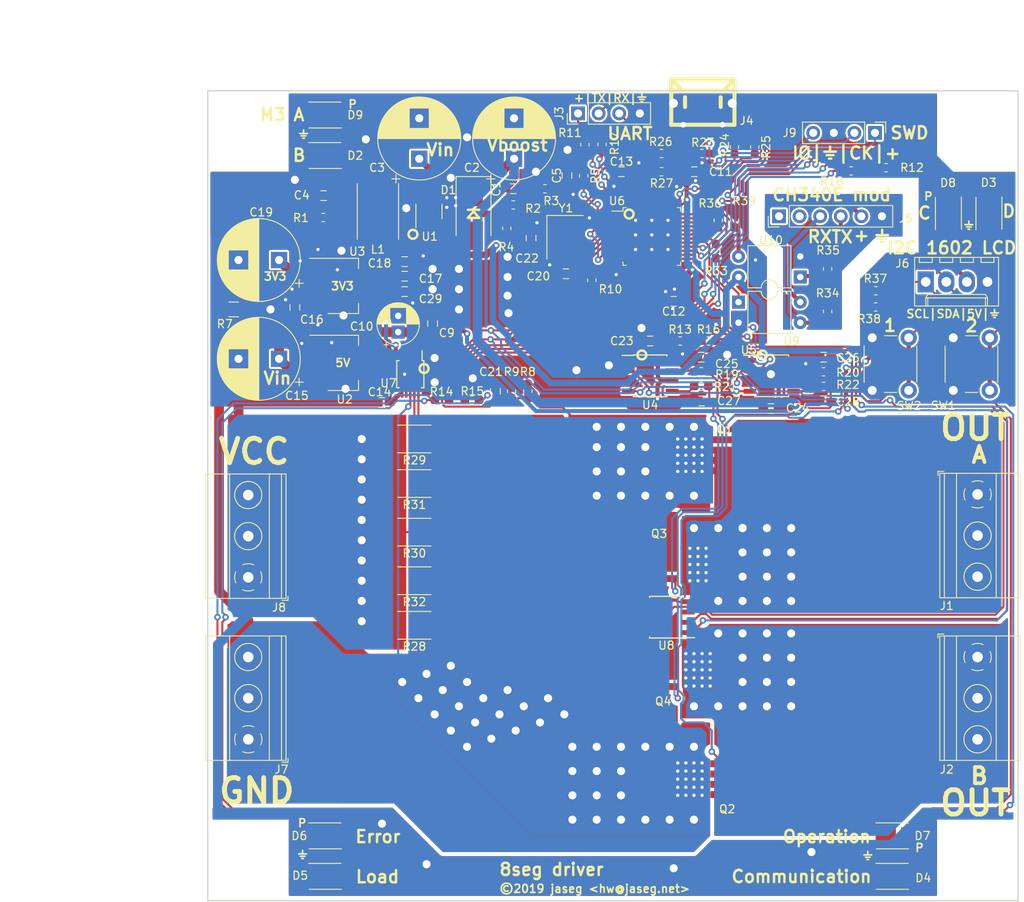
<source format=kicad_pcb>
(kicad_pcb (version 20171130) (host pcbnew "(5.0.1)")
  (layers (0 F.Cu signal) (31 B.Cu signal) (34 B.Paste user) (35 F.Paste user) (36 B.SilkS user) (37 F.SilkS user) (38 B.Mask user hide) (39 F.Mask user hide) (44 Edge.Cuts user))
  (net 0 "")
  (net 1 +VSW)
  (net 2 GND)
  (net 3 "Net-(C3-Pad1)")
  (net 4 /VBOOT_MON)
  (net 5 +5V)
  (net 6 +3V3)
  (net 7 "Net-(C15-Pad1)")
  (net 8 "Net-(C20-Pad2)")
  (net 9 /VIN_MON)
  (net 10 "Net-(C22-Pad1)")
  (net 11 "Net-(D1-Pad2)")
  (net 12 "Net-(D2-Pad2)")
  (net 13 "Net-(D3-Pad2)")
  (net 14 "Net-(D4-Pad2)")
  (net 15 "Net-(D5-Pad2)")
  (net 16 "Net-(D6-Pad2)")
  (net 17 "Net-(D7-Pad2)")
  (net 18 "Net-(D8-Pad2)")
  (net 19 "Net-(D9-Pad2)")
  (net 20 /UART_TX)
  (net 21 /UART_RX)
  (net 22 "Net-(J4-Pad4)")
  (net 23 "Net-(J4-Pad1)")
  (net 24 "Net-(J4-Pad2)")
  (net 25 "Net-(J4-Pad3)")
  (net 26 "Net-(J5-Pad1)")
  (net 27 "Net-(J5-Pad2)")
  (net 28 "Net-(J5-Pad3)")
  (net 29 "Net-(J5-Pad4)")
  (net 30 /ISO_5V)
  (net 31 /ISO_GND)
  (net 32 /SCL_LCD)
  (net 33 /SDA_LCD)
  (net 34 "Net-(R2-Pad1)")
  (net 35 "Net-(R10-Pad1)")
  (net 36 /LED0)
  (net 37 /LED1)
  (net 38 /LED2)
  (net 39 /LED3)
  (net 40 /LED4)
  (net 41 /LED5)
  (net 42 /LED6)
  (net 43 /LED7)
  (net 44 /USB_DP)
  (net 45 /USB_DM)
  (net 46 /SDA_INA)
  (net 47 /SCL_INA)
  (net 48 "Net-(R33-Pad2)")
  (net 49 "Net-(R35-Pad1)")
  (net 50 "Net-(R36-Pad1)")
  (net 51 /SW0)
  (net 52 /SW1)
  (net 53 "Net-(U6-Pad4)")
  (net 54 "Net-(U6-Pad12)")
  (net 55 "Net-(U6-Pad25)")
  (net 56 "Net-(U6-Pad38)")
  (net 57 "Net-(U6-Pad39)")
  (net 58 "Net-(U6-Pad40)")
  (net 59 "Net-(U6-Pad41)")
  (net 60 "Net-(U6-Pad45)")
  (net 61 "Net-(U6-Pad46)")
  (net 62 "Net-(U7-Pad3)")
  (net 63 "Net-(U8-Pad3)")
  (net 64 /DRV1F)
  (net 65 /DRV2F)
  (net 66 /DRV3F)
  (net 67 /DRV4F)
  (net 68 /OUT_A)
  (net 69 /OUT_B)
  (net 70 /VIN)
  (net 71 /GND_MEAS)
  (net 72 /DRV1)
  (net 73 /DRV2)
  (net 74 /DRV3)
  (net 75 /DRV4)
  (net 76 /CTRL_B)
  (net 77 /CTRL_A)
  (net 78 /SWCLK)
  (net 79 /SWDIO)
  (net 80 "Net-(U6-Pad18)")
  (net 81 "Net-(U6-Pad20)")
  (module "footprints:Toshiba SOP Advance" (layer F.Cu) (at 130 100 90)
    (fp_text reference Q1 (at 3.2 3.8 180) (layer F.SilkS))
    (fp_text value TPHR6503PL)
    (pad 1 smd rect (at 0 -0.55 90) (size 4.7 3.75) (layers F.Cu F.Paste F.Mask) (net 70 /VIN))
    (pad 3 smd rect (at -1.905 3.5 90) (size 0.85 2.95) (layers F.Cu F.Paste F.Mask) (net 68 /OUT_A))
    (pad 3 smd rect (at -0.635 3.5 90) (size 0.85 2.95) (layers F.Cu F.Paste F.Mask) (net 68 /OUT_A))
    (pad 3 smd rect (at 0.635 3.5 90) (size 0.85 2.95) (layers F.Cu F.Paste F.Mask) (net 68 /OUT_A))
    (pad 2 smd rect (at 1.905 3.5 90) (size 0.85 2.95) (layers F.Cu F.Paste F.Mask) (net 67 /DRV4F))
    (pad 1 smd rect (at 1.905 -3.475 90) (size 0.85 3) (layers F.Cu F.Paste F.Mask) (net 70 /VIN))
    (pad 1 smd rect (at 0.635 -3.475 90) (size 0.85 3) (layers F.Cu F.Paste F.Mask) (net 70 /VIN))
    (pad 1 smd rect (at -0.635 -3.475 90) (size 0.85 3) (layers F.Cu F.Paste F.Mask) (net 70 /VIN))
    (pad 1 smd rect (at -1.905 -3.475 90) (size 0.85 3) (layers F.Cu F.Paste F.Mask) (net 70 /VIN))
  )
  (module "footprints:Toshiba SOP Advance" (layer F.Cu) (at 130 140 90)
    (fp_text reference Q2 (at -3.7 4.1 180) (layer F.SilkS))
    (fp_text value TPHR6503PL)
    (pad 1 smd rect (at 0 -0.55 90) (size 4.7 3.75) (layers F.Cu F.Paste F.Mask) (net 70 /VIN))
    (pad 3 smd rect (at -1.905 3.5 90) (size 0.85 2.95) (layers F.Cu F.Paste F.Mask) (net 69 /OUT_B))
    (pad 3 smd rect (at -0.635 3.5 90) (size 0.85 2.95) (layers F.Cu F.Paste F.Mask) (net 69 /OUT_B))
    (pad 3 smd rect (at 0.635 3.5 90) (size 0.85 2.95) (layers F.Cu F.Paste F.Mask) (net 69 /OUT_B))
    (pad 2 smd rect (at 1.905 3.5 90) (size 0.85 2.95) (layers F.Cu F.Paste F.Mask) (net 65 /DRV2F))
    (pad 1 smd rect (at 1.905 -3.475 90) (size 0.85 3) (layers F.Cu F.Paste F.Mask) (net 70 /VIN))
    (pad 1 smd rect (at 0.635 -3.475 90) (size 0.85 3) (layers F.Cu F.Paste F.Mask) (net 70 /VIN))
    (pad 1 smd rect (at -0.635 -3.475 90) (size 0.85 3) (layers F.Cu F.Paste F.Mask) (net 70 /VIN))
    (pad 1 smd rect (at -1.905 -3.475 90) (size 0.85 3) (layers F.Cu F.Paste F.Mask) (net 70 /VIN))
  )
  (module "footprints:Toshiba SOP Advance" (layer F.Cu) (at 130 113.3333 270)
    (fp_text reference Q3 (at -3.6333 4.3) (layer F.SilkS))
    (fp_text value TPHR6503PL)
    (pad 1 smd rect (at 0 -0.55 270) (size 4.7 3.75) (layers F.Cu F.Paste F.Mask) (net 68 /OUT_A))
    (pad 3 smd rect (at -1.905 3.5 270) (size 0.85 2.95) (layers F.Cu F.Paste F.Mask) (net 71 /GND_MEAS))
    (pad 3 smd rect (at -0.635 3.5 270) (size 0.85 2.95) (layers F.Cu F.Paste F.Mask) (net 71 /GND_MEAS))
    (pad 3 smd rect (at 0.635 3.5 270) (size 0.85 2.95) (layers F.Cu F.Paste F.Mask) (net 71 /GND_MEAS))
    (pad 2 smd rect (at 1.905 3.5 270) (size 0.85 2.95) (layers F.Cu F.Paste F.Mask) (net 66 /DRV3F))
    (pad 1 smd rect (at 1.905 -3.475 270) (size 0.85 3) (layers F.Cu F.Paste F.Mask) (net 68 /OUT_A))
    (pad 1 smd rect (at 0.635 -3.475 270) (size 0.85 3) (layers F.Cu F.Paste F.Mask) (net 68 /OUT_A))
    (pad 1 smd rect (at -0.635 -3.475 270) (size 0.85 3) (layers F.Cu F.Paste F.Mask) (net 68 /OUT_A))
    (pad 1 smd rect (at -1.905 -3.475 270) (size 0.85 3) (layers F.Cu F.Paste F.Mask) (net 68 /OUT_A))
  )
  (module "footprints:Toshiba SOP Advance" (layer F.Cu) (at 130 126.6667 270)
    (fp_text reference Q4 (at 3.7333 3.8) (layer F.SilkS))
    (fp_text value TPHR6503PL)
    (pad 1 smd rect (at 0 -0.55 270) (size 4.7 3.75) (layers F.Cu F.Paste F.Mask) (net 69 /OUT_B))
    (pad 3 smd rect (at -1.905 3.5 270) (size 0.85 2.95) (layers F.Cu F.Paste F.Mask) (net 71 /GND_MEAS))
    (pad 3 smd rect (at -0.635 3.5 270) (size 0.85 2.95) (layers F.Cu F.Paste F.Mask) (net 71 /GND_MEAS))
    (pad 3 smd rect (at 0.635 3.5 270) (size 0.85 2.95) (layers F.Cu F.Paste F.Mask) (net 71 /GND_MEAS))
    (pad 2 smd rect (at 1.905 3.5 270) (size 0.85 2.95) (layers F.Cu F.Paste F.Mask) (net 64 /DRV1F))
    (pad 1 smd rect (at 1.905 -3.475 270) (size 0.85 3) (layers F.Cu F.Paste F.Mask) (net 69 /OUT_B))
    (pad 1 smd rect (at 0.635 -3.475 270) (size 0.85 3) (layers F.Cu F.Paste F.Mask) (net 69 /OUT_B))
    (pad 1 smd rect (at -0.635 -3.475 270) (size 0.85 3) (layers F.Cu F.Paste F.Mask) (net 69 /OUT_B))
    (pad 1 smd rect (at -1.905 -3.475 270) (size 0.85 3) (layers F.Cu F.Paste F.Mask) (net 69 /OUT_B))
  )
  (module Capacitors_SMD:C_0603_HandSoldering (layer F.Cu) (at 107.7 67.1)
    (fp_text reference C1 (at -2.1 0 90) (layer F.SilkS))
    (fp_text value 10u)
    (pad 1 smd rect (at -0.95 0) (size 1.2 0.75) (layers F.Cu F.Paste F.Mask) (net 1 +VSW))
    (pad 2 smd rect (at 0.95 0) (size 1.2 0.75) (layers F.Cu F.Paste F.Mask) (net 2 GND))
  )
  (module Capacitors_SMD:C_0603_HandSoldering (layer F.Cu) (at 84.3 67.95 180)
    (fp_text reference C4 (at 2.7 0.05 180) (layer F.SilkS))
    (fp_text value 10u)
    (pad 1 smd rect (at -0.95 0 180) (size 1.2 0.75) (layers F.Cu F.Paste F.Mask) (net 3 "Net-(C3-Pad1)"))
    (pad 2 smd rect (at 0.95 0 180) (size 1.2 0.75) (layers F.Cu F.Paste F.Mask) (net 2 GND))
  )
  (module Capacitors_SMD:C_0603_HandSoldering (layer F.Cu) (at 114.325001 65.474999 90)
    (fp_text reference C5 (at 0 -1.25 90) (layer F.SilkS))
    (fp_text value 100n)
    (pad 1 smd rect (at -0.95 0 90) (size 1.2 0.75) (layers F.Cu F.Paste F.Mask) (net 4 /VBOOT_MON))
    (pad 2 smd rect (at 0.95 0 90) (size 1.2 0.75) (layers F.Cu F.Paste F.Mask) (net 2 GND))
  )
  (module Capacitors_SMD:C_0603_HandSoldering (layer F.Cu) (at 97.75 83.75 90)
    (fp_text reference C9 (at -1.15 1.75 180) (layer F.SilkS))
    (fp_text value 10u)
    (pad 1 smd rect (at -0.95 0 90) (size 1.2 0.75) (layers F.Cu F.Paste F.Mask) (net 5 +5V))
    (pad 2 smd rect (at 0.95 0 90) (size 1.2 0.75) (layers F.Cu F.Paste F.Mask) (net 2 GND))
  )
  (module Capacitor_THT:CP_Radial_D5.0mm_P2.00mm (layer F.Cu) (at 93.5 84.8 90)
    (fp_text reference C10 (at 0.7 -4.5 180) (layer F.SilkS))
    (fp_text value 22u)
    (pad 1 thru_hole rect (at 0 0 90) (size 1.6 1.6) (drill 0.8) (layers *.Cu *.Mask) (net 5 +5V))
    (pad 2 thru_hole circle (at 2 0 90) (size 1.6 1.6) (drill 0.8) (layers *.Cu *.Mask) (net 2 GND))
  )
  (module Capacitors_SMD:C_0603_HandSoldering (layer F.Cu) (at 130.05 65)
    (fp_text reference C11 (at 3.25 0) (layer F.SilkS))
    (fp_text value 100n)
    (pad 2 smd rect (at 0.95 0) (size 1.2 0.75) (layers F.Cu F.Paste F.Mask) (net 2 GND))
    (pad 1 smd rect (at -0.95 0) (size 1.2 0.75) (layers F.Cu F.Paste F.Mask) (net 6 +3V3))
  )
  (module Capacitors_SMD:C_0603_HandSoldering (layer F.Cu) (at 127.5 81 180)
    (fp_text reference C12 (at 0 -1.25 180) (layer F.SilkS))
    (fp_text value 100n)
    (pad 1 smd rect (at -0.95 0 180) (size 1.2 0.75) (layers F.Cu F.Paste F.Mask) (net 6 +3V3))
    (pad 2 smd rect (at 0.95 0 180) (size 1.2 0.75) (layers F.Cu F.Paste F.Mask) (net 2 GND))
  )
  (module Capacitors_SMD:C_0603_HandSoldering (layer F.Cu) (at 121.05 65)
    (fp_text reference C13 (at 0 -1.25) (layer F.SilkS))
    (fp_text value 100n)
    (pad 2 smd rect (at 0.95 0) (size 1.2 0.75) (layers F.Cu F.Paste F.Mask) (net 2 GND))
    (pad 1 smd rect (at -0.95 0) (size 1.2 0.75) (layers F.Cu F.Paste F.Mask) (net 6 +3V3))
  )
  (module Capacitors_SMD:C_0603_HandSoldering (layer F.Cu) (at 91.5 93.5 180)
    (fp_text reference C14 (at 0.3 1.3 180) (layer F.SilkS))
    (fp_text value 100n)
    (pad 1 smd rect (at -0.95 0 180) (size 1.2 0.75) (layers F.Cu F.Paste F.Mask) (net 6 +3V3))
    (pad 2 smd rect (at 0.95 0 180) (size 1.2 0.75) (layers F.Cu F.Paste F.Mask) (net 2 GND))
  )
  (module Capacitors_SMD:C_0603_HandSoldering (layer F.Cu) (at 80.75 81.75 90)
    (fp_text reference C16 (at -1.5 2.1 180) (layer F.SilkS))
    (fp_text value 1u)
    (pad 1 smd rect (at -0.95 0 90) (size 1.2 0.75) (layers F.Cu F.Paste F.Mask) (net 7 "Net-(C15-Pad1)"))
    (pad 2 smd rect (at 0.95 0 90) (size 1.2 0.75) (layers F.Cu F.Paste F.Mask) (net 2 GND))
  )
  (module Capacitors_SMD:C_0603_HandSoldering (layer F.Cu) (at 94.3 77.9)
    (fp_text reference C17 (at 3.2 0.3) (layer F.SilkS))
    (fp_text value 1u)
    (pad 2 smd rect (at 0.95 0) (size 1.2 0.75) (layers F.Cu F.Paste F.Mask) (net 2 GND))
    (pad 1 smd rect (at -0.95 0) (size 1.2 0.75) (layers F.Cu F.Paste F.Mask) (net 6 +3V3))
  )
  (module Capacitors_SMD:C_0603_HandSoldering (layer F.Cu) (at 94.3 76.1)
    (fp_text reference C18 (at -3.1 0.2) (layer F.SilkS))
    (fp_text value 10u)
    (pad 2 smd rect (at 0.95 0) (size 1.2 0.75) (layers F.Cu F.Paste F.Mask) (net 2 GND))
    (pad 1 smd rect (at -0.95 0) (size 1.2 0.75) (layers F.Cu F.Paste F.Mask) (net 6 +3V3))
  )
  (module Capacitors_SMD:C_0603_HandSoldering (layer F.Cu) (at 114.2 77.6)
    (fp_text reference C20 (at -3.4 0.3) (layer F.SilkS))
    (fp_text value 12p)
    (pad 2 smd rect (at 0.95 0) (size 1.2 0.75) (layers F.Cu F.Paste F.Mask) (net 8 "Net-(C20-Pad2)"))
    (pad 1 smd rect (at -0.95 0) (size 1.2 0.75) (layers F.Cu F.Paste F.Mask) (net 2 GND))
  )
  (module Capacitors_SMD:C_0603_HandSoldering (layer F.Cu) (at 105.5 92.1 90)
    (fp_text reference C21 (at 2.4 -0.55 180) (layer F.SilkS))
    (fp_text value 100n)
    (pad 2 smd rect (at 0.95 0 90) (size 1.2 0.75) (layers F.Cu F.Paste F.Mask) (net 2 GND))
    (pad 1 smd rect (at -0.95 0 90) (size 1.2 0.75) (layers F.Cu F.Paste F.Mask) (net 9 /VIN_MON))
  )
  (module Capacitors_SMD:C_0603_HandSoldering (layer F.Cu) (at 109.9 73.2 90)
    (fp_text reference C22 (at -2.5 -0.5 180) (layer F.SilkS))
    (fp_text value 12p)
    (pad 1 smd rect (at -0.95 0 90) (size 1.2 0.75) (layers F.Cu F.Paste F.Mask) (net 10 "Net-(C22-Pad1)"))
    (pad 2 smd rect (at 0.95 0 90) (size 1.2 0.75) (layers F.Cu F.Paste F.Mask) (net 2 GND))
  )
  (module Capacitors_SMD:C_0603_HandSoldering (layer F.Cu) (at 124.6 85.9 180)
    (fp_text reference C23 (at 3.5 0 180) (layer F.SilkS))
    (fp_text value 100n)
    (pad 2 smd rect (at 0.95 0 180) (size 1.2 0.75) (layers F.Cu F.Paste F.Mask) (net 2 GND))
    (pad 1 smd rect (at -0.95 0 180) (size 1.2 0.75) (layers F.Cu F.Paste F.Mask) (net 1 +VSW))
  )
  (module Capacitors_SMD:C_0603_HandSoldering (layer F.Cu) (at 139.5 94.25 180)
    (fp_text reference C24 (at -3.3 0.05 180) (layer F.SilkS))
    (fp_text value 100n)
    (pad 1 smd rect (at -0.95 0 180) (size 1.2 0.75) (layers F.Cu F.Paste F.Mask) (net 1 +VSW))
    (pad 2 smd rect (at 0.95 0 180) (size 1.2 0.75) (layers F.Cu F.Paste F.Mask) (net 2 GND))
  )
  (module Capacitors_SMD:C_0603_HandSoldering (layer F.Cu) (at 130.9 87.9 180)
    (fp_text reference C25 (at -3.15 -0.825 180) (layer F.SilkS))
    (fp_text value 0)
    (pad 2 smd rect (at 0.95 0 180) (size 1.2 0.75) (layers F.Cu F.Paste F.Mask) (net 2 GND))
    (pad 1 smd rect (at -0.95 0 180) (size 1.2 0.75) (layers F.Cu F.Paste F.Mask) (net 64 /DRV1F))
  )
  (module Capacitors_SMD:C_0603_HandSoldering (layer F.Cu) (at 146 87.9 180)
    (fp_text reference C26 (at -3 -0.1 180) (layer F.SilkS))
    (fp_text value 0)
    (pad 2 smd rect (at 0.95 0 180) (size 1.2 0.75) (layers F.Cu F.Paste F.Mask) (net 2 GND))
    (pad 1 smd rect (at -0.95 0 180) (size 1.2 0.75) (layers F.Cu F.Paste F.Mask) (net 65 /DRV2F))
  )
  (module Capacitors_SMD:C_0603_HandSoldering (layer F.Cu) (at 130.95 93.3)
    (fp_text reference C27 (at 3.35 0) (layer F.SilkS))
    (fp_text value 0)
    (pad 1 smd rect (at -0.95 0) (size 1.2 0.75) (layers F.Cu F.Paste F.Mask) (net 2 GND))
    (pad 2 smd rect (at 0.95 0) (size 1.2 0.75) (layers F.Cu F.Paste F.Mask) (net 66 /DRV3F))
  )
  (module Capacitors_SMD:C_0603_HandSoldering (layer F.Cu) (at 146 93.3)
    (fp_text reference C28 (at 3 0.1) (layer F.SilkS))
    (fp_text value 0)
    (pad 2 smd rect (at 0.95 0) (size 1.2 0.75) (layers F.Cu F.Paste F.Mask) (net 67 /DRV4F))
    (pad 1 smd rect (at -0.95 0) (size 1.2 0.75) (layers F.Cu F.Paste F.Mask) (net 2 GND))
  )
  (module Capacitors_SMD:C_0603_HandSoldering (layer F.Cu) (at 94.3 79.8)
    (fp_text reference C29 (at 3.2 0.9) (layer F.SilkS))
    (fp_text value 100n)
    (pad 2 smd rect (at 0.95 0) (size 1.2 0.75) (layers F.Cu F.Paste F.Mask) (net 2 GND))
    (pad 1 smd rect (at -0.95 0) (size 1.2 0.75) (layers F.Cu F.Paste F.Mask) (net 6 +3V3))
  )
  (module Diode_SMD:D_SMB_Handsoldering (layer F.Cu) (at 102.8 70.2 270)
    (fp_text reference D1 (at -2.95 3.1) (layer F.SilkS))
    (fp_text value "2A schottky")
    (pad 1 smd rect (at -2.7 0 270) (size 3.5 2.3) (layers F.Cu F.Paste F.Mask) (net 1 +VSW))
    (pad 2 smd rect (at 2.7 0 270) (size 3.5 2.3) (layers F.Cu F.Paste F.Mask) (net 11 "Net-(D1-Pad2)"))
  )
  (module LED_SMD:LED_PLCC_2835_Handsoldering (layer F.Cu) (at 85 63)
    (fp_text reference D2 (at 3.2 0) (layer F.SilkS))
    (fp_text value cyan)
    (pad 2 smd rect (at 1.33 0 180) (size 1.5 2.1) (layers F.Cu F.Paste F.Mask) (net 12 "Net-(D2-Pad2)"))
    (pad 1 smd rect (at -1.33 0 180) (size 2.5 2.1) (layers F.Cu F.Paste F.Mask) (net 2 GND))
  )
  (module LED_SMD:LED_PLCC_2835_Handsoldering (layer F.Cu) (at 166.4 69.6 90)
    (fp_text reference D3 (at 3.25 -0.025 180) (layer F.SilkS))
    (fp_text value cyan)
    (pad 1 smd rect (at -1.33 0 270) (size 2.5 2.1) (layers F.Cu F.Paste F.Mask) (net 2 GND))
    (pad 2 smd rect (at 1.33 0 270) (size 1.5 2.1) (layers F.Cu F.Paste F.Mask) (net 13 "Net-(D3-Pad2)"))
  )
  (module LED_SMD:LED_PLCC_2835_Handsoldering (layer F.Cu) (at 155 152)
    (fp_text reference D4 (at 3.3 0.2) (layer F.SilkS))
    (fp_text value cyan)
    (pad 1 smd rect (at -1.33 0 180) (size 2.5 2.1) (layers F.Cu F.Paste F.Mask) (net 2 GND))
    (pad 2 smd rect (at 1.33 0 180) (size 1.5 2.1) (layers F.Cu F.Paste F.Mask) (net 14 "Net-(D4-Pad2)"))
  )
  (module LED_SMD:LED_PLCC_2835_Handsoldering (layer F.Cu) (at 85 152)
    (fp_text reference D5 (at -3.6 -0.1) (layer F.SilkS))
    (fp_text value cyan)
    (pad 2 smd rect (at 1.33 0 180) (size 1.5 2.1) (layers F.Cu F.Paste F.Mask) (net 15 "Net-(D5-Pad2)"))
    (pad 1 smd rect (at -1.33 0 180) (size 2.5 2.1) (layers F.Cu F.Paste F.Mask) (net 2 GND))
  )
  (module LED_SMD:LED_PLCC_2835_Handsoldering (layer F.Cu) (at 85 147)
    (fp_text reference D6 (at -3.7 0) (layer F.SilkS))
    (fp_text value pink)
    (pad 2 smd rect (at 1.33 0 180) (size 1.5 2.1) (layers F.Cu F.Paste F.Mask) (net 16 "Net-(D6-Pad2)"))
    (pad 1 smd rect (at -1.33 0 180) (size 2.5 2.1) (layers F.Cu F.Paste F.Mask) (net 2 GND))
  )
  (module LED_SMD:LED_PLCC_2835_Handsoldering (layer F.Cu) (at 155 147)
    (fp_text reference D7 (at 3.2 0) (layer F.SilkS))
    (fp_text value pink)
    (pad 1 smd rect (at -1.33 0 180) (size 2.5 2.1) (layers F.Cu F.Paste F.Mask) (net 2 GND))
    (pad 2 smd rect (at 1.33 0 180) (size 1.5 2.1) (layers F.Cu F.Paste F.Mask) (net 17 "Net-(D7-Pad2)"))
  )
  (module LED_SMD:LED_PLCC_2835_Handsoldering (layer F.Cu) (at 161.4 69.6 90)
    (fp_text reference D8 (at 3.225 -0.05 180) (layer F.SilkS))
    (fp_text value pink)
    (pad 2 smd rect (at 1.33 0 270) (size 1.5 2.1) (layers F.Cu F.Paste F.Mask) (net 18 "Net-(D8-Pad2)"))
    (pad 1 smd rect (at -1.33 0 270) (size 2.5 2.1) (layers F.Cu F.Paste F.Mask) (net 2 GND))
  )
  (module LED_SMD:LED_PLCC_2835_Handsoldering (layer F.Cu) (at 85 58)
    (fp_text reference D9 (at 3.2 0) (layer F.SilkS))
    (fp_text value pink)
    (pad 1 smd rect (at -1.33 0 180) (size 2.5 2.1) (layers F.Cu F.Paste F.Mask) (net 2 GND))
    (pad 2 smd rect (at 1.33 0 180) (size 1.5 2.1) (layers F.Cu F.Paste F.Mask) (net 19 "Net-(D9-Pad2)"))
  )
  (module TerminalBlock_Phoenix:TerminalBlock_Phoenix_MKDS-1,5-3-5.08_1x03_P5.08mm_Horizontal (layer F.Cu) (at 165 104.84 270)
    (fp_text reference J1 (at 13.76 3.8) (layer F.SilkS))
    (fp_text value OUT_A)
    (pad 1 thru_hole rect (at 0 0 270) (size 2.6 2.6) (drill 1.3) (layers *.Cu *.Mask) (net 68 /OUT_A))
    (pad 2 thru_hole circle (at 5.08 0 270) (size 2.6 2.6) (drill 1.3) (layers *.Cu *.Mask) (net 68 /OUT_A))
    (pad 3 thru_hole circle (at 10.16 0 270) (size 2.6 2.6) (drill 1.3) (layers *.Cu *.Mask) (net 68 /OUT_A))
  )
  (module TerminalBlock_Phoenix:TerminalBlock_Phoenix_MKDS-1,5-3-5.08_1x03_P5.08mm_Horizontal (layer F.Cu) (at 165 124.92 270)
    (fp_text reference J2 (at 13.88 3.8) (layer F.SilkS))
    (fp_text value OUT_B)
    (pad 3 thru_hole circle (at 10.16 0 270) (size 2.6 2.6) (drill 1.3) (layers *.Cu *.Mask) (net 69 /OUT_B))
    (pad 2 thru_hole circle (at 5.08 0 270) (size 2.6 2.6) (drill 1.3) (layers *.Cu *.Mask) (net 69 /OUT_B))
    (pad 1 thru_hole rect (at 0 0 270) (size 2.6 2.6) (drill 1.3) (layers *.Cu *.Mask) (net 69 /OUT_B))
  )
  (module footprints:microusb_ali_dovetail (layer F.Cu) (at 131.1 59.2)
    (fp_text reference J4 (at 5.4 -0.5) (layer F.SilkS))
    (fp_text value USB_B_Micro hide)
    (pad 5 smd rect (at -1.3 0) (size 0.4 1.35) (layers F.Cu F.Paste F.Mask) (net 2 GND))
    (pad 4 smd rect (at -0.65 0) (size 0.4 1.35) (layers F.Cu F.Paste F.Mask) (net 22 "Net-(J4-Pad4)"))
    (pad 1 smd rect (at 1.3 0) (size 0.4 1.35) (layers F.Cu F.Paste F.Mask) (net 23 "Net-(J4-Pad1)"))
    (pad 2 smd rect (at 0.65 0) (size 0.4 1.35) (layers F.Cu F.Paste F.Mask) (net 24 "Net-(J4-Pad2)"))
    (pad 3 smd rect (at 0 0) (size 0.4 1.35) (layers F.Cu F.Paste F.Mask) (net 25 "Net-(J4-Pad3)"))
    (pad 6 thru_hole oval (at 3.625 -2.65) (size 1.5 2) (drill 1.1) (layers *.Cu *.Mask) (net 2 GND))
    (pad 6 thru_hole oval (at 2.425 0) (size 1 1.5) (drill 0.7) (layers *.Cu *.Mask) (net 2 GND))
    (pad 6 thru_hole oval (at -2.425 0) (size 1 1.5) (drill 0.7) (layers *.Cu *.Mask) (net 2 GND))
    (pad 6 thru_hole oval (at -3.625 -2.65) (size 1.5 2) (drill 1.1) (layers *.Cu *.Mask) (net 2 GND))
  )
  (module Connectors_Molex:Molex_KK-6410-04_04x2.54mm_Straight (layer F.Cu) (at 158.6 78.6)
    (fp_text reference J6 (at -2.875 -2.275 180) (layer F.SilkS))
    (fp_text value "1602 I2C LCD")
    (pad 1 thru_hole rect (at 0 0) (size 2 2.6) (drill 1.2) (layers *.Cu *.Mask) (net 32 /SCL_LCD))
    (pad 2 thru_hole oval (at 2.54 0) (size 2 2.6) (drill 1.2) (layers *.Cu *.Mask) (net 33 /SDA_LCD))
    (pad 3 thru_hole oval (at 5.08 0) (size 2 2.6) (drill 1.2) (layers *.Cu *.Mask) (net 5 +5V))
    (pad 4 thru_hole oval (at 7.62 0) (size 2 2.6) (drill 1.2) (layers *.Cu *.Mask) (net 2 GND))
  )
  (module TerminalBlock_Phoenix:TerminalBlock_Phoenix_MKDS-1,5-3-5.08_1x03_P5.08mm_Horizontal (layer F.Cu) (at 75 135.08 90)
    (fp_text reference J7 (at -3.72 4.1 180) (layer F.SilkS))
    (fp_text value IN_VCC)
    (pad 3 thru_hole circle (at 10.16 0 90) (size 2.6 2.6) (drill 1.3) (layers *.Cu *.Mask) (net 70 /VIN))
    (pad 2 thru_hole circle (at 5.08 0 90) (size 2.6 2.6) (drill 1.3) (layers *.Cu *.Mask) (net 70 /VIN))
    (pad 1 thru_hole rect (at 0 0 90) (size 2.6 2.6) (drill 1.3) (layers *.Cu *.Mask) (net 70 /VIN))
  )
  (module TerminalBlock_Phoenix:TerminalBlock_Phoenix_MKDS-1,5-3-5.08_1x03_P5.08mm_Horizontal (layer F.Cu) (at 75 115.08 90)
    (fp_text reference J8 (at -3.72 3.8 180) (layer F.SilkS))
    (fp_text value IN_GND)
    (pad 1 thru_hole rect (at 0 0 90) (size 2.6 2.6) (drill 1.3) (layers *.Cu *.Mask) (net 2 GND))
    (pad 2 thru_hole circle (at 5.08 0 90) (size 2.6 2.6) (drill 1.3) (layers *.Cu *.Mask) (net 2 GND))
    (pad 3 thru_hole circle (at 10.16 0 90) (size 2.6 2.6) (drill 1.3) (layers *.Cu *.Mask) (net 2 GND))
  )
  (module Inductor_SMD:L_Taiyo-Yuden_NR-50xx_HandSoldering (layer F.Cu) (at 91 69.9 270)
    (fp_text reference L1 (at 4.7 0) (layer F.SilkS))
    (fp_text value 10u)
    (pad 1 smd rect (at -2.25 0 270) (size 2.4 4.2) (layers F.Cu F.Paste F.Mask) (net 3 "Net-(C3-Pad1)"))
    (pad 2 smd rect (at 2.25 0 270) (size 2.4 4.2) (layers F.Cu F.Paste F.Mask) (net 11 "Net-(D1-Pad2)"))
  )
  (module Resistor_SMD:R_0603_1608Metric_Pad1.05x0.95mm_HandSolder (layer F.Cu) (at 84.25 70.65)
    (fp_text reference R1 (at -2.75 0.05) (layer F.SilkS))
    (fp_text value "10R .5W")
    (pad 2 smd roundrect (at 0.875 0) (size 1.05 0.95) (layers F.Cu F.Paste F.Mask) (net 3 "Net-(C3-Pad1)"))
    (pad 1 smd roundrect (at -0.875 0) (size 1.05 0.95) (layers F.Cu F.Paste F.Mask) (net 70 /VIN))
  )
  (module Resistor_SMD:R_0603_1608Metric_Pad1.05x0.95mm_HandSolder (layer F.Cu) (at 107.7 69.1)
    (fp_text reference R2 (at 2.45 0.45) (layer F.SilkS))
    (fp_text value 100k)
    (pad 2 smd roundrect (at 0.875 0) (size 1.05 0.95) (layers F.Cu F.Paste F.Mask) (net 1 +VSW))
    (pad 1 smd roundrect (at -0.875 0) (size 1.05 0.95) (layers F.Cu F.Paste F.Mask) (net 34 "Net-(R2-Pad1)"))
  )
  (module Resistor_SMD:R_0603_1608Metric_Pad1.05x0.95mm_HandSolder (layer F.Cu) (at 111.6 67.1)
    (fp_text reference R3 (at 0.8 1.5) (layer F.SilkS))
    (fp_text value 47k)
    (pad 1 smd roundrect (at -0.875 0) (size 1.05 0.95) (layers F.Cu F.Paste F.Mask) (net 1 +VSW))
    (pad 2 smd roundrect (at 0.875 0) (size 1.05 0.95) (layers F.Cu F.Paste F.Mask) (net 4 /VBOOT_MON))
  )
  (module Resistor_SMD:R_0603_1608Metric_Pad1.05x0.95mm_HandSolder (layer F.Cu) (at 106.9 72 90)
    (fp_text reference R4 (at -2.3 -0.05 180) (layer F.SilkS))
    (fp_text value 3k3)
    (pad 2 smd roundrect (at 0.875 0 90) (size 1.05 0.95) (layers F.Cu F.Paste F.Mask) (net 34 "Net-(R2-Pad1)"))
    (pad 1 smd roundrect (at -0.875 0 90) (size 1.05 0.95) (layers F.Cu F.Paste F.Mask) (net 2 GND))
  )
  (module Resistor_SMD:R_0603_1608Metric_Pad1.05x0.95mm_HandSolder (layer F.Cu) (at 116.4 65.5 270)
    (fp_text reference R5 (at 0 -1.43 270) (layer F.SilkS))
    (fp_text value 10k)
    (pad 1 smd roundrect (at -0.875 0 270) (size 1.05 0.95) (layers F.Cu F.Paste F.Mask) (net 2 GND))
    (pad 2 smd roundrect (at 0.875 0 270) (size 1.05 0.95) (layers F.Cu F.Paste F.Mask) (net 4 /VBOOT_MON))
  )
  (module Resistor_SMD:R_1206_3216Metric_Pad1.42x1.75mm_HandSolder (layer F.Cu) (at 73.2 82)
    (fp_text reference R7 (at -1.1 1.8) (layer F.SilkS))
    (fp_text value "10R .5W")
    (pad 1 smd roundrect (at -1.4875 0) (size 1.425 1.75) (layers F.Cu F.Paste F.Mask) (roundrect_rratio 0.175439) (net 70 /VIN))
    (pad 2 smd roundrect (at 1.4875 0) (size 1.425 1.75) (layers F.Cu F.Paste F.Mask) (roundrect_rratio 0.175439) (net 7 "Net-(C15-Pad1)"))
  )
  (module Resistor_SMD:R_0603_1608Metric_Pad1.05x0.95mm_HandSolder (layer F.Cu) (at 109.5 92.1 270)
    (fp_text reference R8 (at -2.4 0) (layer F.SilkS))
    (fp_text value 47k)
    (pad 2 smd roundrect (at 0.875 0 270) (size 1.05 0.95) (layers F.Cu F.Paste F.Mask) (net 9 /VIN_MON))
    (pad 1 smd roundrect (at -0.875 0 270) (size 1.05 0.95) (layers F.Cu F.Paste F.Mask) (net 70 /VIN))
  )
  (module Resistor_SMD:R_0603_1608Metric_Pad1.05x0.95mm_HandSolder (layer F.Cu) (at 107.5 92.1 270)
    (fp_text reference R9 (at -2.4 0) (layer F.SilkS))
    (fp_text value 10k)
    (pad 1 smd roundrect (at -0.875 0 270) (size 1.05 0.95) (layers F.Cu F.Paste F.Mask) (net 2 GND))
    (pad 2 smd roundrect (at 0.875 0 270) (size 1.05 0.95) (layers F.Cu F.Paste F.Mask) (net 9 /VIN_MON))
  )
  (module Resistor_SMD:R_0603_1608Metric_Pad1.05x0.95mm_HandSolder (layer F.Cu) (at 117.4 78.4 90)
    (fp_text reference R10 (at -1.1 2.3) (layer F.SilkS))
    (fp_text value 10k)
    (pad 2 smd roundrect (at 0.875 0 90) (size 1.05 0.95) (layers F.Cu F.Paste F.Mask) (net 6 +3V3))
    (pad 1 smd roundrect (at -0.875 0 90) (size 1.05 0.95) (layers F.Cu F.Paste F.Mask) (net 35 "Net-(R10-Pad1)"))
  )
  (module Resistor_SMD:R_0603_1608Metric_Pad1.05x0.95mm_HandSolder (layer F.Cu) (at 116.55 61.65 90)
    (fp_text reference R11 (at 1.45 -1.85 180) (layer F.SilkS))
    (fp_text value 150)
    (pad 1 smd roundrect (at -0.875 0 90) (size 1.05 0.95) (layers F.Cu F.Paste F.Mask) (net 36 /LED0))
    (pad 2 smd roundrect (at 0.875 0 90) (size 1.05 0.95) (layers F.Cu F.Paste F.Mask) (net 12 "Net-(D2-Pad2)"))
  )
  (module Resistor_SMD:R_0603_1608Metric_Pad1.05x0.95mm_HandSolder (layer F.Cu) (at 153.7 64.5)
    (fp_text reference R12 (at 3.2 0) (layer F.SilkS))
    (fp_text value 150)
    (pad 2 smd roundrect (at 0.875 0) (size 1.05 0.95) (layers F.Cu F.Paste F.Mask) (net 13 "Net-(D3-Pad2)"))
    (pad 1 smd roundrect (at -0.875 0) (size 1.05 0.95) (layers F.Cu F.Paste F.Mask) (net 37 /LED1))
  )
  (module Resistor_SMD:R_0603_1608Metric_Pad1.05x0.95mm_HandSolder (layer F.Cu) (at 128.3 85.9)
    (fp_text reference R13 (at 0 -1.43) (layer F.SilkS))
    (fp_text value 150)
    (pad 1 smd roundrect (at -0.875 0) (size 1.05 0.95) (layers F.Cu F.Paste F.Mask) (net 38 /LED2))
    (pad 2 smd roundrect (at 0.875 0) (size 1.05 0.95) (layers F.Cu F.Paste F.Mask) (net 17 "Net-(D7-Pad2)"))
  )
  (module Resistor_SMD:R_0603_1608Metric_Pad1.05x0.95mm_HandSolder (layer F.Cu) (at 98.9 93.2 180)
    (fp_text reference R14 (at 0.05 1.05 180) (layer F.SilkS))
    (fp_text value 150)
    (pad 2 smd roundrect (at 0.875 0 180) (size 1.05 0.95) (layers F.Cu F.Paste F.Mask) (net 15 "Net-(D5-Pad2)"))
    (pad 1 smd roundrect (at -0.875 0 180) (size 1.05 0.95) (layers F.Cu F.Paste F.Mask) (net 39 /LED3))
  )
  (module Resistor_SMD:R_0603_1608Metric_Pad1.05x0.95mm_HandSolder (layer F.Cu) (at 102.6 93.2)
    (fp_text reference R15 (at 0.05 -1.1) (layer F.SilkS))
    (fp_text value 150)
    (pad 1 smd roundrect (at -0.875 0) (size 1.05 0.95) (layers F.Cu F.Paste F.Mask) (net 40 /LED4))
    (pad 2 smd roundrect (at 0.875 0) (size 1.05 0.95) (layers F.Cu F.Paste F.Mask) (net 16 "Net-(D6-Pad2)"))
  )
  (module Resistor_SMD:R_0603_1608Metric_Pad1.05x0.95mm_HandSolder (layer F.Cu) (at 131.8 85.9)
    (fp_text reference R16 (at 0 -1.43) (layer F.SilkS))
    (fp_text value 150)
    (pad 2 smd roundrect (at 0.875 0) (size 1.05 0.95) (layers F.Cu F.Paste F.Mask) (net 14 "Net-(D4-Pad2)"))
    (pad 1 smd roundrect (at -0.875 0) (size 1.05 0.95) (layers F.Cu F.Paste F.Mask) (net 41 /LED5))
  )
  (module Resistor_SMD:R_0603_1608Metric_Pad1.05x0.95mm_HandSolder (layer F.Cu) (at 118.655001 61.624999 90)
    (fp_text reference R17 (at 0.124999 1.544999 90) (layer F.SilkS))
    (fp_text value 150)
    (pad 1 smd roundrect (at -0.875 0 90) (size 1.05 0.95) (layers F.Cu F.Paste F.Mask) (net 42 /LED6))
    (pad 2 smd roundrect (at 0.875 0 90) (size 1.05 0.95) (layers F.Cu F.Paste F.Mask) (net 19 "Net-(D9-Pad2)"))
  )
  (module Resistor_SMD:R_0603_1608Metric_Pad1.05x0.95mm_HandSolder (layer F.Cu) (at 149.4 64.9)
    (fp_text reference R18 (at -2.4 1.3) (layer F.SilkS))
    (fp_text value 150)
    (pad 2 smd roundrect (at 0.875 0) (size 1.05 0.95) (layers F.Cu F.Paste F.Mask) (net 18 "Net-(D8-Pad2)"))
    (pad 1 smd roundrect (at -0.875 0) (size 1.05 0.95) (layers F.Cu F.Paste F.Mask) (net 43 /LED7))
  )
  (module Resistor_SMD:R_0603_1608Metric_Pad1.05x0.95mm_HandSolder (layer F.Cu) (at 130.9 89.7 180)
    (fp_text reference R19 (at -3.175 -0.325 180) (layer F.SilkS))
    (fp_text value 0R)
    (pad 1 smd roundrect (at -0.875 0 180) (size 1.05 0.95) (layers F.Cu F.Paste F.Mask) (net 64 /DRV1F))
    (pad 2 smd roundrect (at 0.875 0 180) (size 1.05 0.95) (layers F.Cu F.Paste F.Mask) (net 72 /DRV1))
  )
  (module Resistor_SMD:R_0603_1608Metric_Pad1.05x0.95mm_HandSolder (layer F.Cu) (at 146 89.7 180)
    (fp_text reference R20 (at -3 -0.1) (layer F.SilkS))
    (fp_text value 0R)
    (pad 2 smd roundrect (at 0.875 0 180) (size 1.05 0.95) (layers F.Cu F.Paste F.Mask) (net 73 /DRV2))
    (pad 1 smd roundrect (at -0.875 0 180) (size 1.05 0.95) (layers F.Cu F.Paste F.Mask) (net 65 /DRV2F))
  )
  (module Resistor_SMD:R_0603_1608Metric_Pad1.05x0.95mm_HandSolder (layer F.Cu) (at 130.9 91.5 180)
    (fp_text reference R21 (at -3 -0.05 180) (layer F.SilkS))
    (fp_text value 0R)
    (pad 1 smd roundrect (at -0.875 0 180) (size 1.05 0.95) (layers F.Cu F.Paste F.Mask) (net 66 /DRV3F))
    (pad 2 smd roundrect (at 0.875 0 180) (size 1.05 0.95) (layers F.Cu F.Paste F.Mask) (net 74 /DRV3))
  )
  (module Resistor_SMD:R_0603_1608Metric_Pad1.05x0.95mm_HandSolder (layer F.Cu) (at 146 91.5 180)
    (fp_text reference R22 (at -3 0.2 180) (layer F.SilkS))
    (fp_text value 0R)
    (pad 2 smd roundrect (at 0.875 0 180) (size 1.05 0.95) (layers F.Cu F.Paste F.Mask) (net 75 /DRV4))
    (pad 1 smd roundrect (at -0.875 0 180) (size 1.05 0.95) (layers F.Cu F.Paste F.Mask) (net 67 /DRV4F))
  )
  (module Resistor_SMD:R_0603_1608Metric_Pad1.05x0.95mm_HandSolder (layer F.Cu) (at 131 62.75 180)
    (fp_text reference R23 (at -0.1 1.35 180) (layer F.SilkS))
    (fp_text value 1k5)
    (pad 1 smd roundrect (at -0.875 0 180) (size 1.05 0.95) (layers F.Cu F.Paste F.Mask) (net 25 "Net-(J4-Pad3)"))
    (pad 2 smd roundrect (at 0.875 0 180) (size 1.05 0.95) (layers F.Cu F.Paste F.Mask) (net 6 +3V3))
  )
  (module Resistor_SMD:R_0603_1608Metric_Pad1.05x0.95mm_HandSolder (layer F.Cu) (at 135 61.95 270)
    (fp_text reference R24 (at -0.25 1.2 270) (layer F.SilkS))
    (fp_text value 22)
    (pad 2 smd roundrect (at 0.875 0 270) (size 1.05 0.95) (layers F.Cu F.Paste F.Mask) (net 44 /USB_DP))
    (pad 1 smd roundrect (at -0.875 0 270) (size 1.05 0.95) (layers F.Cu F.Paste F.Mask) (net 25 "Net-(J4-Pad3)"))
  )
  (module Resistor_SMD:R_0603_1608Metric_Pad1.05x0.95mm_HandSolder (layer F.Cu) (at 137.5 61.95 90)
    (fp_text reference R25 (at 0 1.4 90) (layer F.SilkS))
    (fp_text value 22)
    (pad 1 smd roundrect (at -0.875 0 90) (size 1.05 0.95) (layers F.Cu F.Paste F.Mask) (net 45 /USB_DM))
    (pad 2 smd roundrect (at 0.875 0 90) (size 1.05 0.95) (layers F.Cu F.Paste F.Mask) (net 24 "Net-(J4-Pad2)"))
  )
  (module Resistor_SMD:R_0603_1608Metric_Pad1.05x0.95mm_HandSolder (layer F.Cu) (at 126 62.75 180)
    (fp_text reference R26 (at 0.1 1.45 180) (layer F.SilkS))
    (fp_text value 1k5)
    (pad 1 smd roundrect (at -0.875 0 180) (size 1.05 0.95) (layers F.Cu F.Paste F.Mask) (net 6 +3V3))
    (pad 2 smd roundrect (at 0.875 0 180) (size 1.05 0.95) (layers F.Cu F.Paste F.Mask) (net 46 /SDA_INA))
  )
  (module Resistor_SMD:R_0603_1608Metric_Pad1.05x0.95mm_HandSolder (layer F.Cu) (at 126 65 180)
    (fp_text reference R27 (at 0 -1.43 180) (layer F.SilkS))
    (fp_text value 1k5)
    (pad 2 smd roundrect (at 0.875 0 180) (size 1.05 0.95) (layers F.Cu F.Paste F.Mask) (net 47 /SCL_INA))
    (pad 1 smd roundrect (at -0.875 0 180) (size 1.05 0.95) (layers F.Cu F.Paste F.Mask) (net 6 +3V3))
  )
  (module Resistor_SMD:R_2512_6332Metric_Pad1.52x3.35mm_HandSolder (layer F.Cu) (at 95.5 121 180)
    (fp_text reference R28 (at 0 -2.62 180) (layer F.SilkS))
    (fp_text value "5mR 1W 2512")
    (pad 2 smd roundrect (at 2.9875 0 180) (size 1.525 3.35) (layers F.Cu F.Paste F.Mask) (roundrect_rratio 0.163934) (net 2 GND))
    (pad 1 smd roundrect (at -2.9875 0 180) (size 1.525 3.35) (layers F.Cu F.Paste F.Mask) (roundrect_rratio 0.163934) (net 71 /GND_MEAS))
  )
  (module Resistor_SMD:R_2512_6332Metric_Pad1.52x3.35mm_HandSolder (layer F.Cu) (at 95.5 98 180)
    (fp_text reference R29 (at 0 -2.62 180) (layer F.SilkS))
    (fp_text value "5mR 1W")
    (pad 1 smd roundrect (at -2.9875 0 180) (size 1.525 3.35) (layers F.Cu F.Paste F.Mask) (roundrect_rratio 0.163934) (net 71 /GND_MEAS))
    (pad 2 smd roundrect (at 2.9875 0 180) (size 1.525 3.35) (layers F.Cu F.Paste F.Mask) (roundrect_rratio 0.163934) (net 2 GND))
  )
  (module Resistor_SMD:R_2512_6332Metric_Pad1.52x3.35mm_HandSolder (layer F.Cu) (at 95.5 109.5 180)
    (fp_text reference R30 (at 0 -2.62 180) (layer F.SilkS))
    (fp_text value "5mR 1W")
    (pad 1 smd roundrect (at -2.9875 0 180) (size 1.525 3.35) (layers F.Cu F.Paste F.Mask) (roundrect_rratio 0.163934) (net 71 /GND_MEAS))
    (pad 2 smd roundrect (at 2.9875 0 180) (size 1.525 3.35) (layers F.Cu F.Paste F.Mask) (roundrect_rratio 0.163934) (net 2 GND))
  )
  (module Resistor_SMD:R_2512_6332Metric_Pad1.52x3.35mm_HandSolder (layer F.Cu) (at 95.5 103.5 180)
    (fp_text reference R31 (at 0 -2.62 180) (layer F.SilkS))
    (fp_text value "5mR 1W")
    (pad 2 smd roundrect (at 2.9875 0 180) (size 1.525 3.35) (layers F.Cu F.Paste F.Mask) (roundrect_rratio 0.163934) (net 2 GND))
    (pad 1 smd roundrect (at -2.9875 0 180) (size 1.525 3.35) (layers F.Cu F.Paste F.Mask) (roundrect_rratio 0.163934) (net 71 /GND_MEAS))
  )
  (module Resistor_SMD:R_2512_6332Metric_Pad1.52x3.35mm_HandSolder (layer F.Cu) (at 95.5 115.5 180)
    (fp_text reference R32 (at 0 -2.62 180) (layer F.SilkS))
    (fp_text value "5mR 1W")
    (pad 1 smd roundrect (at -2.9875 0 180) (size 1.525 3.35) (layers F.Cu F.Paste F.Mask) (roundrect_rratio 0.163934) (net 71 /GND_MEAS))
    (pad 2 smd roundrect (at 2.9875 0 180) (size 1.525 3.35) (layers F.Cu F.Paste F.Mask) (roundrect_rratio 0.163934) (net 2 GND))
  )
  (module Resistor_SMD:R_0603_1608Metric_Pad1.05x0.95mm_HandSolder (layer F.Cu) (at 132.7 74.8 270)
    (fp_text reference R33 (at 2.45 -0.05) (layer F.SilkS))
    (fp_text value 390)
    (pad 1 smd roundrect (at -0.875 0 270) (size 1.05 0.95) (layers F.Cu F.Paste F.Mask) (net 20 /UART_TX))
    (pad 2 smd roundrect (at 0.875 0 270) (size 1.05 0.95) (layers F.Cu F.Paste F.Mask) (net 48 "Net-(R33-Pad2)"))
  )
  (module Resistor_SMD:R_0603_1608Metric_Pad1.05x0.95mm_HandSolder (layer F.Cu) (at 146.5 82.25 90)
    (fp_text reference R34 (at 2.25 0 180) (layer F.SilkS))
    (fp_text value 720)
    (pad 1 smd roundrect (at -0.875 0 90) (size 1.05 0.95) (layers F.Cu F.Paste F.Mask) (net 28 "Net-(J5-Pad3)"))
    (pad 2 smd roundrect (at 0.875 0 90) (size 1.05 0.95) (layers F.Cu F.Paste F.Mask) (net 31 /ISO_GND))
  )
  (module Resistor_SMD:R_0603_1608Metric_Pad1.05x0.95mm_HandSolder (layer F.Cu) (at 146.5 77 90)
    (fp_text reference R35 (at 2.3 0.05 180) (layer F.SilkS))
    (fp_text value 390)
    (pad 2 smd roundrect (at 0.875 0 90) (size 1.05 0.95) (layers F.Cu F.Paste F.Mask) (net 29 "Net-(J5-Pad4)"))
    (pad 1 smd roundrect (at -0.875 0 90) (size 1.05 0.95) (layers F.Cu F.Paste F.Mask) (net 49 "Net-(R35-Pad1)"))
  )
  (module Resistor_SMD:R_0603_1608Metric_Pad1.05x0.95mm_HandSolder (layer F.Cu) (at 133 71 270)
    (fp_text reference R36 (at -2.1 1) (layer F.SilkS))
    (fp_text value 10k)
    (pad 1 smd roundrect (at -0.875 0 270) (size 1.05 0.95) (layers F.Cu F.Paste F.Mask) (net 50 "Net-(R36-Pad1)"))
    (pad 2 smd roundrect (at 0.875 0 270) (size 1.05 0.95) (layers F.Cu F.Paste F.Mask) (net 21 /UART_RX))
  )
  (module Resistor_SMD:R_0603_1608Metric_Pad1.05x0.95mm_HandSolder (layer F.Cu) (at 152.45 79.7 180)
    (fp_text reference R37 (at 0.05 1.5 180) (layer F.SilkS))
    (fp_text value 1k5)
    (pad 2 smd roundrect (at 0.875 0 180) (size 1.05 0.95) (layers F.Cu F.Paste F.Mask) (net 5 +5V))
    (pad 1 smd roundrect (at -0.875 0 180) (size 1.05 0.95) (layers F.Cu F.Paste F.Mask) (net 33 /SDA_LCD))
  )
  (module Resistor_SMD:R_0603_1608Metric_Pad1.05x0.95mm_HandSolder (layer F.Cu) (at 152.435001 81.7 180)
    (fp_text reference R38 (at 0.810001 -1.475 180) (layer F.SilkS))
    (fp_text value 1k5)
    (pad 1 smd roundrect (at -0.875 0 180) (size 1.05 0.95) (layers F.Cu F.Paste F.Mask) (net 32 /SCL_LCD))
    (pad 2 smd roundrect (at 0.875 0 180) (size 1.05 0.95) (layers F.Cu F.Paste F.Mask) (net 5 +5V))
  )
  (module Resistor_SMD:R_0603_1608Metric_Pad1.05x0.95mm_HandSolder (layer F.Cu) (at 135 71 270)
    (fp_text reference R39 (at -2.4 -1.2) (layer F.SilkS))
    (fp_text value 680)
    (pad 2 smd roundrect (at 0.875 0 270) (size 1.05 0.95) (layers F.Cu F.Paste F.Mask) (net 50 "Net-(R36-Pad1)"))
    (pad 1 smd roundrect (at -0.875 0 270) (size 1.05 0.95) (layers F.Cu F.Paste F.Mask) (net 2 GND))
  )
  (module Button_Switch_THT:SW_PUSH_6mm (layer F.Cu) (at 162 92 90)
    (fp_text reference SW1 (at -1.875 -1.225 180) (layer F.SilkS))
    (fp_text value SW_Push)
    (pad 2 thru_hole circle (at 0 4.5 180) (size 2 2) (drill 1.1) (layers *.Cu *.Mask) (net 51 /SW0))
    (pad 1 thru_hole circle (at 0 0 180) (size 2 2) (drill 1.1) (layers *.Cu *.Mask) (net 2 GND))
    (pad 2 thru_hole circle (at 6.5 4.5 180) (size 2 2) (drill 1.1) (layers *.Cu *.Mask) (net 51 /SW0))
    (pad 1 thru_hole circle (at 6.5 0 180) (size 2 2) (drill 1.1) (layers *.Cu *.Mask) (net 2 GND))
  )
  (module Button_Switch_THT:SW_PUSH_6mm (layer F.Cu) (at 152 92 90)
    (fp_text reference SW2 (at -1.9 4.55) (layer F.SilkS))
    (fp_text value SW_Push)
    (pad 1 thru_hole circle (at 6.5 0 180) (size 2 2) (drill 1.1) (layers *.Cu *.Mask) (net 2 GND))
    (pad 2 thru_hole circle (at 6.5 4.5 180) (size 2 2) (drill 1.1) (layers *.Cu *.Mask) (net 52 /SW1))
    (pad 1 thru_hole circle (at 0 0 180) (size 2 2) (drill 1.1) (layers *.Cu *.Mask) (net 2 GND))
    (pad 2 thru_hole circle (at 0 4.5 180) (size 2 2) (drill 1.1) (layers *.Cu *.Mask) (net 52 /SW1))
  )
  (module Package_TO_SOT_SMD:SOT-23-6_Handsoldering (layer F.Cu) (at 97.3 69.9 90)
    (fp_text reference U1 (at -3.1 0.1 180) (layer F.SilkS))
    (fp_text value MT3608)
    (pad 1 smd rect (at -1.35 -0.95 90) (size 1.56 0.65) (layers F.Cu F.Paste F.Mask) (net 11 "Net-(D1-Pad2)"))
    (pad 2 smd rect (at -1.35 0 90) (size 1.56 0.65) (layers F.Cu F.Paste F.Mask) (net 2 GND))
    (pad 3 smd rect (at -1.35 0.95 90) (size 1.56 0.65) (layers F.Cu F.Paste F.Mask) (net 34 "Net-(R2-Pad1)"))
    (pad 4 smd rect (at 1.35 0.95 90) (size 1.56 0.65) (layers F.Cu F.Paste F.Mask) (net 3 "Net-(C3-Pad1)"))
    (pad 6 smd rect (at 1.35 -0.95 90) (size 1.56 0.65) (layers F.Cu F.Paste F.Mask))
    (pad 5 smd rect (at 1.35 0 90) (size 1.56 0.65) (layers F.Cu F.Paste F.Mask) (net 3 "Net-(C3-Pad1)"))
  )
  (module Package_TO_SOT_SMD:SOT-223-3_TabPin2 (layer F.Cu) (at 86.7 88.6)
    (fp_text reference U2 (at 0.2 4.5) (layer F.SilkS))
    (fp_text value AMS1117-5.0)
    (pad 1 smd rect (at -3.15 -2.3) (size 2 1.5) (layers F.Cu F.Paste F.Mask) (net 2 GND))
    (pad 3 smd rect (at -3.15 2.3) (size 2 1.5) (layers F.Cu F.Paste F.Mask) (net 7 "Net-(C15-Pad1)"))
    (pad 2 smd rect (at -3.15 0) (size 2 1.5) (layers F.Cu F.Paste F.Mask) (net 5 +5V))
    (pad 2 smd rect (at 3.15 0) (size 2 3.8) (layers F.Cu F.Paste F.Mask) (net 5 +5V))
  )
  (module Package_TO_SOT_SMD:SOT-223-3_TabPin2 (layer F.Cu) (at 86.7 79.1)
    (fp_text reference U3 (at 1.75 -4.25) (layer F.SilkS))
    (fp_text value AMS1117-3.3)
    (pad 2 smd rect (at 3.15 0) (size 2 3.8) (layers F.Cu F.Paste F.Mask) (net 6 +3V3))
    (pad 2 smd rect (at -3.15 0) (size 2 1.5) (layers F.Cu F.Paste F.Mask) (net 6 +3V3))
    (pad 3 smd rect (at -3.15 2.3) (size 2 1.5) (layers F.Cu F.Paste F.Mask) (net 7 "Net-(C15-Pad1)"))
    (pad 1 smd rect (at -3.15 -2.3) (size 2 1.5) (layers F.Cu F.Paste F.Mask) (net 2 GND))
  )
  (module Package_QFP:LQFP-48_7x7mm_P0.5mm (layer F.Cu) (at 124.8 73)
    (fp_text reference U6 (at -4.3 -4.4) (layer F.SilkS))
    (fp_text value STM32F103C8Tx)
    (pad 1 smd rect (at -4.35 -2.75) (size 1.3 0.25) (layers F.Cu F.Paste F.Mask) (net 6 +3V3))
    (pad 2 smd rect (at -4.35 -2.25) (size 1.3 0.25) (layers F.Cu F.Paste F.Mask) (net 42 /LED6))
    (pad 3 smd rect (at -4.35 -1.75) (size 1.3 0.25) (layers F.Cu F.Paste F.Mask) (net 36 /LED0))
    (pad 4 smd rect (at -4.35 -1.25) (size 1.3 0.25) (layers F.Cu F.Paste F.Mask) (net 53 "Net-(U6-Pad4)"))
    (pad 5 smd rect (at -4.35 -0.75) (size 1.3 0.25) (layers F.Cu F.Paste F.Mask) (net 8 "Net-(C20-Pad2)"))
    (pad 6 smd rect (at -4.35 -0.25) (size 1.3 0.25) (layers F.Cu F.Paste F.Mask) (net 10 "Net-(C22-Pad1)"))
    (pad 7 smd rect (at -4.35 0.25) (size 1.3 0.25) (layers F.Cu F.Paste F.Mask) (net 35 "Net-(R10-Pad1)"))
    (pad 8 smd rect (at -4.35 0.75) (size 1.3 0.25) (layers F.Cu F.Paste F.Mask) (net 2 GND))
    (pad 9 smd rect (at -4.35 1.25) (size 1.3 0.25) (layers F.Cu F.Paste F.Mask) (net 6 +3V3))
    (pad 10 smd rect (at -4.35 1.75) (size 1.3 0.25) (layers F.Cu F.Paste F.Mask) (net 4 /VBOOT_MON))
    (pad 11 smd rect (at -4.35 2.25) (size 1.3 0.25) (layers F.Cu F.Paste F.Mask) (net 9 /VIN_MON))
    (pad 12 smd rect (at -4.35 2.75) (size 1.3 0.25) (layers F.Cu F.Paste F.Mask) (net 54 "Net-(U6-Pad12)"))
    (pad 13 smd rect (at -2.75 4.35 90) (size 1.3 0.25) (layers F.Cu F.Paste F.Mask) (net 39 /LED3))
    (pad 14 smd rect (at -2.25 4.35 90) (size 1.3 0.25) (layers F.Cu F.Paste F.Mask) (net 40 /LED4))
    (pad 15 smd rect (at -1.75 4.35 90) (size 1.3 0.25) (layers F.Cu F.Paste F.Mask) (net 38 /LED2))
    (pad 16 smd rect (at -1.25 4.35 90) (size 1.3 0.25) (layers F.Cu F.Paste F.Mask) (net 41 /LED5))
    (pad 17 smd rect (at -0.75 4.35 90) (size 1.3 0.25) (layers F.Cu F.Paste F.Mask) (net 43 /LED7))
    (pad 18 smd rect (at -0.25 4.35 90) (size 1.3 0.25) (layers F.Cu F.Paste F.Mask) (net 80 "Net-(U6-Pad18)"))
    (pad 19 smd rect (at 0.25 4.35 90) (size 1.3 0.25) (layers F.Cu F.Paste F.Mask) (net 37 /LED1))
    (pad 20 smd rect (at 0.75 4.35 90) (size 1.3 0.25) (layers F.Cu F.Paste F.Mask) (net 81 "Net-(U6-Pad20)"))
    (pad 21 smd rect (at 1.25 4.35 90) (size 1.3 0.25) (layers F.Cu F.Paste F.Mask) (net 32 /SCL_LCD))
    (pad 22 smd rect (at 1.75 4.35 90) (size 1.3 0.25) (layers F.Cu F.Paste F.Mask) (net 33 /SDA_LCD))
    (pad 23 smd rect (at 2.25 4.35 90) (size 1.3 0.25) (layers F.Cu F.Paste F.Mask) (net 2 GND))
    (pad 24 smd rect (at 2.75 4.35 90) (size 1.3 0.25) (layers F.Cu F.Paste F.Mask) (net 6 +3V3))
    (pad 25 smd rect (at 4.35 2.75) (size 1.3 0.25) (layers F.Cu F.Paste F.Mask) (net 55 "Net-(U6-Pad25)"))
    (pad 26 smd rect (at 4.35 2.25) (size 1.3 0.25) (layers F.Cu F.Paste F.Mask) (net 76 /CTRL_B))
    (pad 27 smd rect (at 4.35 1.75) (size 1.3 0.25) (layers F.Cu F.Paste F.Mask) (net 51 /SW0))
    (pad 28 smd rect (at 4.35 1.25) (size 1.3 0.25) (layers F.Cu F.Paste F.Mask) (net 52 /SW1))
    (pad 29 smd rect (at 4.35 0.75) (size 1.3 0.25) (layers F.Cu F.Paste F.Mask) (net 77 /CTRL_A))
    (pad 30 smd rect (at 4.35 0.25) (size 1.3 0.25) (layers F.Cu F.Paste F.Mask) (net 20 /UART_TX))
    (pad 31 smd rect (at 4.35 -0.25) (size 1.3 0.25) (layers F.Cu F.Paste F.Mask) (net 21 /UART_RX))
    (pad 32 smd rect (at 4.35 -0.75) (size 1.3 0.25) (layers F.Cu F.Paste F.Mask) (net 45 /USB_DM))
    (pad 33 smd rect (at 4.35 -1.25) (size 1.3 0.25) (layers F.Cu F.Paste F.Mask) (net 44 /USB_DP))
    (pad 34 smd rect (at 4.35 -1.75) (size 1.3 0.25) (layers F.Cu F.Paste F.Mask) (net 79 /SWDIO))
    (pad 35 smd rect (at 4.35 -2.25) (size 1.3 0.25) (layers F.Cu F.Paste F.Mask) (net 2 GND))
    (pad 36 smd rect (at 4.35 -2.75) (size 1.3 0.25) (layers F.Cu F.Paste F.Mask) (net 6 +3V3))
    (pad 37 smd rect (at 2.75 -4.35 90) (size 1.3 0.25) (layers F.Cu F.Paste F.Mask) (net 78 /SWCLK))
    (pad 38 smd rect (at 2.25 -4.35 90) (size 1.3 0.25) (layers F.Cu F.Paste F.Mask) (net 56 "Net-(U6-Pad38)"))
    (pad 39 smd rect (at 1.75 -4.35 90) (size 1.3 0.25) (layers F.Cu F.Paste F.Mask) (net 57 "Net-(U6-Pad39)"))
    (pad 40 smd rect (at 1.25 -4.35 90) (size 1.3 0.25) (layers F.Cu F.Paste F.Mask) (net 58 "Net-(U6-Pad40)"))
    (pad 41 smd rect (at 0.75 -4.35 90) (size 1.3 0.25) (layers F.Cu F.Paste F.Mask) (net 59 "Net-(U6-Pad41)"))
    (pad 42 smd rect (at 0.25 -4.35 90) (size 1.3 0.25) (layers F.Cu F.Paste F.Mask) (net 47 /SCL_INA))
    (pad 43 smd rect (at -0.25 -4.35 90) (size 1.3 0.25) (layers F.Cu F.Paste F.Mask) (net 46 /SDA_INA))
    (pad 44 smd rect (at -0.75 -4.35 90) (size 1.3 0.25) (layers F.Cu F.Paste F.Mask) (net 2 GND))
    (pad 45 smd rect (at -1.25 -4.35 90) (size 1.3 0.25) (layers F.Cu F.Paste F.Mask) (net 60 "Net-(U6-Pad45)"))
    (pad 46 smd rect (at -1.75 -4.35 90) (size 1.3 0.25) (layers F.Cu F.Paste F.Mask) (net 61 "Net-(U6-Pad46)"))
    (pad 47 smd rect (at -2.25 -4.35 90) (size 1.3 0.25) (layers F.Cu F.Paste F.Mask) (net 2 GND))
    (pad 48 smd rect (at -2.75 -4.35 90) (size 1.3 0.25) (layers F.Cu F.Paste F.Mask) (net 6 +3V3))
  )
  (module Package_SO:MSOP-10_3x3mm_P0.5mm (layer F.Cu) (at 95 90 270)
    (fp_text reference U7 (at 1.1 2.7) (layer F.SilkS))
    (fp_text value INA226)
    (pad 1 smd rect (at -2.2 -1 270) (size 1.4 0.3) (layers F.Cu F.Paste F.Mask) (net 2 GND))
    (pad 2 smd rect (at -2.2 -0.5 270) (size 1.4 0.3) (layers F.Cu F.Paste F.Mask) (net 2 GND))
    (pad 3 smd rect (at -2.2 0 270) (size 1.4 0.3) (layers F.Cu F.Paste F.Mask) (net 62 "Net-(U7-Pad3)"))
    (pad 4 smd rect (at -2.2 0.5 270) (size 1.4 0.3) (layers F.Cu F.Paste F.Mask) (net 46 /SDA_INA))
    (pad 5 smd rect (at -2.2 1 270) (size 1.4 0.3) (layers F.Cu F.Paste F.Mask) (net 47 /SCL_INA))
    (pad 6 smd rect (at 2.2 1 270) (size 1.4 0.3) (layers F.Cu F.Paste F.Mask) (net 6 +3V3))
    (pad 7 smd rect (at 2.2 0.5 270) (size 1.4 0.3) (layers F.Cu F.Paste F.Mask) (net 2 GND))
    (pad 8 smd rect (at 2.2 0 270) (size 1.4 0.3) (layers F.Cu F.Paste F.Mask) (net 70 /VIN))
    (pad 9 smd rect (at 2.2 -0.5 270) (size 1.4 0.3) (layers F.Cu F.Paste F.Mask) (net 2 GND))
    (pad 10 smd rect (at 2.2 -1 270) (size 1.4 0.3) (layers F.Cu F.Paste F.Mask) (net 71 /GND_MEAS))
  )
  (module Package_SO:SOIC-8_3.9x4.9mm_P1.27mm (layer F.Cu) (at 126.6 119.99995 180)
    (fp_text reference U8 (at 0 -3.5 180) (layer F.SilkS))
    (fp_text value MCP9804_MSOP)
    (pad 1 smd rect (at -2.7 -1.905 180) (size 1.55 0.6) (layers F.Cu F.Paste F.Mask) (net 46 /SDA_INA))
    (pad 2 smd rect (at -2.7 -0.635 180) (size 1.55 0.6) (layers F.Cu F.Paste F.Mask) (net 47 /SCL_INA))
    (pad 3 smd rect (at -2.7 0.635 180) (size 1.55 0.6) (layers F.Cu F.Paste F.Mask) (net 63 "Net-(U8-Pad3)"))
    (pad 4 smd rect (at -2.7 1.905 180) (size 1.55 0.6) (layers F.Cu F.Paste F.Mask) (net 71 /GND_MEAS))
    (pad 5 smd rect (at 2.7 1.905 180) (size 1.55 0.6) (layers F.Cu F.Paste F.Mask) (net 71 /GND_MEAS))
    (pad 6 smd rect (at 2.7 0.635 180) (size 1.55 0.6) (layers F.Cu F.Paste F.Mask) (net 71 /GND_MEAS))
    (pad 7 smd rect (at 2.7 -0.635 180) (size 1.55 0.6) (layers F.Cu F.Paste F.Mask) (net 71 /GND_MEAS))
    (pad 8 smd rect (at 2.7 -1.905 180) (size 1.55 0.6) (layers F.Cu F.Paste F.Mask) (net 6 +3V3))
  )
  (module Package_DIP:DIP-4_W7.62mm (layer F.Cu) (at 135.5 81.1)
    (fp_text reference U9 (at 6.55 4.8) (layer F.SilkS))
    (fp_text value PC817)
    (pad 4 thru_hole oval (at 7.62 0) (size 1.6 1.6) (drill 0.8) (layers *.Cu *.Mask) (net 30 /ISO_5V))
    (pad 2 thru_hole oval (at 0 2.54) (size 1.6 1.6) (drill 0.8) (layers *.Cu *.Mask) (net 2 GND))
    (pad 3 thru_hole oval (at 7.62 2.54) (size 1.6 1.6) (drill 0.8) (layers *.Cu *.Mask) (net 28 "Net-(J5-Pad3)"))
    (pad 1 thru_hole rect (at 0 0) (size 1.6 1.6) (drill 0.8) (layers *.Cu *.Mask) (net 48 "Net-(R33-Pad2)"))
  )
  (module Package_DIP:DIP-4_W7.62mm (layer F.Cu) (at 143.12 78 180)
    (fp_text reference U10 (at 3.62 4.55 180) (layer F.SilkS))
    (fp_text value PC817)
    (pad 1 thru_hole rect (at 0 0 180) (size 1.6 1.6) (drill 0.8) (layers *.Cu *.Mask) (net 49 "Net-(R35-Pad1)"))
    (pad 3 thru_hole oval (at 7.62 2.54 180) (size 1.6 1.6) (drill 0.8) (layers *.Cu *.Mask) (net 50 "Net-(R36-Pad1)"))
    (pad 2 thru_hole oval (at 0 2.54 180) (size 1.6 1.6) (drill 0.8) (layers *.Cu *.Mask) (net 31 /ISO_GND))
    (pad 4 thru_hole oval (at 7.62 0 180) (size 1.6 1.6) (drill 0.8) (layers *.Cu *.Mask) (net 6 +3V3))
  )
  (module Crystal:Crystal_SMD_3225-4Pin_3.2x2.5mm_HandSoldering (layer F.Cu) (at 114.1 73.1 270)
    (fp_text reference Y1 (at -3.6 -0.1) (layer F.SilkS))
    (fp_text value 8MHz)
    (pad 1 smd rect (at -1.45 1.15 270) (size 2.1 1.8) (layers F.Cu F.Paste F.Mask) (net 10 "Net-(C22-Pad1)"))
    (pad 2 smd rect (at 1.45 1.15 270) (size 2.1 1.8) (layers F.Cu F.Paste F.Mask) (net 2 GND))
    (pad 3 smd rect (at 1.45 -1.15 270) (size 2.1 1.8) (layers F.Cu F.Paste F.Mask) (net 8 "Net-(C20-Pad2)"))
    (pad 4 smd rect (at -1.45 -1.15 270) (size 2.1 1.8) (layers F.Cu F.Paste F.Mask) (net 2 GND))
  )
  (module Pin_Headers:Pin_Header_Straight_1x06_Pitch2.54mm (layer F.Cu) (at 140.5 70.5 90)
    (fp_text reference J5 (at -0.25 15.65 180) (layer F.SilkS))
    (fp_text value "CH340E module")
    (pad 1 thru_hole rect (at 0 0 90) (size 1.7 1.7) (drill 1) (layers *.Cu *.Mask) (net 26 "Net-(J5-Pad1)"))
    (pad 2 thru_hole oval (at 0 2.54 90) (size 1.7 1.7) (drill 1) (layers *.Cu *.Mask) (net 27 "Net-(J5-Pad2)"))
    (pad 3 thru_hole oval (at 0 5.08 90) (size 1.7 1.7) (drill 1) (layers *.Cu *.Mask) (net 28 "Net-(J5-Pad3)"))
    (pad 4 thru_hole oval (at 0 7.62 90) (size 1.7 1.7) (drill 1) (layers *.Cu *.Mask) (net 29 "Net-(J5-Pad4)"))
    (pad 5 thru_hole oval (at 0 10.16 90) (size 1.7 1.7) (drill 1) (layers *.Cu *.Mask) (net 30 /ISO_5V))
    (pad 6 thru_hole oval (at 0 12.7 90) (size 1.7 1.7) (drill 1) (layers *.Cu *.Mask) (net 31 /ISO_GND))
  )
  (module Pin_Headers:Pin_Header_Straight_1x04_Pitch2.54mm (layer F.Cu) (at 115.7 57.8 90)
    (fp_text reference J3 (at 0 -2.33 90) (layer F.SilkS))
    (fp_text value UART_DEBUG)
    (pad 1 thru_hole rect (at 0 0 90) (size 1.7 1.7) (drill 1) (layers *.Cu *.Mask) (net 6 +3V3))
    (pad 2 thru_hole oval (at 0 2.54 90) (size 1.7 1.7) (drill 1) (layers *.Cu *.Mask) (net 20 /UART_TX))
    (pad 3 thru_hole oval (at 0 5.08 90) (size 1.7 1.7) (drill 1) (layers *.Cu *.Mask) (net 21 /UART_RX))
    (pad 4 thru_hole oval (at 0 7.62 90) (size 1.7 1.7) (drill 1) (layers *.Cu *.Mask) (net 2 GND))
  )
  (module MountingHole:MountingHole_3.2mm_M3 (layer F.Cu) (at 75 60)
    (fp_text reference H1 hide)
    (fp_text value MountingHole)
    (pad 1 np_thru_hole circle (at 0 0) (size 3.2 3.2) (drill 3.2) (layers *.Cu *.Mask))
  )
  (module MountingHole:MountingHole_3.2mm_M3 (layer F.Cu) (at 165 60)
    (fp_text reference H2 hide)
    (fp_text value MountingHole)
    (pad 1 np_thru_hole circle (at 0 0) (size 3.2 3.2) (drill 3.2) (layers *.Cu *.Mask))
  )
  (module MountingHole:MountingHole_3.2mm_M3 (layer F.Cu) (at 75 150)
    (fp_text reference H3 hide)
    (fp_text value MountingHole)
    (pad 1 np_thru_hole circle (at 0 0) (size 3.2 3.2) (drill 3.2) (layers *.Cu *.Mask))
  )
  (module MountingHole:MountingHole_3.2mm_M3 (layer F.Cu) (at 165 150)
    (fp_text reference H4 hide)
    (fp_text value MountingHole)
    (pad 1 np_thru_hole circle (at 0 0) (size 3.2 3.2) (drill 3.2) (layers *.Cu *.Mask))
  )
  (module Package_SO:SOIC-8_3.9x4.9mm_P1.27mm (layer F.Cu) (at 124.6 90.2)
    (fp_text reference U4 (at 0 3.6) (layer F.SilkS))
    (fp_text value TC4427)
    (pad 8 smd rect (at 2.7 -1.905) (size 1.55 0.6) (layers F.Cu F.Paste F.Mask))
    (pad 7 smd rect (at 2.7 -0.635) (size 1.55 0.6) (layers F.Cu F.Paste F.Mask) (net 72 /DRV1))
    (pad 6 smd rect (at 2.7 0.635) (size 1.55 0.6) (layers F.Cu F.Paste F.Mask) (net 1 +VSW))
    (pad 5 smd rect (at 2.7 1.905) (size 1.55 0.6) (layers F.Cu F.Paste F.Mask) (net 74 /DRV3))
    (pad 4 smd rect (at -2.7 1.905) (size 1.55 0.6) (layers F.Cu F.Paste F.Mask) (net 76 /CTRL_B))
    (pad 3 smd rect (at -2.7 0.635) (size 1.55 0.6) (layers F.Cu F.Paste F.Mask) (net 2 GND))
    (pad 2 smd rect (at -2.7 -0.635) (size 1.55 0.6) (layers F.Cu F.Paste F.Mask) (net 77 /CTRL_A))
    (pad 1 smd rect (at -2.7 -1.905) (size 1.55 0.6) (layers F.Cu F.Paste F.Mask))
  )
  (module Package_SO:SOIC-8_3.9x4.9mm_P1.27mm (layer F.Cu) (at 139.6 90.2)
    (fp_text reference U5 (at -2.825 -3.175) (layer F.SilkS))
    (fp_text value TC4427)
    (pad 1 smd rect (at -2.7 -1.905) (size 1.55 0.6) (layers F.Cu F.Paste F.Mask))
    (pad 2 smd rect (at -2.7 -0.635) (size 1.55 0.6) (layers F.Cu F.Paste F.Mask) (net 76 /CTRL_B))
    (pad 3 smd rect (at -2.7 0.635) (size 1.55 0.6) (layers F.Cu F.Paste F.Mask) (net 2 GND))
    (pad 4 smd rect (at -2.7 1.905) (size 1.55 0.6) (layers F.Cu F.Paste F.Mask) (net 77 /CTRL_A))
    (pad 5 smd rect (at 2.7 1.905) (size 1.55 0.6) (layers F.Cu F.Paste F.Mask) (net 75 /DRV4))
    (pad 6 smd rect (at 2.7 0.635) (size 1.55 0.6) (layers F.Cu F.Paste F.Mask) (net 1 +VSW))
    (pad 7 smd rect (at 2.7 -0.635) (size 1.55 0.6) (layers F.Cu F.Paste F.Mask) (net 73 /DRV2))
    (pad 8 smd rect (at 2.7 -1.905) (size 1.55 0.6) (layers F.Cu F.Paste F.Mask))
  )
  (module Capacitor_THT:CP_Radial_D10.0mm_P5.00mm (layer F.Cu) (at 107.8 63.4 90)
    (fp_text reference C2 (at -1.1 -5.2 180) (layer F.SilkS))
    (fp_text value 470u)
    (pad 2 thru_hole circle (at 5 0 90) (size 2 2) (drill 1) (layers *.Cu *.Mask) (net 2 GND))
    (pad 1 thru_hole rect (at 0 0 90) (size 2 2) (drill 1) (layers *.Cu *.Mask) (net 1 +VSW))
  )
  (module Capacitor_THT:CP_Radial_D10.0mm_P5.00mm (layer F.Cu) (at 96.1 63.4 90)
    (fp_text reference C3 (at -1.1 -5.2 180) (layer F.SilkS))
    (fp_text value 470u)
    (pad 1 thru_hole rect (at 0 0 90) (size 2 2) (drill 1) (layers *.Cu *.Mask) (net 3 "Net-(C3-Pad1)"))
    (pad 2 thru_hole circle (at 5 0 90) (size 2 2) (drill 1) (layers *.Cu *.Mask) (net 2 GND))
  )
  (module Capacitor_THT:CP_Radial_D10.0mm_P5.00mm (layer F.Cu) (at 78.8 88.1 180)
    (fp_text reference C15 (at -2.2 -4.55 180) (layer F.SilkS))
    (fp_text value 100u)
    (pad 2 thru_hole circle (at 5 0 180) (size 2 2) (drill 1) (layers *.Cu *.Mask) (net 2 GND))
    (pad 1 thru_hole rect (at 0 0 180) (size 2 2) (drill 1) (layers *.Cu *.Mask) (net 7 "Net-(C15-Pad1)"))
  )
  (module Capacitor_THT:CP_Radial_D10.0mm_P5.00mm (layer F.Cu) (at 78.8 75.9 180)
    (fp_text reference C19 (at 2.2 5.9 180) (layer F.SilkS))
    (fp_text value 470u)
    (pad 1 thru_hole rect (at 0 0 180) (size 2 2) (drill 1) (layers *.Cu *.Mask) (net 6 +3V3))
    (pad 2 thru_hole circle (at 5 0 180) (size 2 2) (drill 1) (layers *.Cu *.Mask) (net 2 GND))
  )
  (module Pin_Headers:Pin_Header_Straight_1x04_Pitch2.54mm (layer F.Cu) (at 152.34 60.2 270)
    (fp_text reference J9 (at 0 10.54) (layer F.SilkS))
    (fp_text value SWD)
    (pad 1 thru_hole rect (at 0 0 270) (size 1.7 1.7) (drill 1) (layers *.Cu *.Mask) (net 6 +3V3))
    (pad 2 thru_hole oval (at 0 2.54 270) (size 1.7 1.7) (drill 1) (layers *.Cu *.Mask) (net 78 /SWCLK))
    (pad 3 thru_hole oval (at 0 5.08 270) (size 1.7 1.7) (drill 1) (layers *.Cu *.Mask) (net 2 GND))
    (pad 4 thru_hole oval (at 0 7.62 270) (size 1.7 1.7) (drill 1) (layers *.Cu *.Mask) (net 79 /SWDIO))
  )
  (gr_circle (center 96.7 89.3) (end 97.25 89.3) (layer F.SilkS) (width 0.3))
  (gr_text Vin (at 78.6 90.5) (layer F.SilkS) (effects (font (size 1.5 1.5) (thickness 0.3))))
  (gr_text +|TX|RX|⏚ (at 119.7 55.9) (layer F.SilkS) (effects (font (size 1 1) (thickness 0.2))))
  (gr_text UART (at 122.1 60.3) (layer F.SilkS) (effects (font (size 1.5 1.5) (thickness 0.3))))
  (gr_text Vboost (at 108.2 61.7) (layer F.SilkS) (effects (font (size 1.5 1.5) (thickness 0.3))))
  (gr_text Vin (at 98.7 62.3) (layer F.SilkS) (effects (font (size 1.5 1.5) (thickness 0.3))))
  (gr_line (start 102.1 69.7) (end 103.5 69.7) (layer F.SilkS) (width 0.3))
  (gr_line (start 102.8 69.9) (end 102.1 70.7) (layer F.SilkS) (width 0.3))
  (gr_line (start 103.5 70.7) (end 102.8 69.9) (layer F.SilkS) (width 0.3))
  (gr_line (start 102.2 70.7) (end 103.5 70.7) (layer F.SilkS) (width 0.3))
  (gr_text 3V3 (at 86.625 79.125) (layer F.SilkS) (effects (font (size 1 1) (thickness 0.2))))
  (gr_text 5V (at 86.675 88.6) (layer F.SilkS) (effects (font (size 1 1) (thickness 0.2))))
  (gr_text 3V3 (at 78.325 77.925) (layer F.SilkS) (effects (font (size 1 1) (thickness 0.2))))
  (gr_text 2 (at 164.25 84.025) (layer F.SilkS) (effects (font (size 1.5 1.5) (thickness 0.3))))
  (gr_text 1 (at 154.2 83.975) (layer F.SilkS) (effects (font (size 1.5 1.5) (thickness 0.3))))
  (gr_text D (at 168.85 69.875) (layer F.SilkS) (effects (font (size 1.5 1.5) (thickness 0.3))))
  (gr_text C (at 158.45 70.1) (layer F.SilkS) (effects (font (size 1.5 1.5) (thickness 0.3))))
  (gr_text B (at 81.275 62.975) (layer F.SilkS) (effects (font (size 1.5 1.5) (thickness 0.3))))
  (gr_text A (at 81.25 57.975) (layer F.SilkS) (effects (font (size 1.5 1.5) (thickness 0.3))))
  (gr_text Load (at 90.95 152.05) (layer F.SilkS) (effects (font (size 1.5 1.5) (thickness 0.3))))
  (gr_text Error (at 91 147.1) (layer F.SilkS) (effects (font (size 1.5 1.5) (thickness 0.3))))
  (gr_text Communication (at 143.275 152.025) (layer F.SilkS) (effects (font (size 1.5 1.5) (thickness 0.3))))
  (gr_text Operation (at 146.4 147.1) (layer F.SilkS) (effects (font (size 1.5 1.5) (thickness 0.3))))
  (gr_text M3 (at 78.025 57.95) (layer F.SilkS) (effects (font (size 1.5 1.5) (thickness 0.3))))
  (gr_text "©2019 jaseg <hw@jaseg.net>" (at 117.75 153.525) (layer F.SilkS) (effects (font (size 1 1) (thickness 0.2))))
  (gr_text "8seg driver" (at 112.425 151.15) (layer F.SilkS) (effects (font (size 1.5 1.5) (thickness 0.3))))
  (gr_circle (center 95.325 72.725) (end 95.875 72.725) (layer F.SilkS) (width 0.3))
  (gr_circle (center 138.45 87.625) (end 139 87.625) (layer F.SilkS) (width 0.3))
  (gr_circle (center 123.575 87.625) (end 124.125 87.625) (layer F.SilkS) (width 0.3))
  (gr_circle (center 122 70.225) (end 122.55 70.225) (layer F.SilkS) (width 0.3))
  (gr_text ⏚ (at 163.925 71.65) (layer F.SilkS) (effects (font (size 1 1) (thickness 0.2))))
  (gr_text ⏚ (at 81.825 60.4) (layer F.SilkS) (effects (font (size 1 1) (thickness 0.2))))
  (gr_text ⏚ (at 81.7 149.35) (layer F.SilkS) (effects (font (size 1 1) (thickness 0.2))))
  (gr_text ⏚ (at 151.45 149.475) (layer F.SilkS) (effects (font (size 1 1) (thickness 0.2))))
  (gr_text P (at 157.825 148.475) (layer F.SilkS) (effects (font (size 1 1) (thickness 0.2))))
  (gr_text P (at 81.65 145.425) (layer F.SilkS) (effects (font (size 1 1) (thickness 0.2))))
  (gr_text P (at 87.875 56.675) (layer F.SilkS) (effects (font (size 1 1) (thickness 0.2))))
  (gr_text P (at 158.925 68.05) (layer F.SilkS) (effects (font (size 1 1) (thickness 0.2))))
  (gr_text SCL|SDA|5V|⏚ (at 161.975 82.55) (layer F.SilkS) (effects (font (size 1 1) (thickness 0.2))))
  (gr_text "I2C 1602 LCD" (at 161.825 74.4) (layer F.SilkS) (effects (font (size 1.5 1.5) (thickness 0.3))))
  (gr_text "CH340E mod" (at 147 67.85) (layer F.SilkS) (effects (font (size 1.5 1.5) (thickness 0.3))))
  (gr_text RX (at 145.525 73.025) (layer F.SilkS) (effects (font (size 1.5 1.5) (thickness 0.3))))
  (gr_text TX (at 148.275 73.05) (layer F.SilkS) (effects (font (size 1.5 1.5) (thickness 0.3))))
  (gr_text + (at 150.675 72.85) (layer F.SilkS) (effects (font (size 1.5 1.5) (thickness 0.3))))
  (gr_text ⏚ (at 153.225 73) (layer F.SilkS) (effects (font (size 1.5 1.5) (thickness 0.3))))
  (gr_text IO|⏚|CK|+ (at 148.8 62.7) (layer F.SilkS) (effects (font (size 1.5 1.5) (thickness 0.3))))
  (gr_text SWD (at 156.6 60.2) (layer F.SilkS) (effects (font (size 1.5 1.5) (thickness 0.3))))
  (gr_text B (at 165.2 139.6) (layer F.SilkS) (effects (font (size 2 2) (thickness 0.45))))
  (gr_text OUT (at 164.75 142.95) (layer F.SilkS) (effects (font (size 3 3) (thickness 0.6))))
  (gr_text A (at 165.2 99.95) (layer F.SilkS) (effects (font (size 2 2) (thickness 0.45))))
  (gr_text OUT (at 164.75 96.6) (layer F.SilkS) (effects (font (size 3 3) (thickness 0.6))))
  (gr_text VCC (at 75.7 99.55) (layer F.SilkS) (effects (font (size 3 3) (thickness 0.6))))
  (gr_text GND (at 76.05 141.45) (layer F.SilkS) (effects (font (size 3 3) (thickness 0.6))))
  (gr_line (start 170 55) (end 70 55) (layer Edge.Cuts) (width 0.15))
  (gr_line (start 170 155) (end 170 55) (layer Edge.Cuts) (width 0.15))
  (gr_line (start 70 155) (end 170 155) (layer Edge.Cuts) (width 0.15))
  (gr_line (start 70 55) (end 70 155) (layer Edge.Cuts) (width 0.15))
  (segment (start 108.575 69.1) (end 108.575 68.925) (width 0.5) (layer F.Cu) (net 1))
  (segment (start 140.45 93.375) (end 140.45 94.25) (width 0.5) (layer F.Cu) (net 1))
  (segment (start 140.45 91.41) (end 140.45 91.5) (width 0.5) (layer F.Cu) (net 1))
  (segment (start 141.025 90.835) (end 140.45 91.41) (width 0.5) (layer F.Cu) (net 1))
  (segment (start 142.3 90.835) (end 141.025 90.835) (width 0.5) (layer F.Cu) (net 1))
  (segment (start 140.45 93.375) (end 140.45 91.5) (width 0.5) (layer F.Cu) (net 1))
  (segment (start 126.025 90.835) (end 127.3 90.835) (width 0.5) (layer F.Cu) (net 1))
  (segment (start 125.55 90.36) (end 126.025 90.835) (width 0.5) (layer F.Cu) (net 1))
  (segment (start 125.55 85.9) (end 125.55 90.36) (width 0.5) (layer F.Cu) (net 1))
  (via (at 142.5 93.75) (size 0.8) (drill 0.4) (layers F.Cu B.Cu) (net 1))
  (segment (start 140.45 94.25) (end 142 94.25) (width 0.5) (layer F.Cu) (net 1))
  (segment (start 142 94.25) (end 142.5 93.75) (width 0.5) (layer F.Cu) (net 1))
  (segment (start 108.575 69.1) (end 110.575 67.1) (width 0.25) (layer F.Cu) (net 1))
  (segment (start 110.575 67.1) (end 110.725 67.1) (width 0.25) (layer F.Cu) (net 1))
  (segment (start 107.8 65.6) (end 107.8 63.4) (width 1.2) (layer B.Cu) (net 1))
  (segment (start 103.296533 85.863185) (end 103.296533 70.103467) (width 1.2) (layer B.Cu) (net 1))
  (segment (start 103.296533 70.103467) (end 107.8 65.6) (width 1.2) (layer B.Cu) (net 1))
  (segment (start 110.933348 93.5) (end 103.296533 85.863185) (width 1.2) (layer B.Cu) (net 1))
  (segment (start 142.5 93.75) (end 142.25 93.5) (width 1.2) (layer B.Cu) (net 1))
  (segment (start 142.25 93.5) (end 110.933348 93.5) (width 1.2) (layer B.Cu) (net 1))
  (segment (start 125.5 92.459325) (end 125.5 93.02501) (width 0.5) (layer F.Cu) (net 1))
  (via (at 125.5 93.02501) (size 0.8) (drill 0.4) (layers F.Cu B.Cu) (net 1))
  (segment (start 125.5 91.36) (end 125.5 92.459325) (width 0.5) (layer F.Cu) (net 1))
  (segment (start 126.025 90.835) (end 125.5 91.36) (width 0.5) (layer F.Cu) (net 1))
  (segment (start 108.575 68.925) (end 106.75 67.1) (width 0.5) (layer F.Cu) (net 1))
  (segment (start 107.8 66.05) (end 106.75 67.1) (width 0.8) (layer F.Cu) (net 1))
  (segment (start 107.8 63.4) (end 107.8 66.05) (width 0.8) (layer F.Cu) (net 1))
  (segment (start 103.7 67.5) (end 102.8 67.5) (width 1.2) (layer F.Cu) (net 1))
  (segment (start 107.8 63.4) (end 103.7 67.5) (width 1.2) (layer F.Cu) (net 1))
  (via (at 80.75 66) (size 2) (drill 1) (layers F.Cu B.Cu) (net 2))
  (via (at 89.5 61) (size 2) (drill 1) (layers F.Cu B.Cu) (net 2))
  (via (at 102 60.75) (size 2) (drill 1) (layers F.Cu B.Cu) (net 2))
  (via (at 114.4 62.3) (size 2) (drill 1) (layers F.Cu B.Cu) (net 2))
  (via (at 110.5 65) (size 2) (drill 1) (layers F.Cu B.Cu) (net 2))
  (via (at 107 75.5) (size 2) (drill 1) (layers F.Cu B.Cu) (net 2))
  (via (at 94.5 69.5) (size 2) (drill 1) (layers F.Cu B.Cu) (net 2))
  (via (at 100 65.75) (size 2) (drill 1) (layers F.Cu B.Cu) (net 2))
  (via (at 98 88) (size 2) (drill 1) (layers F.Cu B.Cu) (net 2))
  (via (at 77.75 82) (size 2) (drill 1) (layers F.Cu B.Cu) (net 2))
  (segment (start 95.5 92.2) (end 95.5 109.5) (width 0.25) (layer F.Cu) (net 2))
  (segment (start 95.5 109.5) (end 94 109.5) (width 0.25) (layer F.Cu) (net 2))
  (via (at 89 98) (size 2) (drill 1) (layers F.Cu B.Cu) (net 2))
  (via (at 89 103) (size 2) (drill 1) (layers F.Cu B.Cu) (net 2))
  (via (at 89 100.5) (size 2) (drill 1) (layers F.Cu B.Cu) (net 2))
  (via (at 89 105.5) (size 2) (drill 1) (layers F.Cu B.Cu) (net 2))
  (via (at 89 108) (size 2) (drill 1) (layers F.Cu B.Cu) (net 2))
  (via (at 89 110.5) (size 2) (drill 1) (layers F.Cu B.Cu) (net 2))
  (via (at 89 113) (size 2) (drill 1) (layers F.Cu B.Cu) (net 2))
  (via (at 89 115.5) (size 2) (drill 1) (layers F.Cu B.Cu) (net 2))
  (via (at 89 118) (size 2) (drill 1) (layers F.Cu B.Cu) (net 2))
  (via (at 89 120.5) (size 2) (drill 1) (layers F.Cu B.Cu) (net 2))
  (via (at 91.5 145.5) (size 2) (drill 1) (layers F.Cu B.Cu) (net 2))
  (via (at 97 150.5) (size 2) (drill 1) (layers F.Cu B.Cu) (net 2))
  (via (at 127.5 151) (size 2) (drill 1) (layers F.Cu B.Cu) (net 2))
  (via (at 144.5 149) (size 2) (drill 1) (layers F.Cu B.Cu) (net 2))
  (via (at 97.75 77) (size 2) (drill 1) (layers F.Cu B.Cu) (net 2))
  (via (at 97.75 79.5) (size 2) (drill 1) (layers F.Cu B.Cu) (net 2))
  (via (at 86.5 74.75) (size 2) (drill 1) (layers F.Cu B.Cu) (net 2))
  (segment (start 95.5 88.75) (end 95.75 89) (width 0.25) (layer F.Cu) (net 2))
  (segment (start 95.5 87.8) (end 95.5 88.75) (width 0.25) (layer F.Cu) (net 2))
  (via (at 87 91.8) (size 2) (drill 1) (layers F.Cu B.Cu) (net 2))
  (via (at 86.75 82.75) (size 2) (drill 1) (layers F.Cu B.Cu) (net 2))
  (segment (start 122.55 65.55) (end 122 65) (width 0.25) (layer F.Cu) (net 2))
  (segment (start 122.55 68.65) (end 122.55 65.55) (width 0.25) (layer F.Cu) (net 2))
  (segment (start 122.225 65) (end 122 65) (width 0.25) (layer F.Cu) (net 2))
  (segment (start 124.05 66.825) (end 122.225 65) (width 0.25) (layer F.Cu) (net 2))
  (segment (start 124.05 68.65) (end 124.05 66.825) (width 0.25) (layer F.Cu) (net 2))
  (segment (start 97.3 70.284998) (end 96.815002 69.8) (width 0.5) (layer F.Cu) (net 2))
  (segment (start 97.3 71.25) (end 97.3 70.284998) (width 0.5) (layer F.Cu) (net 2))
  (segment (start 75 119.65) (end 71.25 123.4) (width 1.2) (layer B.Cu) (net 2))
  (segment (start 75 115.08) (end 75 119.65) (width 1.2) (layer B.Cu) (net 2))
  (segment (start 71.25 123.4) (end 71.25 143.75) (width 1.2) (layer B.Cu) (net 2))
  (segment (start 73.8 88.1) (end 73.8 95.8) (width 1.2) (layer F.Cu) (net 2))
  (via (at 107 78) (size 2) (drill 1) (layers F.Cu B.Cu) (net 2))
  (via (at 107 80.3) (size 2) (drill 1) (layers F.Cu B.Cu) (net 2))
  (via (at 101 77) (size 2) (drill 1) (layers F.Cu B.Cu) (net 2))
  (via (at 101 79.5) (size 2) (drill 1) (layers F.Cu B.Cu) (net 2))
  (via (at 101 82) (size 2) (drill 1) (layers F.Cu B.Cu) (net 2))
  (via (at 139.5 90) (size 2) (drill 1) (layers F.Cu B.Cu) (net 2))
  (via (at 115.5 89.5) (size 2) (drill 1) (layers F.Cu B.Cu) (net 2))
  (segment (start 144.2 87.9) (end 143.9 87.6) (width 0.25) (layer F.Cu) (net 2))
  (segment (start 145.05 87.9) (end 144.2 87.9) (width 0.25) (layer F.Cu) (net 2))
  (segment (start 138.55 90.95) (end 139.5 90) (width 0.25) (layer F.Cu) (net 2))
  (segment (start 138.55 94.25) (end 138.55 90.95) (width 0.25) (layer F.Cu) (net 2))
  (segment (start 138.665 90.835) (end 139.5 90) (width 0.25) (layer F.Cu) (net 2))
  (segment (start 136.9 90.835) (end 138.665 90.835) (width 0.25) (layer F.Cu) (net 2))
  (segment (start 145.97501 88.60001) (end 145.275 87.9) (width 0.25) (layer F.Cu) (net 2))
  (segment (start 145.275 87.9) (end 145.05 87.9) (width 0.25) (layer F.Cu) (net 2))
  (segment (start 145.97501 92.59999) (end 145.97501 88.60001) (width 0.25) (layer F.Cu) (net 2))
  (segment (start 145.275 93.3) (end 145.97501 92.59999) (width 0.25) (layer F.Cu) (net 2))
  (segment (start 145.05 93.3) (end 145.275 93.3) (width 0.25) (layer F.Cu) (net 2))
  (segment (start 94.8 69.8) (end 94.5 69.5) (width 0.5) (layer F.Cu) (net 2))
  (segment (start 96.815002 69.8) (end 94.8 69.8) (width 0.5) (layer F.Cu) (net 2))
  (segment (start 115.25 71.8) (end 115.25 71.65) (width 0.25) (layer F.Cu) (net 2))
  (segment (start 112.95 74.1) (end 115.25 71.8) (width 0.25) (layer F.Cu) (net 2))
  (segment (start 112.95 74.55) (end 112.95 74.1) (width 0.25) (layer F.Cu) (net 2))
  (segment (start 127.05 80.5) (end 126.55 81) (width 0.25) (layer F.Cu) (net 2))
  (segment (start 127.05 77.35) (end 127.05 80.5) (width 0.25) (layer F.Cu) (net 2))
  (segment (start 120.45 73.75) (end 125.25 73.75) (width 0.25) (layer F.Cu) (net 2))
  (segment (start 128.25 70.75) (end 125.25 73.75) (width 0.25) (layer F.Cu) (net 2))
  (segment (start 129.15 70.75) (end 128.25 70.75) (width 0.25) (layer F.Cu) (net 2))
  (segment (start 130.175 87.9) (end 129.95 87.9) (width 0.25) (layer F.Cu) (net 2))
  (segment (start 94.5 91.25) (end 94.9 90.85) (width 0.25) (layer F.Cu) (net 2))
  (segment (start 94.5 92.2) (end 94.5 91.25) (width 0.25) (layer F.Cu) (net 2))
  (via (at 98 91) (size 2) (drill 1) (layers F.Cu B.Cu) (net 2))
  (segment (start 109.9 72.025) (end 110.625 71.3) (width 0.25) (layer F.Cu) (net 2))
  (segment (start 109.9 72.25) (end 109.9 72.025) (width 0.25) (layer F.Cu) (net 2))
  (segment (start 115.25 71.5) (end 115.25 71.65) (width 0.25) (layer F.Cu) (net 2))
  (segment (start 113.85 70.1) (end 115.25 71.5) (width 0.25) (layer F.Cu) (net 2))
  (segment (start 111.825 70.1) (end 113.85 70.1) (width 0.25) (layer F.Cu) (net 2))
  (via (at 117.1 70.7) (size 0.8) (drill 0.4) (layers F.Cu B.Cu) (net 2))
  (via (at 115.1 67.8) (size 0.8) (drill 0.4) (layers F.Cu B.Cu) (net 2))
  (via (at 123.2 63.9) (size 0.8) (drill 0.4) (layers F.Cu B.Cu) (net 2))
  (via (at 122.8 71) (size 0.8) (drill 0.4) (layers F.Cu B.Cu) (net 2))
  (via (at 124.8 71) (size 0.8) (drill 0.4) (layers F.Cu B.Cu) (net 2))
  (via (at 126.8 71) (size 0.8) (drill 0.4) (layers F.Cu B.Cu) (net 2))
  (via (at 122.8 72.8) (size 0.8) (drill 0.4) (layers F.Cu B.Cu) (net 2))
  (via (at 124.8 72.8) (size 0.8) (drill 0.4) (layers F.Cu B.Cu) (net 2))
  (via (at 126.8 72.8) (size 0.8) (drill 0.4) (layers F.Cu B.Cu) (net 2))
  (via (at 124.8 74.6) (size 0.8) (drill 0.4) (layers F.Cu B.Cu) (net 2))
  (via (at 122.8 74.6) (size 0.8) (drill 0.4) (layers F.Cu B.Cu) (net 2))
  (via (at 126.8 74.6) (size 0.8) (drill 0.4) (layers F.Cu B.Cu) (net 2))
  (via (at 127.6 79.5) (size 0.8) (drill 0.4) (layers F.Cu B.Cu) (net 2))
  (via (at 132.7 83.824965) (size 0.8) (drill 0.4) (layers F.Cu B.Cu) (net 2))
  (via (at 134.1 87.6) (size 2) (drill 1) (layers F.Cu B.Cu) (net 2))
  (via (at 119.5 88.9) (size 2) (drill 1) (layers F.Cu B.Cu) (net 2))
  (segment (start 130.989999 87.199999) (end 132.710001 87.199999) (width 0.25) (layer F.Cu) (net 2))
  (segment (start 132.710001 87.199999) (end 132.742074 87.232072) (width 0.25) (layer F.Cu) (net 2))
  (segment (start 130.957926 87.232072) (end 130.989999 87.199999) (width 0.25) (layer F.Cu) (net 2))
  (segment (start 132.742074 87.232072) (end 133.688143 87.232072) (width 0.25) (layer F.Cu) (net 2))
  (segment (start 130.175 87.9) (end 130.842928 87.232072) (width 0.25) (layer F.Cu) (net 2))
  (segment (start 130.842928 87.232072) (end 130.957926 87.232072) (width 0.25) (layer F.Cu) (net 2))
  (via (at 120.12501 66.8) (size 0.8) (drill 0.4) (layers F.Cu B.Cu) (net 2))
  (segment (start 153.67 147) (end 153.67 152) (width 0.25) (layer F.Cu) (net 2))
  (segment (start 140.6 88.9) (end 139.5 90) (width 0.25) (layer F.Cu) (net 2))
  (segment (start 140.6 88.334998) (end 140.6 88.9) (width 0.25) (layer F.Cu) (net 2))
  (segment (start 144.2 87.9) (end 143.969999 87.669999) (width 0.25) (layer F.Cu) (net 2))
  (segment (start 141.264999 87.669999) (end 140.6 88.334998) (width 0.25) (layer F.Cu) (net 2))
  (segment (start 143.969999 87.669999) (end 141.264999 87.669999) (width 0.25) (layer F.Cu) (net 2))
  (via (at 107.118873 82.456117) (size 2) (drill 1) (layers F.Cu B.Cu) (net 2))
  (via (at 102.7 90.5) (size 2) (drill 1) (layers F.Cu B.Cu) (net 2))
  (via (at 130.2 66.1) (size 0.8) (drill 0.4) (layers F.Cu B.Cu) (net 2))
  (via (at 127.4 81.9) (size 0.8) (drill 0.4) (layers F.Cu B.Cu) (net 2))
  (via (at 126.5 79.8) (size 0.8) (drill 0.4) (layers F.Cu B.Cu) (net 2))
  (via (at 123.529433 84.295372) (size 1.5) (drill 1) (layers F.Cu B.Cu) (net 2))
  (via (at 137.6 75.9) (size 0.8) (drill 0.4) (layers F.Cu B.Cu) (net 2))
  (segment (start 128.9 93.3) (end 127.949998 94.250002) (width 0.5) (layer F.Cu) (net 2))
  (segment (start 130 93.3) (end 128.9 93.3) (width 0.5) (layer F.Cu) (net 2))
  (segment (start 127.949998 94.250002) (end 122.16 94.250002) (width 0.5) (layer F.Cu) (net 2))
  (segment (start 119.5 90.314213) (end 119.5 88.9) (width 0.5) (layer F.Cu) (net 2))
  (segment (start 122.16 94.250002) (end 119.5 91.590002) (width 0.5) (layer F.Cu) (net 2))
  (segment (start 119.5 91.590002) (end 119.5 90.314213) (width 0.5) (layer F.Cu) (net 2))
  (via (at 112.2 76.5) (size 0.8) (drill 0.4) (layers F.Cu B.Cu) (net 2))
  (segment (start 110.625 71.3) (end 111.825 70.1) (width 0.25) (layer F.Cu) (net 2))
  (via (at 110.625 71.3) (size 0.8) (drill 0.4) (layers F.Cu B.Cu) (net 2))
  (via (at 99.5 69.4) (size 0.8) (drill 0.4) (layers F.Cu B.Cu) (net 2))
  (via (at 99.5 68.2) (size 0.8) (drill 0.4) (layers F.Cu B.Cu) (net 2))
  (via (at 100.6 68.2) (size 0.8) (drill 0.4) (layers F.Cu B.Cu) (net 2))
  (via (at 100.6 69.2) (size 0.8) (drill 0.4) (layers F.Cu B.Cu) (net 2))
  (via (at 80.4 79.5) (size 0.8) (drill 0.4) (layers F.Cu B.Cu) (net 2))
  (via (at 79.6 80.8) (size 0.8) (drill 0.4) (layers F.Cu B.Cu) (net 2))
  (via (at 86 77.1) (size 0.8) (drill 0.4) (layers F.Cu B.Cu) (net 2))
  (via (at 81.4 76) (size 0.8) (drill 0.4) (layers F.Cu B.Cu) (net 2))
  (via (at 83.6 74.6) (size 0.8) (drill 0.4) (layers F.Cu B.Cu) (net 2))
  (via (at 95.3 81.2) (size 0.8) (drill 0.4) (layers F.Cu B.Cu) (net 2))
  (via (at 96.6 75.4) (size 0.8) (drill 0.4) (layers F.Cu B.Cu) (net 2))
  (via (at 85.3 86.1) (size 0.8) (drill 0.4) (layers F.Cu B.Cu) (net 2))
  (via (at 81.6 86.2) (size 0.8) (drill 0.4) (layers F.Cu B.Cu) (net 2))
  (via (at 83.6 83.9) (size 0.8) (drill 0.4) (layers F.Cu B.Cu) (net 2))
  (via (at 94.3 90) (size 0.8) (drill 0.4) (layers F.Cu B.Cu) (net 2))
  (via (at 128.6 87.5) (size 0.8) (drill 0.4) (layers F.Cu B.Cu) (net 2))
  (via (at 143.8 88.7) (size 0.8) (drill 0.4) (layers F.Cu B.Cu) (net 2))
  (via (at 127.869667 66.826237) (size 0.8) (drill 0.4) (layers F.Cu B.Cu) (net 2))
  (via (at 131 63.9) (size 0.8) (drill 0.4) (layers F.Cu B.Cu) (net 2))
  (via (at 120.4 77.7) (size 0.8) (drill 0.4) (layers F.Cu B.Cu) (net 2))
  (segment (start 97.3 66.32) (end 97.3 65.5) (width 0.5) (layer F.Cu) (net 3))
  (segment (start 98.25 68.55) (end 98.25 67.27) (width 0.5) (layer F.Cu) (net 3))
  (segment (start 98.25 67.27) (end 97.3 66.32) (width 0.5) (layer F.Cu) (net 3))
  (segment (start 97.3 65.5) (end 97.3 64.6) (width 0.5) (layer F.Cu) (net 3))
  (segment (start 97.3 68.55) (end 97.3 67.2) (width 0.5) (layer F.Cu) (net 3))
  (segment (start 97.3 67.2) (end 97.3 65.5) (width 0.5) (layer F.Cu) (net 3))
  (segment (start 96.1 63.4) (end 97.3 64.6) (width 0.8) (layer F.Cu) (net 3))
  (segment (start 97.3 64.6) (end 97.3 67.2) (width 0.8) (layer F.Cu) (net 3))
  (segment (start 93.9 67.65) (end 91 67.65) (width 0.8) (layer F.Cu) (net 3))
  (segment (start 94.75 66.8) (end 93.9 67.65) (width 0.8) (layer F.Cu) (net 3))
  (segment (start 96.9 66.8) (end 94.75 66.8) (width 0.8) (layer F.Cu) (net 3))
  (segment (start 97.3 67.2) (end 96.9 66.8) (width 0.8) (layer F.Cu) (net 3))
  (segment (start 97.355 67.2) (end 97.3 67.2) (width 0.8) (layer F.Cu) (net 3))
  (segment (start 98.25 68.095) (end 97.355 67.2) (width 0.8) (layer F.Cu) (net 3))
  (segment (start 98.25 68.55) (end 98.25 68.095) (width 0.8) (layer F.Cu) (net 3))
  (segment (start 85.125 68.075) (end 85.25 67.95) (width 0.8) (layer F.Cu) (net 3))
  (segment (start 85.125 70.65) (end 85.125 68.075) (width 0.8) (layer F.Cu) (net 3))
  (segment (start 90.7 67.95) (end 91 67.65) (width 0.8) (layer F.Cu) (net 3))
  (segment (start 85.25 67.95) (end 90.7 67.95) (width 0.8) (layer F.Cu) (net 3))
  (segment (start 116.350001 66.424999) (end 116.4 66.375) (width 0.5) (layer F.Cu) (net 4))
  (segment (start 114.325001 66.424999) (end 116.350001 66.424999) (width 0.5) (layer F.Cu) (net 4))
  (segment (start 113.150001 66.424999) (end 112.475 67.1) (width 0.25) (layer F.Cu) (net 4))
  (segment (start 114.325001 66.424999) (end 113.150001 66.424999) (width 0.25) (layer F.Cu) (net 4))
  (via (at 118.166383 75.858923) (size 0.8) (drill 0.4) (layers F.Cu B.Cu) (net 4))
  (segment (start 120.45 74.75) (end 119.275306 74.75) (width 0.25) (layer F.Cu) (net 4))
  (segment (start 119.275306 74.75) (end 118.166383 75.858923) (width 0.25) (layer F.Cu) (net 4))
  (segment (start 118.166383 75.858923) (end 118.166383 73.666383) (width 0.25) (layer B.Cu) (net 4))
  (via (at 117.2 72.7) (size 0.8) (drill 0.4) (layers F.Cu B.Cu) (net 4))
  (segment (start 118.166383 73.666383) (end 117.2 72.7) (width 0.25) (layer B.Cu) (net 4))
  (via (at 118.112653 69.012653) (size 0.8) (drill 0.4) (layers F.Cu B.Cu) (net 4))
  (segment (start 118.125001 69.025001) (end 118.112653 69.012653) (width 0.25) (layer F.Cu) (net 4))
  (segment (start 117.2 72.7) (end 118.125001 71.774999) (width 0.25) (layer F.Cu) (net 4))
  (segment (start 118.125001 71.774999) (end 118.125001 69.025001) (width 0.25) (layer F.Cu) (net 4))
  (via (at 116.4 67.8) (size 0.8) (drill 0.4) (layers F.Cu B.Cu) (net 4))
  (segment (start 118.112653 69.012653) (end 117.612653 69.012653) (width 0.25) (layer B.Cu) (net 4))
  (segment (start 117.612653 69.012653) (end 116.4 67.8) (width 0.25) (layer B.Cu) (net 4))
  (segment (start 116.4 67.8) (end 116.4 66.375) (width 0.25) (layer F.Cu) (net 4))
  (segment (start 83.55 88.6) (end 89.85 88.6) (width 1.2) (layer F.Cu) (net 5))
  (segment (start 89.85 86.1) (end 91.15 84.8) (width 1.2) (layer F.Cu) (net 5))
  (segment (start 93.5 84.8) (end 91.7 84.8) (width 1.2) (layer F.Cu) (net 5))
  (segment (start 91.15 84.8) (end 91.7 84.8) (width 1.2) (layer F.Cu) (net 5))
  (segment (start 89.85 86.1) (end 89.85 88.6) (width 1.2) (layer F.Cu) (net 5))
  (segment (start 97.65 84.8) (end 97.75 84.7) (width 1.2) (layer F.Cu) (net 5))
  (segment (start 93.5 84.8) (end 97.65 84.8) (width 1.2) (layer F.Cu) (net 5))
  (segment (start 151.560001 79.714999) (end 151.575 79.7) (width 0.5) (layer F.Cu) (net 5))
  (segment (start 151.560001 81.7) (end 151.560001 79.714999) (width 0.5) (layer F.Cu) (net 5))
  (segment (start 154.875011 76.399989) (end 151.575 79.7) (width 0.5) (layer F.Cu) (net 5))
  (segment (start 161.779989 76.399989) (end 154.875011 76.399989) (width 0.5) (layer F.Cu) (net 5))
  (segment (start 163.68 78.6) (end 163.68 78.3) (width 0.5) (layer F.Cu) (net 5))
  (segment (start 163.68 78.3) (end 161.779989 76.399989) (width 0.5) (layer F.Cu) (net 5))
  (via (at 102 85) (size 0.8) (drill 0.4) (layers F.Cu B.Cu) (net 5))
  (segment (start 97.75 84.7) (end 101.7 84.7) (width 0.5) (layer F.Cu) (net 5))
  (segment (start 101.7 84.7) (end 102 85) (width 0.5) (layer F.Cu) (net 5))
  (via (at 148.775001 89.2) (size 0.8) (drill 0.4) (layers F.Cu B.Cu) (net 5))
  (segment (start 153.450001 86.149999) (end 151.599999 88.000001) (width 0.5) (layer F.Cu) (net 5))
  (segment (start 148.775001 89.2) (end 150.4 89.2) (width 0.5) (layer B.Cu) (net 5))
  (segment (start 150.800001 88.799999) (end 151.2 88.4) (width 0.5) (layer B.Cu) (net 5))
  (segment (start 150.4 89.2) (end 150.800001 88.799999) (width 0.5) (layer B.Cu) (net 5))
  (segment (start 151.560001 81.7) (end 153.450001 83.59) (width 0.5) (layer F.Cu) (net 5))
  (via (at 151.2 88.4) (size 0.8) (drill 0.4) (layers F.Cu B.Cu) (net 5))
  (segment (start 151.599999 88.000001) (end 151.2 88.4) (width 0.5) (layer F.Cu) (net 5))
  (segment (start 153.450001 83.59) (end 153.450001 86.149999) (width 0.5) (layer F.Cu) (net 5))
  (via (at 148.950841 94.249164) (size 0.8) (drill 0.4) (layers F.Cu B.Cu) (net 5))
  (segment (start 148.775001 94.073324) (end 148.950841 94.249164) (width 0.5) (layer F.Cu) (net 5))
  (segment (start 148.775001 89.2) (end 148.775001 94.073324) (width 0.5) (layer F.Cu) (net 5))
  (segment (start 133.091998 94.550004) (end 133.908002 94.550004) (width 0.5) (layer B.Cu) (net 5))
  (segment (start 141.815072 94.55001) (end 142.065062 94.8) (width 0.5) (layer B.Cu) (net 5))
  (segment (start 148.401677 93.7) (end 148.550842 93.849165) (width 0.5) (layer B.Cu) (net 5))
  (segment (start 142.065062 94.8) (end 142.934938 94.8) (width 0.5) (layer B.Cu) (net 5))
  (segment (start 110.498419 94.55001) (end 133.091992 94.55001) (width 0.5) (layer B.Cu) (net 5))
  (segment (start 144.034938 93.7) (end 148.401677 93.7) (width 0.5) (layer B.Cu) (net 5))
  (segment (start 133.908008 94.55001) (end 141.815072 94.55001) (width 0.5) (layer B.Cu) (net 5))
  (segment (start 148.550842 93.849165) (end 148.950841 94.249164) (width 0.5) (layer B.Cu) (net 5))
  (segment (start 133.908002 94.550004) (end 133.908008 94.55001) (width 0.5) (layer B.Cu) (net 5))
  (segment (start 133.091992 94.55001) (end 133.091998 94.550004) (width 0.5) (layer B.Cu) (net 5))
  (segment (start 142.934938 94.8) (end 144.034938 93.7) (width 0.5) (layer B.Cu) (net 5))
  (segment (start 102 85) (end 102 86.051591) (width 0.5) (layer B.Cu) (net 5))
  (segment (start 102 86.051591) (end 110.498419 94.55001) (width 0.5) (layer B.Cu) (net 5))
  (segment (start 82 79.1) (end 83.55 79.1) (width 1.2) (layer F.Cu) (net 6))
  (segment (start 78.8 75.9) (end 82 79.1) (width 1.2) (layer F.Cu) (net 6))
  (segment (start 89.85 79.1) (end 83.55 79.1) (width 1.2) (layer F.Cu) (net 6))
  (segment (start 93.35 79.8) (end 93.35 76.1) (width 1.2) (layer F.Cu) (net 6))
  (segment (start 92.65 79.1) (end 93.35 79.8) (width 1.2) (layer F.Cu) (net 6))
  (segment (start 89.85 79.1) (end 92.65 79.1) (width 1.2) (layer F.Cu) (net 6))
  (segment (start 94 92.2) (end 94 91.65) (width 0.25) (layer F.Cu) (net 6))
  (segment (start 120.325 65) (end 120.1 65) (width 0.25) (layer F.Cu) (net 6))
  (segment (start 122.05 66.725) (end 120.325 65) (width 0.25) (layer F.Cu) (net 6))
  (segment (start 122.05 68.65) (end 122.05 66.725) (width 0.25) (layer F.Cu) (net 6))
  (segment (start 120.45 70.25) (end 121.5 70.25) (width 0.25) (layer F.Cu) (net 6))
  (segment (start 122.05 69.7) (end 122.05 68.65) (width 0.25) (layer F.Cu) (net 6))
  (segment (start 121.5 70.25) (end 122.05 69.7) (width 0.25) (layer F.Cu) (net 6))
  (segment (start 128.45 80.375) (end 128.45 81) (width 0.25) (layer F.Cu) (net 6))
  (segment (start 127.55 77.35) (end 127.925 77.35) (width 0.25) (layer F.Cu) (net 6))
  (segment (start 127.55 76.45) (end 127.2 76.1) (width 0.25) (layer F.Cu) (net 6))
  (segment (start 127.55 77.35) (end 127.55 76.45) (width 0.25) (layer F.Cu) (net 6))
  (segment (start 127.2 76.1) (end 122.4 76.1) (width 0.25) (layer F.Cu) (net 6))
  (segment (start 122.4 76.1) (end 121.6 75.3) (width 0.25) (layer F.Cu) (net 6))
  (segment (start 121.6 75.3) (end 121.6 74.5) (width 0.25) (layer F.Cu) (net 6))
  (segment (start 121.35 74.25) (end 120.45 74.25) (width 0.25) (layer F.Cu) (net 6))
  (segment (start 121.6 74.5) (end 121.35 74.25) (width 0.25) (layer F.Cu) (net 6))
  (segment (start 122.05 69.7) (end 122.1 69.7) (width 0.25) (layer F.Cu) (net 6))
  (segment (start 122.1 69.7) (end 122.2 69.8) (width 0.25) (layer F.Cu) (net 6))
  (segment (start 122.2 69.8) (end 127.8 69.8) (width 0.25) (layer F.Cu) (net 6))
  (segment (start 128.25 70.25) (end 129.15 70.25) (width 0.25) (layer F.Cu) (net 6))
  (segment (start 127.8 69.8) (end 128.25 70.25) (width 0.25) (layer F.Cu) (net 6))
  (segment (start 129.15 68.45) (end 129.15 68.1) (width 0.25) (layer F.Cu) (net 6))
  (segment (start 127.8 69.8) (end 129.15 68.45) (width 0.25) (layer F.Cu) (net 6))
  (segment (start 117.4 75.6) (end 117.4 77.525) (width 0.25) (layer F.Cu) (net 6))
  (segment (start 120.45 74.25) (end 118.75 74.25) (width 0.25) (layer F.Cu) (net 6))
  (segment (start 118.75 74.25) (end 117.4 75.6) (width 0.25) (layer F.Cu) (net 6))
  (segment (start 93.7 92.5) (end 94 92.2) (width 0.25) (layer F.Cu) (net 6))
  (segment (start 93.35 74.925) (end 94.075 74.2) (width 0.8) (layer F.Cu) (net 6))
  (segment (start 93.35 76.1) (end 93.35 74.925) (width 0.8) (layer F.Cu) (net 6))
  (segment (start 104.430001 75.250001) (end 104.9 74.780002) (width 0.8) (layer F.Cu) (net 6))
  (segment (start 101.169999 75.250001) (end 104.430001 75.250001) (width 0.8) (layer F.Cu) (net 6))
  (segment (start 94.075 74.2) (end 100.119998 74.2) (width 0.8) (layer F.Cu) (net 6))
  (segment (start 100.119998 74.2) (end 101.169999 75.250001) (width 0.8) (layer F.Cu) (net 6))
  (segment (start 104.9 74.780002) (end 104.919998 74.780002) (width 0.8) (layer F.Cu) (net 6))
  (segment (start 104.919998 74.780002) (end 105.6 74.1) (width 0.8) (layer F.Cu) (net 6))
  (via (at 105.6 74.1) (size 0.8) (drill 0.4) (layers F.Cu B.Cu) (net 6))
  (segment (start 135.5 78) (end 134 79.5) (width 0.8) (layer B.Cu) (net 6))
  (segment (start 134 79.5) (end 134 82.5) (width 0.8) (layer B.Cu) (net 6))
  (segment (start 127.925 77.35) (end 128.275 77.7) (width 0.25) (layer F.Cu) (net 6))
  (via (at 129.15 68.45) (size 0.8) (drill 0.4) (layers F.Cu B.Cu) (net 6))
  (via (at 93.2 86.4) (size 0.8) (drill 0.4) (layers F.Cu B.Cu) (net 6))
  (via (at 92 83.5) (size 0.8) (drill 0.4) (layers F.Cu B.Cu) (net 6))
  (segment (start 92 81.15) (end 92 83.5) (width 0.5) (layer F.Cu) (net 6))
  (segment (start 93.35 79.8) (end 92 81.15) (width 0.5) (layer F.Cu) (net 6))
  (segment (start 92.634315 86.4) (end 93.2 86.4) (width 0.5) (layer B.Cu) (net 6))
  (segment (start 92 85.765685) (end 92.634315 86.4) (width 0.5) (layer B.Cu) (net 6))
  (segment (start 92 83.5) (end 92 85.765685) (width 0.5) (layer B.Cu) (net 6))
  (via (at 149.27499 88.265726) (size 0.8) (drill 0.4) (layers F.Cu B.Cu) (net 6))
  (segment (start 151.048001 94.625001) (end 150.351999 94.625001) (width 0.25) (layer F.Cu) (net 6))
  (segment (start 124.375 121.90495) (end 127.559999 118.719951) (width 0.25) (layer F.Cu) (net 6))
  (segment (start 168.2 96.05001) (end 166.6 94.45001) (width 0.25) (layer F.Cu) (net 6))
  (segment (start 131.256361 118.719951) (end 132.23641 119.7) (width 0.25) (layer F.Cu) (net 6))
  (segment (start 132.23641 119.7) (end 167.2 119.7) (width 0.25) (layer F.Cu) (net 6))
  (segment (start 167.2 119.7) (end 168.2 118.7) (width 0.25) (layer F.Cu) (net 6))
  (segment (start 151.222992 94.45001) (end 151.048001 94.625001) (width 0.25) (layer F.Cu) (net 6))
  (segment (start 166.6 94.45001) (end 151.222992 94.45001) (width 0.25) (layer F.Cu) (net 6))
  (segment (start 149.500011 88.490747) (end 149.27499 88.265726) (width 0.25) (layer F.Cu) (net 6))
  (segment (start 149.500011 93.773013) (end 149.500011 88.490747) (width 0.25) (layer F.Cu) (net 6))
  (segment (start 123.9 121.90495) (end 124.375 121.90495) (width 0.25) (layer F.Cu) (net 6))
  (segment (start 168.2 118.7) (end 168.2 96.05001) (width 0.25) (layer F.Cu) (net 6))
  (segment (start 150.351999 94.625001) (end 149.500011 93.773013) (width 0.25) (layer F.Cu) (net 6))
  (segment (start 127.559999 118.719951) (end 131.256361 118.719951) (width 0.25) (layer F.Cu) (net 6))
  (segment (start 128.275 77.7) (end 129.2 77.7) (width 0.8) (layer F.Cu) (net 6))
  (via (at 129.8 77.1) (size 0.8) (drill 0.4) (layers F.Cu B.Cu) (net 6))
  (segment (start 129.400001 77.499999) (end 129.8 77.1) (width 0.8) (layer F.Cu) (net 6))
  (segment (start 129.2 77.7) (end 129.400001 77.499999) (width 0.8) (layer F.Cu) (net 6))
  (segment (start 105.200001 74.499999) (end 105.6 74.1) (width 0.8) (layer B.Cu) (net 6))
  (segment (start 128.512002 89.7) (end 123.16527 89.7) (width 0.8) (layer B.Cu) (net 6))
  (segment (start 123.16527 89.7) (end 121.76527 91.1) (width 0.8) (layer B.Cu) (net 6))
  (segment (start 134 82.5) (end 134 84.212002) (width 0.8) (layer B.Cu) (net 6))
  (segment (start 105.200001 83.400001) (end 105.200001 74.499999) (width 0.8) (layer B.Cu) (net 6))
  (segment (start 112.300001 91.100001) (end 107.080991 85.880991) (width 0.8) (layer B.Cu) (net 6))
  (segment (start 107.080991 85.880991) (end 107.080991 85.280991) (width 0.8) (layer B.Cu) (net 6))
  (segment (start 107.080991 85.280991) (end 105.200001 83.400001) (width 0.8) (layer B.Cu) (net 6))
  (segment (start 134 84.212002) (end 128.512002 89.7) (width 0.8) (layer B.Cu) (net 6))
  (segment (start 121.76527 91.1) (end 112.300001 91.100001) (width 0.8) (layer B.Cu) (net 6))
  (segment (start 148.874991 87.865727) (end 149.27499 88.265726) (width 0.8) (layer B.Cu) (net 6))
  (segment (start 138.39999 86.748534) (end 138.751466 87.10001) (width 0.8) (layer B.Cu) (net 6))
  (segment (start 135.5 78.4) (end 138.39999 81.29999) (width 0.8) (layer B.Cu) (net 6))
  (segment (start 135.5 78) (end 135.5 78.4) (width 0.8) (layer B.Cu) (net 6))
  (segment (start 148.109274 87.10001) (end 148.874991 87.865727) (width 0.8) (layer B.Cu) (net 6))
  (segment (start 138.39999 81.29999) (end 138.39999 86.748534) (width 0.8) (layer B.Cu) (net 6))
  (segment (start 138.751466 87.10001) (end 148.109274 87.10001) (width 0.8) (layer B.Cu) (net 6))
  (segment (start 132.219998 82.5) (end 134 82.5) (width 0.8) (layer B.Cu) (net 6))
  (segment (start 130.299999 80.580001) (end 132.219998 82.5) (width 0.8) (layer B.Cu) (net 6))
  (segment (start 130.299999 77.599999) (end 130.299999 80.580001) (width 0.8) (layer B.Cu) (net 6))
  (segment (start 129.8 77.1) (end 130.299999 77.599999) (width 0.8) (layer B.Cu) (net 6))
  (segment (start 126.875 62.175) (end 126.875 62.75) (width 0.25) (layer F.Cu) (net 6))
  (segment (start 115.7 58.9) (end 115.775001 58.975001) (width 0.25) (layer F.Cu) (net 6))
  (segment (start 115.7 57.8) (end 115.7 58.9) (width 0.25) (layer F.Cu) (net 6))
  (segment (start 126.1 61.4) (end 126.875 62.175) (width 0.25) (layer F.Cu) (net 6))
  (segment (start 115.775001 58.975001) (end 118.200513 58.975001) (width 0.25) (layer F.Cu) (net 6))
  (segment (start 118.200513 58.975001) (end 120.625512 61.4) (width 0.25) (layer F.Cu) (net 6))
  (segment (start 120.625512 61.4) (end 126.1 61.4) (width 0.25) (layer F.Cu) (net 6))
  (segment (start 129.15 76.45) (end 129.8 77.1) (width 0.8) (layer B.Cu) (net 6))
  (segment (start 129.15 68.45) (end 129.15 76.45) (width 0.8) (layer B.Cu) (net 6))
  (segment (start 129.1 68.4) (end 129.15 68.45) (width 0.5) (layer F.Cu) (net 6))
  (segment (start 134.12299 63.650012) (end 133.448001 64.325001) (width 0.25) (layer B.Cu) (net 6))
  (segment (start 133.448001 64.325001) (end 132.751999 64.325001) (width 0.25) (layer B.Cu) (net 6))
  (segment (start 132.751999 64.325001) (end 131.9 63.473002) (width 0.25) (layer B.Cu) (net 6))
  (segment (start 131.9 63.473002) (end 131.9 62.065685) (width 0.25) (layer B.Cu) (net 6))
  (segment (start 131.375 61.5) (end 131.9 61.5) (width 0.25) (layer F.Cu) (net 6))
  (segment (start 151.74 61.9) (end 144.46359 61.9) (width 0.25) (layer B.Cu) (net 6))
  (segment (start 131.9 62.065685) (end 131.9 61.5) (width 0.25) (layer B.Cu) (net 6))
  (segment (start 152.34 61.3) (end 151.74 61.9) (width 0.25) (layer B.Cu) (net 6))
  (segment (start 144.46359 61.9) (end 142.713578 63.650012) (width 0.25) (layer B.Cu) (net 6))
  (via (at 131.9 61.5) (size 0.8) (drill 0.4) (layers F.Cu B.Cu) (net 6))
  (segment (start 142.713578 63.650012) (end 134.12299 63.650012) (width 0.25) (layer B.Cu) (net 6))
  (segment (start 152.34 60.2) (end 152.34 61.3) (width 0.25) (layer B.Cu) (net 6))
  (segment (start 130.125 62.75) (end 131.375 61.5) (width 0.25) (layer F.Cu) (net 6))
  (segment (start 128.600001 79.019999) (end 128.600001 79.6) (width 0.8) (layer F.Cu) (net 6))
  (segment (start 128.275 77.7) (end 128.600001 78.025001) (width 0.8) (layer F.Cu) (net 6))
  (segment (start 128.600001 79.6) (end 128.45 80.375) (width 0.25) (layer F.Cu) (net 6))
  (segment (start 128.600001 78.6) (end 128.600001 80.849999) (width 0.8) (layer F.Cu) (net 6))
  (segment (start 128.600001 80.849999) (end 128.45 81) (width 0.8) (layer F.Cu) (net 6))
  (segment (start 128.600001 78.6) (end 128.600001 79.019999) (width 0.8) (layer F.Cu) (net 6))
  (segment (start 128.600001 78.025001) (end 128.600001 78.6) (width 0.8) (layer F.Cu) (net 6))
  (segment (start 92.675 93.5) (end 93.675 92.5) (width 0.5) (layer F.Cu) (net 6))
  (segment (start 92.45 93.5) (end 92.675 93.5) (width 0.5) (layer F.Cu) (net 6))
  (segment (start 93.675 92.5) (end 93.7 92.5) (width 0.5) (layer F.Cu) (net 6))
  (segment (start 92.45 92.45) (end 92.45 93.5) (width 0.5) (layer F.Cu) (net 6))
  (segment (start 93.2 86.4) (end 93.2 91.7) (width 0.5) (layer F.Cu) (net 6))
  (segment (start 93.2 91.7) (end 92.45 92.45) (width 0.5) (layer F.Cu) (net 6))
  (segment (start 129.1 65) (end 129.1 66.619998) (width 0.8) (layer F.Cu) (net 6))
  (segment (start 129.1 66.619998) (end 129.1 68.4) (width 0.5) (layer F.Cu) (net 6))
  (segment (start 129.1 63.775) (end 130.125 62.75) (width 0.8) (layer F.Cu) (net 6))
  (segment (start 129.1 65) (end 129.1 63.775) (width 0.8) (layer F.Cu) (net 6))
  (segment (start 126.875 62.75) (end 126.875 65) (width 0.8) (layer F.Cu) (net 6))
  (segment (start 126.875 65) (end 129.1 65) (width 0.8) (layer F.Cu) (net 6))
  (segment (start 83.5875 90.9375) (end 83.55 90.9) (width 1.2) (layer F.Cu) (net 7))
  (segment (start 81.6 90.9) (end 83.55 90.9) (width 1.2) (layer F.Cu) (net 7))
  (segment (start 78.8 88.1) (end 81.6 90.9) (width 1.2) (layer F.Cu) (net 7))
  (segment (start 78.8 88.1) (end 78.8 86.15) (width 1.2) (layer F.Cu) (net 7))
  (segment (start 81.5 83.45) (end 80.75 82.7) (width 1.2) (layer F.Cu) (net 7))
  (segment (start 81.5 83.45) (end 83.55 81.4) (width 1.2) (layer F.Cu) (net 7))
  (segment (start 78.8 86.15) (end 81.5 83.45) (width 1.2) (layer F.Cu) (net 7))
  (segment (start 78.8 86.1125) (end 78.8 86.15) (width 1.2) (layer F.Cu) (net 7))
  (segment (start 74.6875 82) (end 78.8 86.1125) (width 1.2) (layer F.Cu) (net 7))
  (segment (start 115.25 77.5) (end 115.15 77.6) (width 0.25) (layer F.Cu) (net 8))
  (segment (start 115.25 74.55) (end 115.25 77.5) (width 0.25) (layer F.Cu) (net 8))
  (segment (start 116.45 74.55) (end 115.25 74.55) (width 0.25) (layer F.Cu) (net 8))
  (segment (start 120.45 72.25) (end 118.75 72.25) (width 0.25) (layer F.Cu) (net 8))
  (segment (start 118.75 72.25) (end 116.45 74.55) (width 0.25) (layer F.Cu) (net 8))
  (segment (start 109.5 92.975) (end 107.5 92.975) (width 0.25) (layer F.Cu) (net 9))
  (segment (start 105.575 92.975) (end 105.5 93.05) (width 0.25) (layer F.Cu) (net 9))
  (segment (start 107.5 92.975) (end 105.575 92.975) (width 0.25) (layer F.Cu) (net 9))
  (segment (start 99.2545 94.00001) (end 104.77499 94.00001) (width 0.25) (layer F.Cu) (net 9))
  (segment (start 98.92499 93.6705) (end 99.2545 94.00001) (width 0.25) (layer F.Cu) (net 9))
  (segment (start 98.92499 92.7295) (end 98.92499 93.6705) (width 0.25) (layer F.Cu) (net 9))
  (segment (start 99.5 92.15449) (end 98.92499 92.7295) (width 0.25) (layer F.Cu) (net 9))
  (segment (start 99.5 90.227179) (end 99.5 92.15449) (width 0.25) (layer F.Cu) (net 9))
  (segment (start 103.302176 86.425003) (end 99.5 90.227179) (width 0.25) (layer F.Cu) (net 9))
  (segment (start 118.274998 86.425003) (end 103.302176 86.425003) (width 0.25) (layer F.Cu) (net 9))
  (segment (start 121.599989 77.826987) (end 121.59999 83.100011) (width 0.25) (layer F.Cu) (net 9))
  (segment (start 119.55 75.25) (end 119.4 75.4) (width 0.25) (layer F.Cu) (net 9))
  (segment (start 120.45 75.25) (end 119.55 75.25) (width 0.25) (layer F.Cu) (net 9))
  (segment (start 119.4 76) (end 119.9 76.5) (width 0.25) (layer F.Cu) (net 9))
  (segment (start 121.59999 83.100011) (end 118.274998 86.425003) (width 0.25) (layer F.Cu) (net 9))
  (segment (start 119.4 75.4) (end 119.4 76) (width 0.25) (layer F.Cu) (net 9))
  (segment (start 119.9 76.5) (end 120.273002 76.5) (width 0.25) (layer F.Cu) (net 9))
  (segment (start 104.77499 94.00001) (end 105.5 93.275) (width 0.25) (layer F.Cu) (net 9))
  (segment (start 120.273002 76.5) (end 121.599989 77.826987) (width 0.25) (layer F.Cu) (net 9))
  (segment (start 105.5 93.275) (end 105.5 93.05) (width 0.25) (layer F.Cu) (net 9))
  (segment (start 112.95 71.8) (end 112.95 71.65) (width 0.25) (layer F.Cu) (net 10))
  (segment (start 111.4 73.35) (end 112.95 71.8) (width 0.25) (layer F.Cu) (net 10))
  (segment (start 109.9 74.15) (end 111.35 74.15) (width 0.25) (layer F.Cu) (net 10))
  (segment (start 111.35 74.15) (end 111.4 74.1) (width 0.25) (layer F.Cu) (net 10))
  (segment (start 111.4 74.1) (end 111.4 73.35) (width 0.25) (layer F.Cu) (net 10))
  (segment (start 119.55 72.75) (end 120.45 72.75) (width 0.25) (layer F.Cu) (net 10))
  (segment (start 118.95 72.75) (end 119.55 72.75) (width 0.25) (layer F.Cu) (net 10))
  (segment (start 116.499978 75.200022) (end 118.95 72.75) (width 0.25) (layer F.Cu) (net 10))
  (segment (start 116.499978 75.927201) (end 116.499978 75.200022) (width 0.25) (layer F.Cu) (net 10))
  (segment (start 116.075001 76.352178) (end 116.499978 75.927201) (width 0.25) (layer F.Cu) (net 10))
  (segment (start 111.4 74.1) (end 111.4 77.310002) (width 0.25) (layer F.Cu) (net 10))
  (segment (start 116.075001 78.235001) (end 116.075001 76.352178) (width 0.25) (layer F.Cu) (net 10))
  (segment (start 111.4 77.310002) (end 112.589998 78.5) (width 0.25) (layer F.Cu) (net 10))
  (segment (start 112.589998 78.5) (end 115.810002 78.5) (width 0.25) (layer F.Cu) (net 10))
  (segment (start 115.810002 78.5) (end 116.075001 78.235001) (width 0.25) (layer F.Cu) (net 10))
  (segment (start 91.9 71.25) (end 91 72.15) (width 0.8) (layer F.Cu) (net 11))
  (segment (start 96.35 71.25) (end 91.9 71.25) (width 0.8) (layer F.Cu) (net 11))
  (segment (start 100.85 72.9) (end 102.8 72.9) (width 0.8) (layer F.Cu) (net 11))
  (segment (start 96.764998 72.9) (end 100.85 72.9) (width 0.8) (layer F.Cu) (net 11))
  (segment (start 96.35 72.485002) (end 96.764998 72.9) (width 0.8) (layer F.Cu) (net 11))
  (segment (start 96.35 71.25) (end 96.35 72.485002) (width 0.8) (layer F.Cu) (net 11))
  (segment (start 86.33 63) (end 86.33 60.47) (width 0.25) (layer F.Cu) (net 12))
  (segment (start 88.049989 57.050011) (end 111.413601 57.050011) (width 0.25) (layer F.Cu) (net 12))
  (segment (start 87.6 59.2) (end 87.6 57.5) (width 0.25) (layer F.Cu) (net 12))
  (segment (start 86.33 60.47) (end 87.6 59.2) (width 0.25) (layer F.Cu) (net 12))
  (segment (start 87.6 57.5) (end 88.049989 57.050011) (width 0.25) (layer F.Cu) (net 12))
  (segment (start 115.13859 60.775) (end 116.55 60.775) (width 0.25) (layer F.Cu) (net 12))
  (segment (start 111.413601 57.050011) (end 115.13859 60.775) (width 0.25) (layer F.Cu) (net 12))
  (segment (start 154.575 64.7) (end 154.849979 64.974979) (width 0.25) (layer F.Cu) (net 13))
  (segment (start 163.980011 67.150011) (end 165.1 68.27) (width 0.25) (layer F.Cu) (net 13))
  (segment (start 165.1 68.27) (end 166.4 68.27) (width 0.25) (layer F.Cu) (net 13))
  (segment (start 161.144735 67.150011) (end 163.980011 67.150011) (width 0.25) (layer F.Cu) (net 13))
  (segment (start 154.849979 64.974979) (end 158.969703 64.974979) (width 0.25) (layer F.Cu) (net 13))
  (segment (start 158.969703 64.974979) (end 161.144735 67.150011) (width 0.25) (layer F.Cu) (net 13))
  (via (at 169 143.2) (size 0.8) (drill 0.4) (layers F.Cu B.Cu) (net 14))
  (segment (start 168.14999 144.05001) (end 169 143.2) (width 0.25) (layer F.Cu) (net 14))
  (segment (start 159.94999 144.05001) (end 168.14999 144.05001) (width 0.25) (layer F.Cu) (net 14))
  (segment (start 157.6 146.4) (end 159.94999 144.05001) (width 0.25) (layer F.Cu) (net 14))
  (segment (start 157.6 149.43) (end 157.6 146.4) (width 0.25) (layer F.Cu) (net 14))
  (segment (start 156.33 152) (end 156.33 150.7) (width 0.25) (layer F.Cu) (net 14))
  (segment (start 156.33 150.7) (end 157.6 149.43) (width 0.25) (layer F.Cu) (net 14))
  (via (at 150.7 93.799986) (size 0.8) (drill 0.4) (layers F.Cu B.Cu) (net 14))
  (segment (start 169.399999 142.800001) (end 169.399999 94.999999) (width 0.25) (layer B.Cu) (net 14))
  (segment (start 150.900014 94) (end 150.7 93.799986) (width 0.25) (layer B.Cu) (net 14))
  (segment (start 169 143.2) (end 169.399999 142.800001) (width 0.25) (layer B.Cu) (net 14))
  (segment (start 168.4 94) (end 150.900014 94) (width 0.25) (layer B.Cu) (net 14))
  (segment (start 169.399999 94.999999) (end 168.4 94) (width 0.25) (layer B.Cu) (net 14))
  (segment (start 150.300001 93.399987) (end 150.7 93.799986) (width 0.25) (layer F.Cu) (net 14))
  (segment (start 150 93.099986) (end 150.300001 93.399987) (width 0.25) (layer F.Cu) (net 14))
  (segment (start 150 87.83641) (end 150 93.099986) (width 0.25) (layer F.Cu) (net 14))
  (segment (start 149.213601 87.050011) (end 150 87.83641) (width 0.25) (layer F.Cu) (net 14))
  (segment (start 132.917883 85.657117) (end 133.942885 85.657117) (width 0.25) (layer F.Cu) (net 14))
  (segment (start 132.675 85.9) (end 132.917883 85.657117) (width 0.25) (layer F.Cu) (net 14))
  (segment (start 133.942885 85.657117) (end 134.400799 86.115033) (width 0.25) (layer F.Cu) (net 14))
  (segment (start 134.400799 86.115033) (end 135.353636 86.115034) (width 0.25) (layer F.Cu) (net 14))
  (segment (start 135.353636 86.115034) (end 136.288613 87.050011) (width 0.25) (layer F.Cu) (net 14))
  (segment (start 136.288613 87.050011) (end 149.213601 87.050011) (width 0.25) (layer F.Cu) (net 14))
  (via (at 72.2 120) (size 0.8) (drill 0.4) (layers F.Cu B.Cu) (net 15))
  (segment (start 72.2 119.8) (end 72.2 120) (width 0.25) (layer B.Cu) (net 15))
  (segment (start 71.8 119.4) (end 72.2 119.8) (width 0.25) (layer B.Cu) (net 15))
  (segment (start 72.2 120.2) (end 72.2 120) (width 0.25) (layer F.Cu) (net 15))
  (segment (start 71.8 120.6) (end 72.2 120.2) (width 0.25) (layer F.Cu) (net 15))
  (segment (start 71.8 142.4) (end 71.8 120.6) (width 0.25) (layer F.Cu) (net 15))
  (segment (start 86.33 152) (end 86.33 150.7) (width 0.25) (layer F.Cu) (net 15))
  (segment (start 86.33 150.7) (end 87.8 149.23) (width 0.25) (layer F.Cu) (net 15))
  (segment (start 87.8 149.23) (end 87.8 146.084998) (width 0.25) (layer F.Cu) (net 15))
  (segment (start 73.2 143.8) (end 71.8 142.4) (width 0.25) (layer F.Cu) (net 15))
  (segment (start 87.8 146.084998) (end 85.515002 143.8) (width 0.25) (layer F.Cu) (net 15))
  (segment (start 85.515002 143.8) (end 73.2 143.8) (width 0.25) (layer F.Cu) (net 15))
  (segment (start 71.8 96) (end 73.6 94.2) (width 0.25) (layer B.Cu) (net 15))
  (segment (start 71.8 96) (end 71.8 119.4) (width 0.25) (layer B.Cu) (net 15))
  (segment (start 73.6 94.2) (end 92.4 94.2) (width 0.25) (layer B.Cu) (net 15))
  (via (at 96.725 93.3) (size 0.8) (drill 0.4) (layers F.Cu B.Cu) (net 15))
  (segment (start 98.025 93.2) (end 96.825 93.2) (width 0.25) (layer F.Cu) (net 15))
  (segment (start 96.825 93.2) (end 96.725 93.3) (width 0.25) (layer F.Cu) (net 15))
  (segment (start 93.325001 93.274999) (end 93.2 93.4) (width 0.25) (layer B.Cu) (net 15))
  (segment (start 96.159315 93.3) (end 96.134314 93.274999) (width 0.25) (layer B.Cu) (net 15))
  (segment (start 96.134314 93.274999) (end 93.325001 93.274999) (width 0.25) (layer B.Cu) (net 15))
  (segment (start 96.725 93.3) (end 96.159315 93.3) (width 0.25) (layer B.Cu) (net 15))
  (segment (start 92.4 94.2) (end 93.2 93.4) (width 0.25) (layer B.Cu) (net 15))
  (via (at 71.2 120) (size 0.8) (drill 0.4) (layers F.Cu B.Cu) (net 16))
  (segment (start 73 144.4) (end 71.2 142.6) (width 0.25) (layer F.Cu) (net 16))
  (segment (start 85.03 144.4) (end 73 144.4) (width 0.25) (layer F.Cu) (net 16))
  (segment (start 86.33 145.7) (end 85.03 144.4) (width 0.25) (layer F.Cu) (net 16))
  (segment (start 71.2 142.6) (end 71.2 120) (width 0.25) (layer F.Cu) (net 16))
  (segment (start 86.33 147) (end 86.33 145.7) (width 0.25) (layer F.Cu) (net 16))
  (segment (start 71.2 95.6) (end 73.2 93.6) (width 0.25) (layer B.Cu) (net 16))
  (segment (start 71.2 95.6) (end 71.2 120) (width 0.25) (layer B.Cu) (net 16))
  (segment (start 73.2 93.6) (end 92.2 93.6) (width 0.25) (layer B.Cu) (net 16))
  (segment (start 92.2 93.6) (end 93.225001 92.574999) (width 0.25) (layer B.Cu) (net 16))
  (via (at 104.524998 92.6) (size 0.8) (drill 0.4) (layers F.Cu B.Cu) (net 16))
  (segment (start 103.475 93.2) (end 103.924998 93.2) (width 0.25) (layer F.Cu) (net 16))
  (segment (start 103.924998 93.2) (end 104.524998 92.6) (width 0.25) (layer F.Cu) (net 16))
  (segment (start 104.524998 92.6) (end 103.524998 93.6) (width 0.25) (layer B.Cu) (net 16))
  (segment (start 98.098002 93.6) (end 97.073001 92.574999) (width 0.25) (layer B.Cu) (net 16))
  (segment (start 103.524998 93.6) (end 98.098002 93.6) (width 0.25) (layer B.Cu) (net 16))
  (segment (start 97.073001 92.574999) (end 96.7 92.574999) (width 0.25) (layer B.Cu) (net 16))
  (segment (start 93.225001 92.574999) (end 96.7 92.574999) (width 0.25) (layer B.Cu) (net 16))
  (segment (start 169.10002 141.89998) (end 167.4 143.6) (width 0.25) (layer F.Cu) (net 17))
  (segment (start 136.475013 86.6) (end 149.4 86.6) (width 0.25) (layer F.Cu) (net 17))
  (segment (start 153.8 92.5) (end 154.6 92.5) (width 0.25) (layer F.Cu) (net 17))
  (segment (start 167.4 143.6) (end 159.43 143.6) (width 0.25) (layer F.Cu) (net 17))
  (segment (start 159.43 143.6) (end 156.33 146.7) (width 0.25) (layer F.Cu) (net 17))
  (segment (start 134.587199 85.665023) (end 135.540036 85.665023) (width 0.25) (layer F.Cu) (net 17))
  (segment (start 135.540036 85.665023) (end 136.475013 86.6) (width 0.25) (layer F.Cu) (net 17))
  (segment (start 150.474999 87.674999) (end 150.474999 92.501983) (width 0.25) (layer F.Cu) (net 17))
  (segment (start 133.947167 85.02499) (end 134.587199 85.665023) (width 0.25) (layer F.Cu) (net 17))
  (segment (start 150.474999 92.501983) (end 151.298017 93.325001) (width 0.25) (layer F.Cu) (net 17))
  (segment (start 151.298017 93.325001) (end 152.974999 93.325001) (width 0.25) (layer F.Cu) (net 17))
  (segment (start 152.974999 93.325001) (end 153.8 92.5) (width 0.25) (layer F.Cu) (net 17))
  (segment (start 149.4 86.6) (end 150.474999 87.674999) (width 0.25) (layer F.Cu) (net 17))
  (segment (start 154.6 92.5) (end 155.6 93.5) (width 0.25) (layer F.Cu) (net 17))
  (segment (start 156.33 146.7) (end 156.33 147) (width 0.25) (layer F.Cu) (net 17))
  (segment (start 155.6 93.5) (end 167.10002 93.5) (width 0.25) (layer F.Cu) (net 17))
  (segment (start 167.10002 93.5) (end 169.10002 95.5) (width 0.25) (layer F.Cu) (net 17))
  (segment (start 169.10002 95.5) (end 169.10002 141.89998) (width 0.25) (layer F.Cu) (net 17))
  (segment (start 130.05001 85.02499) (end 129.175 85.9) (width 0.25) (layer F.Cu) (net 17))
  (segment (start 133.947167 85.02499) (end 130.05001 85.02499) (width 0.25) (layer F.Cu) (net 17))
  (segment (start 158.783304 65.42499) (end 150.79999 65.42499) (width 0.25) (layer F.Cu) (net 18))
  (segment (start 160.999998 67.600009) (end 160.999991 67.600008) (width 0.25) (layer F.Cu) (net 18))
  (segment (start 161.4 68) (end 161.000014 67.600014) (width 0.25) (layer F.Cu) (net 18))
  (segment (start 150.774072 65.399072) (end 150.275 64.9) (width 0.25) (layer F.Cu) (net 18))
  (segment (start 160.669765 67.311453) (end 158.783304 65.42499) (width 0.25) (layer F.Cu) (net 18))
  (segment (start 161.000002 67.600013) (end 160.999998 67.600009) (width 0.25) (layer F.Cu) (net 18))
  (segment (start 150.79999 65.42499) (end 150.774072 65.399072) (width 0.25) (layer F.Cu) (net 18))
  (segment (start 160.933376 67.575065) (end 160.669765 67.311453) (width 0.25) (layer F.Cu) (net 18))
  (segment (start 161.4 68.27) (end 161.4 68) (width 0.25) (layer F.Cu) (net 18))
  (segment (start 161.000014 67.600014) (end 161.000002 67.600013) (width 0.25) (layer F.Cu) (net 18))
  (segment (start 160.97505 67.575065) (end 160.933376 67.575065) (width 0.25) (layer F.Cu) (net 18))
  (segment (start 160.999991 67.600008) (end 160.97505 67.575065) (width 0.25) (layer F.Cu) (net 18))
  (segment (start 111.6 56.6) (end 114.8 59.8) (width 0.25) (layer F.Cu) (net 19))
  (segment (start 117.705002 59.8) (end 118.155929 60.250927) (width 0.25) (layer F.Cu) (net 19))
  (segment (start 86.33 57.77) (end 87.5 56.6) (width 0.25) (layer F.Cu) (net 19))
  (segment (start 86.33 58) (end 86.33 57.77) (width 0.25) (layer F.Cu) (net 19))
  (segment (start 118.155929 60.250927) (end 118.655001 60.749999) (width 0.25) (layer F.Cu) (net 19))
  (segment (start 87.5 56.6) (end 111.6 56.6) (width 0.25) (layer F.Cu) (net 19))
  (segment (start 114.8 59.8) (end 117.705002 59.8) (width 0.25) (layer F.Cu) (net 19))
  (segment (start 126.1 58.6) (end 127.22185 58.6) (width 0.25) (layer F.Cu) (net 20))
  (segment (start 128.32185 57.5) (end 133.904707 57.5) (width 0.25) (layer F.Cu) (net 20))
  (segment (start 133.904707 57.5) (end 134.604707 58.2) (width 0.25) (layer F.Cu) (net 20))
  (segment (start 118.24 57.8) (end 119.54 56.5) (width 0.25) (layer F.Cu) (net 20))
  (segment (start 127.22185 58.6) (end 128.32185 57.5) (width 0.25) (layer F.Cu) (net 20))
  (segment (start 119.54 56.5) (end 124 56.5) (width 0.25) (layer F.Cu) (net 20))
  (segment (start 124 56.5) (end 126.1 58.6) (width 0.25) (layer F.Cu) (net 20))
  (segment (start 134.604707 58.2) (end 134.604707 58.206887) (width 0.25) (layer F.Cu) (net 20))
  (segment (start 132.200928 73.425928) (end 132.7 73.925) (width 0.25) (layer F.Cu) (net 20))
  (segment (start 132.009468 73.234468) (end 132.200928 73.425928) (width 0.25) (layer F.Cu) (net 20))
  (segment (start 130.065532 73.234468) (end 132.009468 73.234468) (width 0.25) (layer F.Cu) (net 20))
  (segment (start 130.05 73.25) (end 130.065532 73.234468) (width 0.25) (layer F.Cu) (net 20))
  (segment (start 129.15 73.25) (end 130.05 73.25) (width 0.25) (layer F.Cu) (net 20))
  (segment (start 132.55449 71) (end 132.19999 70.6455) (width 0.25) (layer F.Cu) (net 20))
  (segment (start 133.44551 71) (end 132.55449 71) (width 0.25) (layer F.Cu) (net 20))
  (segment (start 132.19999 68.834243) (end 134.850011 66.184222) (width 0.25) (layer F.Cu) (net 20))
  (segment (start 134 71.55449) (end 133.44551 71) (width 0.25) (layer F.Cu) (net 20))
  (segment (start 132.19999 70.6455) (end 132.19999 68.834243) (width 0.25) (layer F.Cu) (net 20))
  (segment (start 138.75002 60.368099) (end 136.58192 58.2) (width 0.25) (layer F.Cu) (net 20))
  (segment (start 132.7 73.925) (end 134 72.625) (width 0.25) (layer F.Cu) (net 20))
  (segment (start 134 72.625) (end 134 71.55449) (width 0.25) (layer F.Cu) (net 20))
  (segment (start 134.850011 66.184222) (end 134.850011 65.65922) (width 0.25) (layer F.Cu) (net 20))
  (segment (start 138.75002 63.6) (end 138.75002 60.368099) (width 0.25) (layer F.Cu) (net 20))
  (segment (start 134.850011 65.65922) (end 136.231455 64.277778) (width 0.25) (layer F.Cu) (net 20))
  (segment (start 136.231455 64.277778) (end 138.072242 64.277778) (width 0.25) (layer F.Cu) (net 20))
  (segment (start 138.072242 64.277778) (end 138.75002 63.6) (width 0.25) (layer F.Cu) (net 20))
  (segment (start 136.58192 58.2) (end 134.604707 58.2) (width 0.25) (layer F.Cu) (net 20))
  (segment (start 133 71.875) (end 132.425 71.875) (width 0.25) (layer F.Cu) (net 21))
  (segment (start 132.425 71.875) (end 131.749979 71.199979) (width 0.25) (layer F.Cu) (net 21))
  (segment (start 131.749979 71.199979) (end 131.749979 71.1) (width 0.25) (layer F.Cu) (net 21))
  (segment (start 130.722822 72.75) (end 131.749979 71.722843) (width 0.25) (layer F.Cu) (net 21))
  (segment (start 131.749979 71.722843) (end 131.749979 71.1) (width 0.25) (layer F.Cu) (net 21))
  (segment (start 129.15 72.75) (end 130.722822 72.75) (width 0.25) (layer F.Cu) (net 21))
  (segment (start 122.08 59.1) (end 121.629999 58.649999) (width 0.25) (layer F.Cu) (net 21))
  (segment (start 133.76141 58) (end 128.45826 58) (width 0.25) (layer F.Cu) (net 21))
  (segment (start 136.64551 58.9) (end 134.66141 58.9) (width 0.25) (layer F.Cu) (net 21))
  (segment (start 138.300009 60.554499) (end 136.64551 58.9) (width 0.25) (layer F.Cu) (net 21))
  (segment (start 127.35826 59.1) (end 122.08 59.1) (width 0.25) (layer F.Cu) (net 21))
  (segment (start 134.66141 58.9) (end 133.76141 58) (width 0.25) (layer F.Cu) (net 21))
  (segment (start 138.300009 63.345501) (end 138.300009 60.554499) (width 0.25) (layer F.Cu) (net 21))
  (segment (start 136.07282 63.8) (end 137.84551 63.8) (width 0.25) (layer F.Cu) (net 21))
  (segment (start 134.4 65.47282) (end 136.07282 63.8) (width 0.25) (layer F.Cu) (net 21))
  (segment (start 128.45826 58) (end 127.35826 59.1) (width 0.25) (layer F.Cu) (net 21))
  (segment (start 137.84551 63.8) (end 138.300009 63.345501) (width 0.25) (layer F.Cu) (net 21))
  (segment (start 131.749979 68.647843) (end 134.4 65.997822) (width 0.25) (layer F.Cu) (net 21))
  (segment (start 131.749979 71.1) (end 131.749979 68.647843) (width 0.25) (layer F.Cu) (net 21))
  (segment (start 121.629999 58.649999) (end 120.78 57.8) (width 0.25) (layer F.Cu) (net 21))
  (segment (start 134.4 65.997822) (end 134.4 65.47282) (width 0.25) (layer F.Cu) (net 21))
  (segment (start 137.5 61.075) (end 136.525 60.1) (width 0.25) (layer F.Cu) (net 24))
  (segment (start 136.525 60.1) (end 134.4 60.1) (width 0.25) (layer F.Cu) (net 24))
  (segment (start 131.949988 60.324988) (end 131.75 60.125) (width 0.25) (layer F.Cu) (net 24))
  (segment (start 134.4 60.1) (end 134.175012 60.324988) (width 0.25) (layer F.Cu) (net 24))
  (segment (start 131.75 60.125) (end 131.75 59.2) (width 0.25) (layer F.Cu) (net 24))
  (segment (start 134.175012 60.324988) (end 131.949988 60.324988) (width 0.25) (layer F.Cu) (net 24))
  (segment (start 132.75 62.5) (end 132.75 61.8) (width 0.25) (layer F.Cu) (net 25))
  (segment (start 131.875 62.75) (end 132.5 62.75) (width 0.25) (layer F.Cu) (net 25))
  (segment (start 132.5 62.75) (end 132.75 62.5) (width 0.25) (layer F.Cu) (net 25))
  (segment (start 131.1 60.125) (end 131.1 59.2) (width 0.25) (layer F.Cu) (net 25))
  (segment (start 132.75 61.276998) (end 132.248001 60.774999) (width 0.25) (layer F.Cu) (net 25))
  (segment (start 131.749999 60.774999) (end 131.1 60.125) (width 0.25) (layer F.Cu) (net 25))
  (segment (start 132.75 61.8) (end 132.75 61.276998) (width 0.25) (layer F.Cu) (net 25))
  (segment (start 132.248001 60.774999) (end 131.749999 60.774999) (width 0.25) (layer F.Cu) (net 25))
  (segment (start 132.951998 61.075) (end 132.75 61.276998) (width 0.25) (layer F.Cu) (net 25))
  (segment (start 135 61.075) (end 132.951998 61.075) (width 0.25) (layer F.Cu) (net 25))
  (segment (start 145.985 83.64) (end 146.5 83.125) (width 0.5) (layer F.Cu) (net 28))
  (segment (start 143.12 83.64) (end 145.985 83.64) (width 0.5) (layer F.Cu) (net 28))
  (segment (start 144.730001 71.349999) (end 145.58 70.5) (width 0.5) (layer B.Cu) (net 28))
  (segment (start 141.8 74.28) (end 144.730001 71.349999) (width 0.5) (layer B.Cu) (net 28))
  (segment (start 143.12 83.64) (end 141.8 82.32) (width 0.5) (layer B.Cu) (net 28))
  (segment (start 141.8 82.32) (end 141.8 74.28) (width 0.5) (layer B.Cu) (net 28))
  (segment (start 148.12 74.505) (end 146.5 76.125) (width 0.5) (layer F.Cu) (net 29))
  (segment (start 148.12 70.5) (end 148.12 74.505) (width 0.5) (layer F.Cu) (net 29))
  (segment (start 141.25 79.23) (end 141.25 74.25) (width 0.5) (layer F.Cu) (net 30))
  (segment (start 143.12 81.1) (end 141.25 79.23) (width 0.5) (layer F.Cu) (net 30))
  (segment (start 141.25 74.25) (end 139 72) (width 0.5) (layer F.Cu) (net 30))
  (segment (start 139 69.489998) (end 140.489998 68) (width 0.5) (layer F.Cu) (net 30))
  (segment (start 139 72) (end 139 69.489998) (width 0.5) (layer F.Cu) (net 30))
  (segment (start 148.16 68) (end 150.66 70.5) (width 0.5) (layer F.Cu) (net 30))
  (segment (start 140.489998 68) (end 148.16 68) (width 0.5) (layer F.Cu) (net 30))
  (segment (start 156.410001 78.6) (end 153.310001 81.7) (width 0.25) (layer F.Cu) (net 32))
  (segment (start 158.6 78.6) (end 156.410001 78.6) (width 0.25) (layer F.Cu) (net 32))
  (via (at 131.3 80.1) (size 0.8) (drill 0.4) (layers F.Cu B.Cu) (net 32))
  (segment (start 132.19998 75.73643) (end 132.19998 79.20002) (width 0.25) (layer B.Cu) (net 32))
  (segment (start 132.19998 79.20002) (end 131.3 80.1) (width 0.25) (layer B.Cu) (net 32))
  (segment (start 135 72.93641) (end 132.19998 75.73643) (width 0.25) (layer B.Cu) (net 32))
  (segment (start 135.218205 72.718205) (end 135 72.93641) (width 0.25) (layer B.Cu) (net 32))
  (segment (start 126.05 78.25) (end 125 79.3) (width 0.25) (layer F.Cu) (net 32))
  (segment (start 125 79.3) (end 125 81.700002) (width 0.25) (layer F.Cu) (net 32))
  (segment (start 131.3 80.665685) (end 131.3 80.1) (width 0.25) (layer F.Cu) (net 32))
  (segment (start 131.3 81.052178) (end 131.3 80.665685) (width 0.25) (layer F.Cu) (net 32))
  (segment (start 128.952224 83.399955) (end 131.3 81.052178) (width 0.25) (layer F.Cu) (net 32))
  (segment (start 126.699953 83.399955) (end 128.952224 83.399955) (width 0.25) (layer F.Cu) (net 32))
  (segment (start 125 81.700002) (end 126.699953 83.399955) (width 0.25) (layer F.Cu) (net 32))
  (segment (start 126.05 77.35) (end 126.05 78.25) (width 0.25) (layer F.Cu) (net 32))
  (segment (start 168.450011 67.0136) (end 167.661443 66.225032) (width 0.25) (layer F.Cu) (net 32))
  (via (at 143.985472 64.114528) (size 0.8) (drill 0.4) (layers F.Cu B.Cu) (net 32))
  (segment (start 144.930723 63.100022) (end 144.385471 63.645274) (width 0.25) (layer F.Cu) (net 32))
  (segment (start 158.6 78.6) (end 158.6 78.9) (width 0.25) (layer F.Cu) (net 32))
  (segment (start 144.385471 63.714529) (end 143.985472 64.114528) (width 0.25) (layer F.Cu) (net 32))
  (segment (start 161.492576 66.225032) (end 158.367566 63.100022) (width 0.25) (layer F.Cu) (net 32))
  (segment (start 158.6 78.9) (end 160.450011 80.750011) (width 0.25) (layer F.Cu) (net 32))
  (segment (start 160.450011 80.750011) (end 166.880247 80.750011) (width 0.25) (layer F.Cu) (net 32))
  (segment (start 167.661443 66.225032) (end 161.492576 66.225032) (width 0.25) (layer F.Cu) (net 32))
  (segment (start 168.450011 79.180247) (end 168.450011 67.0136) (width 0.25) (layer F.Cu) (net 32))
  (segment (start 166.880247 80.750011) (end 168.450011 79.180247) (width 0.25) (layer F.Cu) (net 32))
  (segment (start 158.367566 63.100022) (end 144.930723 63.100022) (width 0.25) (layer F.Cu) (net 32))
  (segment (start 144.385471 63.645274) (end 144.385471 63.714529) (width 0.25) (layer F.Cu) (net 32))
  (segment (start 135.6 72.33641) (end 135.6 65.73641) (width 0.25) (layer B.Cu) (net 32))
  (segment (start 143.585473 64.514527) (end 143.985472 64.114528) (width 0.25) (layer B.Cu) (net 32))
  (segment (start 135 72.93641) (end 135.6 72.33641) (width 0.25) (layer B.Cu) (net 32))
  (segment (start 135.6 65.73641) (end 136.736388 64.600022) (width 0.25) (layer B.Cu) (net 32))
  (segment (start 136.736388 64.600022) (end 143.499978 64.600022) (width 0.25) (layer B.Cu) (net 32))
  (segment (start 143.499978 64.600022) (end 143.585473 64.514527) (width 0.25) (layer B.Cu) (net 32))
  (segment (start 159.814999 76.974999) (end 161.14 78.3) (width 0.25) (layer F.Cu) (net 33))
  (segment (start 156.675001 76.974999) (end 159.814999 76.974999) (width 0.25) (layer F.Cu) (net 33))
  (segment (start 153.95 79.7) (end 156.675001 76.974999) (width 0.25) (layer F.Cu) (net 33))
  (segment (start 161.14 78.3) (end 161.14 78.6) (width 0.25) (layer F.Cu) (net 33))
  (segment (start 153.325 79.7) (end 153.95 79.7) (width 0.25) (layer F.Cu) (net 33))
  (segment (start 126.55 77.35) (end 126.55 78.38641) (width 0.25) (layer F.Cu) (net 33))
  (via (at 131.3 78.8) (size 0.8) (drill 0.4) (layers F.Cu B.Cu) (net 33))
  (via (at 145.000005 64.103742) (size 0.8) (drill 0.4) (layers F.Cu B.Cu) (net 33))
  (segment (start 145.553714 63.550033) (end 145.400004 63.703743) (width 0.25) (layer F.Cu) (net 33))
  (segment (start 145.400004 63.703743) (end 145.000005 64.103742) (width 0.25) (layer F.Cu) (net 33))
  (segment (start 161.306176 66.675043) (end 158.181167 63.550033) (width 0.25) (layer F.Cu) (net 33))
  (segment (start 168 78.993847) (end 168 67.2) (width 0.25) (layer F.Cu) (net 33))
  (segment (start 161.14 78.6) (end 161.14 78.9) (width 0.25) (layer F.Cu) (net 33))
  (segment (start 166.693847 80.3) (end 168 78.993847) (width 0.25) (layer F.Cu) (net 33))
  (segment (start 167.475043 66.675043) (end 161.306176 66.675043) (width 0.25) (layer F.Cu) (net 33))
  (segment (start 162.54 80.3) (end 166.693847 80.3) (width 0.25) (layer F.Cu) (net 33))
  (segment (start 158.181167 63.550033) (end 145.553714 63.550033) (width 0.25) (layer F.Cu) (net 33))
  (segment (start 168 67.2) (end 167.475043 66.675043) (width 0.25) (layer F.Cu) (net 33))
  (segment (start 161.14 78.9) (end 162.54 80.3) (width 0.25) (layer F.Cu) (net 33))
  (segment (start 130.900001 79.199999) (end 131.3 78.8) (width 0.25) (layer F.Cu) (net 33))
  (segment (start 130.575 79.525) (end 130.900001 79.199999) (width 0.25) (layer F.Cu) (net 33))
  (segment (start 130.575 81.140768) (end 130.575 79.525) (width 0.25) (layer F.Cu) (net 33))
  (segment (start 126.55 78.4) (end 125.45 79.5) (width 0.25) (layer F.Cu) (net 33))
  (segment (start 126.55 77.35) (end 126.55 78.4) (width 0.25) (layer F.Cu) (net 33))
  (segment (start 125.45 79.5) (end 125.45 81.460002) (width 0.25) (layer F.Cu) (net 33))
  (segment (start 125.45 81.460002) (end 126.889998 82.9) (width 0.25) (layer F.Cu) (net 33))
  (segment (start 126.889998 82.9) (end 128.815768 82.9) (width 0.25) (layer F.Cu) (net 33))
  (segment (start 128.815768 82.9) (end 130.575 81.140768) (width 0.25) (layer F.Cu) (net 33))
  (segment (start 144.271261 63.374998) (end 143.625002 63.374998) (width 0.25) (layer B.Cu) (net 33))
  (segment (start 145.000005 64.103742) (end 144.271261 63.374998) (width 0.25) (layer B.Cu) (net 33))
  (segment (start 131.3 78.234315) (end 131.3 78.8) (width 0.25) (layer B.Cu) (net 33))
  (segment (start 131.3 76) (end 131.3 78.234315) (width 0.25) (layer B.Cu) (net 33))
  (segment (start 135.1 65.6) (end 135.1 72.2) (width 0.25) (layer B.Cu) (net 33))
  (segment (start 135.1 72.2) (end 131.3 76) (width 0.25) (layer B.Cu) (net 33))
  (segment (start 136.549989 64.150011) (end 135.1 65.6) (width 0.25) (layer B.Cu) (net 33))
  (segment (start 142.849989 64.150011) (end 136.549989 64.150011) (width 0.25) (layer B.Cu) (net 33))
  (segment (start 143.625002 63.374998) (end 142.849989 64.150011) (width 0.25) (layer B.Cu) (net 33))
  (segment (start 105.975 70.2) (end 106.9 71.125) (width 0.8) (layer F.Cu) (net 34))
  (segment (start 105.975 69.95) (end 106.825 69.1) (width 0.8) (layer F.Cu) (net 34))
  (segment (start 105.975 70.2) (end 105.975 69.95) (width 0.8) (layer F.Cu) (net 34))
  (segment (start 101.4 70.2) (end 105.975 70.2) (width 0.8) (layer F.Cu) (net 34))
  (segment (start 98.25 71.25) (end 100.35 71.25) (width 0.8) (layer F.Cu) (net 34))
  (segment (start 100.35 71.25) (end 101.4 70.2) (width 0.8) (layer F.Cu) (net 34))
  (segment (start 120.45 73.25) (end 119.113589 73.25) (width 0.25) (layer F.Cu) (net 35))
  (segment (start 116.949989 75.4136) (end 116.949989 76.1136) (width 0.25) (layer F.Cu) (net 35))
  (segment (start 119.113589 73.25) (end 116.949989 75.4136) (width 0.25) (layer F.Cu) (net 35))
  (segment (start 116.949989 76.1136) (end 116.6 76.463589) (width 0.25) (layer F.Cu) (net 35))
  (segment (start 116.900928 78.775928) (end 117.4 79.275) (width 0.25) (layer F.Cu) (net 35))
  (segment (start 116.6 76.463589) (end 116.6 78.475) (width 0.25) (layer F.Cu) (net 35))
  (segment (start 116.6 78.475) (end 116.900928 78.775928) (width 0.25) (layer F.Cu) (net 35))
  (segment (start 118.94999 70.7864) (end 118.94999 66.94999) (width 0.25) (layer F.Cu) (net 36))
  (segment (start 120.45 71.25) (end 119.41359 71.25) (width 0.25) (layer F.Cu) (net 36))
  (segment (start 119.41359 71.25) (end 118.94999 70.7864) (width 0.25) (layer F.Cu) (net 36))
  (segment (start 118.94999 66.94999) (end 118.6 66.6) (width 0.25) (layer F.Cu) (net 36))
  (via (at 118.6 66.6) (size 0.8) (drill 0.4) (layers F.Cu B.Cu) (net 36))
  (segment (start 118.6 66.5) (end 118.6 66.6) (width 0.25) (layer F.Cu) (net 36))
  (segment (start 118.200001 66.200001) (end 118.200001 65.100001) (width 0.25) (layer B.Cu) (net 36))
  (segment (start 118.6 66.6) (end 118.200001 66.200001) (width 0.25) (layer B.Cu) (net 36))
  (via (at 117.5 64.1) (size 0.8) (drill 0.4) (layers F.Cu B.Cu) (net 36))
  (segment (start 118.200001 65.100001) (end 118.200001 64.800001) (width 0.25) (layer B.Cu) (net 36))
  (segment (start 118.200001 64.800001) (end 117.5 64.1) (width 0.25) (layer B.Cu) (net 36))
  (segment (start 117.5 64.1) (end 117.5 63.475) (width 0.25) (layer F.Cu) (net 36))
  (segment (start 117.5 63.475) (end 116.55 62.525) (width 0.25) (layer F.Cu) (net 36))
  (via (at 132.375 80.1) (size 0.8) (drill 0.4) (layers F.Cu B.Cu) (net 37))
  (via (at 145.9 64.6) (size 0.8) (drill 0.4) (layers F.Cu B.Cu) (net 37))
  (segment (start 152.225 64.1) (end 146.4 64.1) (width 0.25) (layer F.Cu) (net 37))
  (segment (start 146.299999 64.200001) (end 145.9 64.6) (width 0.25) (layer F.Cu) (net 37))
  (segment (start 146.4 64.1) (end 146.299999 64.200001) (width 0.25) (layer F.Cu) (net 37))
  (segment (start 152.825 64.7) (end 152.225 64.1) (width 0.25) (layer F.Cu) (net 37))
  (segment (start 132.375 80.1) (end 132.64999 79.82501) (width 0.25) (layer B.Cu) (net 37))
  (segment (start 145.500001 64.999999) (end 145.9 64.6) (width 0.25) (layer B.Cu) (net 37))
  (segment (start 132.64999 79.82501) (end 132.64999 76.05001) (width 0.25) (layer B.Cu) (net 37))
  (segment (start 132.64999 76.05001) (end 136.1 72.6) (width 0.25) (layer B.Cu) (net 37))
  (segment (start 136.1 72.6) (end 136.1 65.940364) (width 0.25) (layer B.Cu) (net 37))
  (segment (start 136.1 65.940364) (end 136.940364 65.1) (width 0.25) (layer B.Cu) (net 37))
  (segment (start 136.940364 65.1) (end 145.4 65.1) (width 0.25) (layer B.Cu) (net 37))
  (segment (start 145.4 65.1) (end 145.500001 64.999999) (width 0.25) (layer B.Cu) (net 37))
  (segment (start 125.05 78.6) (end 125.05 77.35) (width 0.25) (layer F.Cu) (net 37))
  (segment (start 132.375 80.61359) (end 129.138624 83.849966) (width 0.25) (layer F.Cu) (net 37))
  (segment (start 132.375 80.1) (end 132.375 80.61359) (width 0.25) (layer F.Cu) (net 37))
  (segment (start 129.138624 83.849966) (end 126.513553 83.849966) (width 0.25) (layer F.Cu) (net 37))
  (segment (start 126.513553 83.849966) (end 124.549989 81.886402) (width 0.25) (layer F.Cu) (net 37))
  (segment (start 124.549989 79.100011) (end 125.05 78.6) (width 0.25) (layer F.Cu) (net 37))
  (segment (start 124.549989 81.886402) (end 124.549989 79.100011) (width 0.25) (layer F.Cu) (net 37))
  (segment (start 123.05 82.295643) (end 125.954353 85.199999) (width 0.25) (layer F.Cu) (net 38))
  (segment (start 123.05 77.35) (end 123.05 82.295643) (width 0.25) (layer F.Cu) (net 38))
  (segment (start 127.425 85.9) (end 126.725043 85.200043) (width 0.25) (layer F.Cu) (net 38))
  (segment (start 126.300044 85.200043) (end 126.3 85.199999) (width 0.25) (layer F.Cu) (net 38))
  (segment (start 126.725043 85.200043) (end 126.300044 85.200043) (width 0.25) (layer F.Cu) (net 38))
  (segment (start 125.954353 85.199999) (end 126.3 85.199999) (width 0.25) (layer F.Cu) (net 38))
  (segment (start 122.05 83.286411) (end 122.05 77.35) (width 0.25) (layer F.Cu) (net 39))
  (segment (start 118.461398 86.875013) (end 122.05 83.286411) (width 0.25) (layer F.Cu) (net 39))
  (segment (start 100.1 90.263589) (end 103.488576 86.875013) (width 0.25) (layer F.Cu) (net 39))
  (segment (start 99.775 93.2) (end 100.1 92.875) (width 0.25) (layer F.Cu) (net 39))
  (segment (start 103.488576 86.875013) (end 118.461398 86.875013) (width 0.25) (layer F.Cu) (net 39))
  (segment (start 100.1 92.875) (end 100.1 90.263589) (width 0.25) (layer F.Cu) (net 39))
  (segment (start 122.55 78.25) (end 122.55 77.35) (width 0.25) (layer F.Cu) (net 40))
  (segment (start 100.7 92.175) (end 100.7 90.3) (width 0.25) (layer F.Cu) (net 40))
  (segment (start 122.55 83.422822) (end 122.55 78.25) (width 0.25) (layer F.Cu) (net 40))
  (segment (start 101.725 93.2) (end 100.7 92.175) (width 0.25) (layer F.Cu) (net 40))
  (segment (start 100.7 90.3) (end 103.674976 87.325024) (width 0.25) (layer F.Cu) (net 40))
  (segment (start 103.674976 87.325024) (end 118.647798 87.325024) (width 0.25) (layer F.Cu) (net 40))
  (segment (start 118.647798 87.325024) (end 122.55 83.422822) (width 0.25) (layer F.Cu) (net 40))
  (segment (start 123.55 77.35) (end 123.55 81.3) (width 0.25) (layer F.Cu) (net 41))
  (segment (start 123.55 81.3) (end 123.55 81.422822) (width 0.25) (layer F.Cu) (net 41))
  (segment (start 126.140753 84.749988) (end 125.313578 83.922811) (width 0.25) (layer F.Cu) (net 41))
  (segment (start 126.596401 84.749988) (end 126.140753 84.749988) (width 0.25) (layer F.Cu) (net 41))
  (segment (start 126.596446 84.750033) (end 126.596401 84.749988) (width 0.25) (layer F.Cu) (net 41))
  (segment (start 130.12499 86.70001) (end 128.60452 86.70001) (width 0.25) (layer F.Cu) (net 41))
  (segment (start 130.925 85.9) (end 130.12499 86.70001) (width 0.25) (layer F.Cu) (net 41))
  (segment (start 128.27501 86.3705) (end 128.27501 85.4295) (width 0.25) (layer F.Cu) (net 41))
  (segment (start 125.313578 83.922811) (end 123.55 82.159232) (width 0.25) (layer F.Cu) (net 41))
  (segment (start 127.595543 84.750033) (end 126.596446 84.750033) (width 0.25) (layer F.Cu) (net 41))
  (segment (start 128.60452 86.70001) (end 128.27501 86.3705) (width 0.25) (layer F.Cu) (net 41))
  (segment (start 123.55 82.159232) (end 123.55 81.3) (width 0.25) (layer F.Cu) (net 41))
  (segment (start 128.27501 85.4295) (end 127.595543 84.750033) (width 0.25) (layer F.Cu) (net 41))
  (via (at 118.950154 65.615149) (size 0.8) (drill 0.4) (layers F.Cu B.Cu) (net 42))
  (segment (start 119.4 70.6) (end 119.4 66.064995) (width 0.25) (layer F.Cu) (net 42))
  (segment (start 119.4 66.064995) (end 118.950154 65.615149) (width 0.25) (layer F.Cu) (net 42))
  (segment (start 119.55 70.75) (end 119.4 70.6) (width 0.25) (layer F.Cu) (net 42))
  (segment (start 120.45 70.75) (end 119.55 70.75) (width 0.25) (layer F.Cu) (net 42))
  (segment (start 118.34266 63.43734) (end 118.33734 63.43734) (width 0.25) (layer F.Cu) (net 42))
  (segment (start 118.655001 62.499999) (end 118.655001 63.124999) (width 0.25) (layer F.Cu) (net 42))
  (segment (start 118.655001 63.124999) (end 118.34266 63.43734) (width 0.25) (layer F.Cu) (net 42))
  (via (at 118.33734 63.43734) (size 0.8) (drill 0.4) (layers F.Cu B.Cu) (net 42))
  (segment (start 118.7 64.6) (end 118.33734 64.23734) (width 0.25) (layer B.Cu) (net 42))
  (segment (start 118.33734 64.23734) (end 118.33734 63.43734) (width 0.25) (layer B.Cu) (net 42))
  (segment (start 118.950154 65.615149) (end 118.7 65.364995) (width 0.25) (layer B.Cu) (net 42))
  (segment (start 118.7 65.364995) (end 118.7 64.6) (width 0.25) (layer B.Cu) (net 42))
  (via (at 132.975 81.3) (size 0.8) (drill 0.4) (layers F.Cu B.Cu) (net 43))
  (via (at 146.9 65.2) (size 0.8) (drill 0.4) (layers F.Cu B.Cu) (net 43))
  (segment (start 148.525 64.9) (end 147.2 64.9) (width 0.25) (layer F.Cu) (net 43))
  (segment (start 147.2 64.9) (end 146.9 65.2) (width 0.25) (layer F.Cu) (net 43))
  (segment (start 146.9 65.2) (end 146.449989 65.650011) (width 0.25) (layer B.Cu) (net 43))
  (segment (start 137.049989 65.650011) (end 146.4 65.650011) (width 0.25) (layer B.Cu) (net 43))
  (segment (start 132.975 81.3) (end 133 81.3) (width 0.25) (layer B.Cu) (net 43))
  (segment (start 136.650011 72.686399) (end 136.650011 66.049989) (width 0.25) (layer B.Cu) (net 43))
  (segment (start 133 81.3) (end 133.100001 81.199999) (width 0.25) (layer B.Cu) (net 43))
  (segment (start 133.100001 81.199999) (end 133.100001 76.236409) (width 0.25) (layer B.Cu) (net 43))
  (segment (start 136.650011 66.049989) (end 137.049989 65.650011) (width 0.25) (layer B.Cu) (net 43))
  (segment (start 133.100001 76.236409) (end 136.650011 72.686399) (width 0.25) (layer B.Cu) (net 43))
  (segment (start 132.325 81.3) (end 132.975 81.3) (width 0.25) (layer F.Cu) (net 43))
  (segment (start 129.324978 84.300022) (end 132.325 81.3) (width 0.25) (layer F.Cu) (net 43))
  (segment (start 124.05 82.022822) (end 124.053913 82.026736) (width 0.25) (layer F.Cu) (net 43))
  (segment (start 124.05 77.35) (end 124.05 82.022822) (width 0.25) (layer F.Cu) (net 43))
  (segment (start 124.053913 82.026736) (end 126.327153 84.299977) (width 0.25) (layer F.Cu) (net 43))
  (segment (start 126.782846 84.300022) (end 129.324978 84.300022) (width 0.25) (layer F.Cu) (net 43))
  (segment (start 126.327153 84.299977) (end 126.782801 84.299977) (width 0.25) (layer F.Cu) (net 43))
  (segment (start 126.782801 84.299977) (end 126.782846 84.300022) (width 0.25) (layer F.Cu) (net 43))
  (segment (start 130.45 71.75) (end 130.05 71.75) (width 0.25) (layer F.Cu) (net 44))
  (segment (start 135 63.509415) (end 133.4 65.109415) (width 0.25) (layer F.Cu) (net 44))
  (segment (start 130.849957 71.350043) (end 130.45 71.75) (width 0.25) (layer F.Cu) (net 44))
  (segment (start 133.4 65.649957) (end 130.849957 68.2) (width 0.25) (layer F.Cu) (net 44))
  (segment (start 133.4 65.109415) (end 133.4 65.649957) (width 0.25) (layer F.Cu) (net 44))
  (segment (start 135 62.825) (end 135 63.509415) (width 0.25) (layer F.Cu) (net 44))
  (segment (start 130.849957 68.2) (end 130.849957 71.350043) (width 0.25) (layer F.Cu) (net 44))
  (segment (start 130.05 71.75) (end 129.15 71.75) (width 0.25) (layer F.Cu) (net 44))
  (segment (start 133.949989 65.28642) (end 135.912337 63.324072) (width 0.25) (layer F.Cu) (net 45))
  (segment (start 131.299968 71.536443) (end 131.299968 68.461443) (width 0.25) (layer F.Cu) (net 45))
  (segment (start 135.912337 63.324072) (end 137.000928 63.324072) (width 0.25) (layer F.Cu) (net 45))
  (segment (start 133.949989 65.811422) (end 133.949989 65.28642) (width 0.25) (layer F.Cu) (net 45))
  (segment (start 137.000928 63.324072) (end 137.5 62.825) (width 0.25) (layer F.Cu) (net 45))
  (segment (start 131.299968 68.461443) (end 133.949989 65.811422) (width 0.25) (layer F.Cu) (net 45))
  (segment (start 130.586411 72.25) (end 131.299968 71.536443) (width 0.25) (layer F.Cu) (net 45))
  (segment (start 129.15 72.25) (end 130.586411 72.25) (width 0.25) (layer F.Cu) (net 45))
  (segment (start 129.775 121.90495) (end 131 120.67995) (width 0.25) (layer F.Cu) (net 46))
  (segment (start 129.3 121.90495) (end 129.775 121.90495) (width 0.25) (layer F.Cu) (net 46))
  (via (at 131.1 120.4) (size 0.8) (drill 0.4) (layers F.Cu B.Cu) (net 46))
  (segment (start 131 120.67995) (end 131 120.5) (width 0.25) (layer F.Cu) (net 46))
  (segment (start 131 120.5) (end 131.1 120.4) (width 0.25) (layer F.Cu) (net 46))
  (segment (start 125.125 63.575) (end 125.125 62.75) (width 0.25) (layer F.Cu) (net 46))
  (segment (start 124.27499 64.42501) (end 125.125 63.575) (width 0.25) (layer F.Cu) (net 46))
  (segment (start 124.27499 65.4705) (end 124.27499 64.42501) (width 0.25) (layer F.Cu) (net 46))
  (segment (start 124.55 68.65) (end 124.55 65.74551) (width 0.25) (layer F.Cu) (net 46))
  (segment (start 124.55 65.74551) (end 124.27499 65.4705) (width 0.25) (layer F.Cu) (net 46))
  (segment (start 94.5 88.75) (end 95.299991 89.549991) (width 0.25) (layer F.Cu) (net 46))
  (segment (start 94.5 87.8) (end 94.5 88.75) (width 0.25) (layer F.Cu) (net 46))
  (segment (start 97.7 89.549991) (end 98.3 89.549991) (width 0.25) (layer F.Cu) (net 46))
  (segment (start 95.299991 89.549991) (end 97.7 89.549991) (width 0.25) (layer F.Cu) (net 46))
  (segment (start 117.8 65.739998) (end 117.8 68.3) (width 0.25) (layer F.Cu) (net 46))
  (via (at 104.9 85.7) (size 0.8) (drill 0.4) (layers F.Cu B.Cu) (net 46))
  (segment (start 108.950011 71.639987) (end 108.950011 83.4864) (width 0.25) (layer F.Cu) (net 46))
  (segment (start 125.125 62.75) (end 120.789998 62.75) (width 0.25) (layer F.Cu) (net 46))
  (segment (start 120.789998 62.75) (end 117.8 65.739998) (width 0.25) (layer F.Cu) (net 46))
  (segment (start 108.950011 83.4864) (end 106.736411 85.7) (width 0.25) (layer F.Cu) (net 46))
  (segment (start 105.465685 85.7) (end 104.9 85.7) (width 0.25) (layer F.Cu) (net 46))
  (segment (start 111.289998 69.3) (end 108.950011 71.639987) (width 0.25) (layer F.Cu) (net 46))
  (segment (start 117.8 68.3) (end 116.8 69.3) (width 0.25) (layer F.Cu) (net 46))
  (segment (start 116.8 69.3) (end 111.289998 69.3) (width 0.25) (layer F.Cu) (net 46))
  (segment (start 106.736411 85.7) (end 105.465685 85.7) (width 0.25) (layer F.Cu) (net 46))
  (segment (start 99.540778 89.549991) (end 97.7 89.549991) (width 0.25) (layer F.Cu) (net 46))
  (segment (start 104.9 85.7) (end 103.390769 85.7) (width 0.25) (layer F.Cu) (net 46))
  (segment (start 103.390769 85.7) (end 99.540778 89.549991) (width 0.25) (layer F.Cu) (net 46))
  (segment (start 111.184326 92.350011) (end 105.299999 86.465684) (width 0.25) (layer B.Cu) (net 46))
  (segment (start 122.176988 92.350011) (end 111.184326 92.350011) (width 0.25) (layer B.Cu) (net 46))
  (segment (start 151.222993 94.450011) (end 151.048002 94.625002) (width 0.25) (layer B.Cu) (net 46))
  (segment (start 151.048002 94.625002) (end 150.351998 94.625002) (width 0.25) (layer B.Cu) (net 46))
  (segment (start 168.6 95.1) (end 167.950011 94.450011) (width 0.25) (layer B.Cu) (net 46))
  (segment (start 168.6 119.2) (end 168.6 95.1) (width 0.25) (layer B.Cu) (net 46))
  (segment (start 105.299999 86.465684) (end 105.299999 86.099999) (width 0.25) (layer B.Cu) (net 46))
  (segment (start 143.42499 93.12499) (end 142.874989 92.574989) (width 0.25) (layer B.Cu) (net 46))
  (segment (start 148.851986 93.12499) (end 143.42499 93.12499) (width 0.25) (layer B.Cu) (net 46))
  (segment (start 167.4 120.4) (end 168.6 119.2) (width 0.25) (layer B.Cu) (net 46))
  (segment (start 131.1 120.4) (end 167.4 120.4) (width 0.25) (layer B.Cu) (net 46))
  (segment (start 150.351998 94.625002) (end 148.851986 93.12499) (width 0.25) (layer B.Cu) (net 46))
  (segment (start 137.938579 92.574989) (end 135.713601 90.350011) (width 0.25) (layer B.Cu) (net 46))
  (segment (start 134.13641 91) (end 123.526998 91) (width 0.25) (layer B.Cu) (net 46))
  (segment (start 167.950011 94.450011) (end 151.222993 94.450011) (width 0.25) (layer B.Cu) (net 46))
  (segment (start 142.874989 92.574989) (end 137.938579 92.574989) (width 0.25) (layer B.Cu) (net 46))
  (segment (start 135.713601 90.350011) (end 134.786399 90.350011) (width 0.25) (layer B.Cu) (net 46))
  (segment (start 105.299999 86.099999) (end 104.9 85.7) (width 0.25) (layer B.Cu) (net 46))
  (segment (start 134.786399 90.350011) (end 134.13641 91) (width 0.25) (layer B.Cu) (net 46))
  (segment (start 123.526998 91) (end 122.176988 92.350011) (width 0.25) (layer B.Cu) (net 46))
  (segment (start 125.05 67.75) (end 125.05 68.65) (width 0.25) (layer F.Cu) (net 47))
  (segment (start 125.05 65.65) (end 125.05 67.75) (width 0.25) (layer F.Cu) (net 47))
  (segment (start 125.125 65.575) (end 125.05 65.65) (width 0.25) (layer F.Cu) (net 47))
  (segment (start 125.125 65) (end 125.125 65.575) (width 0.25) (layer F.Cu) (net 47))
  (segment (start 108.1 83.7) (end 107.900009 83.899991) (width 0.25) (layer F.Cu) (net 47))
  (segment (start 125.624072 64.500928) (end 125.125 65) (width 0.25) (layer F.Cu) (net 47))
  (segment (start 126 64.125) (end 125.624072 64.500928) (width 0.25) (layer F.Cu) (net 47))
  (segment (start 126 62.30449) (end 126 64.125) (width 0.25) (layer F.Cu) (net 47))
  (segment (start 108.1 83.7) (end 108.5 83.3) (width 0.25) (layer F.Cu) (net 47))
  (segment (start 108.5 83.3) (end 108.5 71.453587) (width 0.25) (layer F.Cu) (net 47))
  (segment (start 108.5 71.453587) (end 111.103598 68.849989) (width 0.25) (layer F.Cu) (net 47))
  (segment (start 125.6455 61.94999) (end 126 62.30449) (width 0.25) (layer F.Cu) (net 47))
  (segment (start 111.103598 68.849989) (end 116.550011 68.849989) (width 0.25) (layer F.Cu) (net 47))
  (segment (start 116.550011 68.849989) (end 117.349989 68.050011) (width 0.25) (layer F.Cu) (net 47))
  (segment (start 117.349989 68.050011) (end 117.349989 65.450011) (width 0.25) (layer F.Cu) (net 47))
  (segment (start 120.85001 61.94999) (end 125.6455 61.94999) (width 0.25) (layer F.Cu) (net 47))
  (segment (start 117.349989 65.450011) (end 120.85001 61.94999) (width 0.25) (layer F.Cu) (net 47))
  (segment (start 131.5 119.6) (end 132.1 120.2) (width 0.25) (layer F.Cu) (net 47))
  (segment (start 154.97499 94) (end 154.599999 93.625009) (width 0.25) (layer F.Cu) (net 47))
  (segment (start 132.1 120.2) (end 167.6 120.2) (width 0.25) (layer F.Cu) (net 47))
  (segment (start 168.65001 119.14999) (end 168.65001 95.85001) (width 0.25) (layer F.Cu) (net 47))
  (segment (start 166.8 94) (end 154.97499 94) (width 0.25) (layer F.Cu) (net 47))
  (segment (start 130.80995 119.6) (end 131.5 119.6) (width 0.25) (layer F.Cu) (net 47))
  (segment (start 129.3 120.63495) (end 129.775 120.63495) (width 0.25) (layer F.Cu) (net 47))
  (segment (start 167.6 120.2) (end 168.65001 119.14999) (width 0.25) (layer F.Cu) (net 47))
  (via (at 154.2 93.22501) (size 0.8) (drill 0.4) (layers F.Cu B.Cu) (net 47))
  (segment (start 154.599999 93.625009) (end 154.2 93.22501) (width 0.25) (layer F.Cu) (net 47))
  (segment (start 129.775 120.63495) (end 130.80995 119.6) (width 0.25) (layer F.Cu) (net 47))
  (segment (start 168.65001 95.85001) (end 166.8 94) (width 0.25) (layer F.Cu) (net 47))
  (via (at 104.934309 84.591026) (size 0.8) (drill 0.4) (layers F.Cu B.Cu) (net 47))
  (segment (start 107.208974 84.591026) (end 105.499994 84.591026) (width 0.25) (layer F.Cu) (net 47))
  (segment (start 105.499994 84.591026) (end 104.934309 84.591026) (width 0.25) (layer F.Cu) (net 47))
  (segment (start 108.1 83.7) (end 107.208974 84.591026) (width 0.25) (layer F.Cu) (net 47))
  (segment (start 94 87.8) (end 94 86.85) (width 0.25) (layer F.Cu) (net 47))
  (segment (start 101.829347 86.625011) (end 103.863332 84.591026) (width 0.25) (layer F.Cu) (net 47))
  (segment (start 94.224989 86.625011) (end 101.829347 86.625011) (width 0.25) (layer F.Cu) (net 47))
  (segment (start 103.863332 84.591026) (end 104.368624 84.591026) (width 0.25) (layer F.Cu) (net 47))
  (segment (start 94 86.85) (end 94.224989 86.625011) (width 0.25) (layer F.Cu) (net 47))
  (segment (start 104.368624 84.591026) (end 104.934309 84.591026) (width 0.25) (layer F.Cu) (net 47))
  (segment (start 106.190334 85.847051) (end 104.934309 84.591026) (width 0.25) (layer B.Cu) (net 47))
  (segment (start 106.190334 86.590334) (end 106.190334 85.847051) (width 0.25) (layer B.Cu) (net 47))
  (segment (start 123.390588 90.5) (end 121.990588 91.9) (width 0.25) (layer B.Cu) (net 47))
  (segment (start 121.990588 91.9) (end 111.5 91.9) (width 0.25) (layer B.Cu) (net 47))
  (segment (start 134 90.5) (end 123.390588 90.5) (width 0.25) (layer B.Cu) (net 47))
  (segment (start 154.2 93.22501) (end 153.634315 93.22501) (width 0.25) (layer B.Cu) (net 47))
  (segment (start 134.599999 89.9) (end 134 90.5) (width 0.25) (layer B.Cu) (net 47))
  (segment (start 135.900001 89.9) (end 134.599999 89.9) (width 0.25) (layer B.Cu) (net 47))
  (segment (start 138.124978 92.124978) (end 135.900001 89.9) (width 0.25) (layer B.Cu) (net 47))
  (segment (start 153.634315 93.22501) (end 153.334316 93.525009) (width 0.25) (layer B.Cu) (net 47))
  (segment (start 153.334316 93.525009) (end 151.572691 93.525009) (width 0.25) (layer B.Cu) (net 47))
  (segment (start 111.5 91.9) (end 106.190334 86.590334) (width 0.25) (layer B.Cu) (net 47))
  (segment (start 141.9 92.124978) (end 143.06139 92.12498) (width 0.25) (layer B.Cu) (net 47))
  (segment (start 141.9 92.124978) (end 138.124978 92.124978) (width 0.25) (layer B.Cu) (net 47))
  (segment (start 150.722662 92.67498) (end 151.572691 93.525009) (width 0.25) (layer B.Cu) (net 47))
  (segment (start 143.61139 92.67498) (end 150.722662 92.67498) (width 0.25) (layer B.Cu) (net 47))
  (segment (start 143.06139 92.12498) (end 143.61139 92.67498) (width 0.25) (layer B.Cu) (net 47))
  (segment (start 132.7 77.25) (end 132.7 76.3) (width 0.25) (layer F.Cu) (net 48))
  (segment (start 132.7 76.3) (end 132.7 75.675) (width 0.25) (layer F.Cu) (net 48))
  (segment (start 135.5 80.05) (end 132.7 77.25) (width 0.25) (layer F.Cu) (net 48))
  (segment (start 135.5 81.1) (end 135.5 80.05) (width 0.25) (layer F.Cu) (net 48))
  (segment (start 143.125 77.875) (end 143 78) (width 0.5) (layer F.Cu) (net 49))
  (segment (start 146.5 77.875) (end 143.125 77.875) (width 0.5) (layer F.Cu) (net 49))
  (segment (start 135.5 72.375) (end 135 71.875) (width 0.5) (layer F.Cu) (net 50))
  (segment (start 135.5 75.46) (end 135.5 72.375) (width 0.5) (layer F.Cu) (net 50))
  (segment (start 133.575 70.125) (end 135 71.55) (width 0.25) (layer F.Cu) (net 50))
  (segment (start 135 71.55) (end 135 71.875) (width 0.25) (layer F.Cu) (net 50))
  (segment (start 133 70.125) (end 133.575 70.125) (width 0.25) (layer F.Cu) (net 50))
  (segment (start 166.5 92) (end 166.5 85.5) (width 0.5) (layer F.Cu) (net 51))
  (via (at 130.886096 75.388585) (size 0.8) (drill 0.4) (layers F.Cu B.Cu) (net 51))
  (segment (start 130.247511 74.75) (end 130.486097 74.988586) (width 0.25) (layer F.Cu) (net 51))
  (segment (start 129.15 74.75) (end 130.247511 74.75) (width 0.25) (layer F.Cu) (net 51))
  (segment (start 130.486097 74.988586) (end 130.886096 75.388585) (width 0.25) (layer F.Cu) (net 51))
  (via (at 134.175155 67.884396) (size 0.8) (drill 0.4) (layers F.Cu B.Cu) (net 51))
  (segment (start 168.034243 65.32501) (end 161.865376 65.32501) (width 0.25) (layer F.Cu) (net 51))
  (segment (start 136.603953 64.8) (end 135.449989 65.953964) (width 0.25) (layer F.Cu) (net 51))
  (segment (start 161.865376 65.32501) (end 158.740366 62.2) (width 0.25) (layer F.Cu) (net 51))
  (segment (start 141.6 64.8) (end 136.603953 64.8) (width 0.25) (layer F.Cu) (net 51))
  (segment (start 135.449989 65.953964) (end 135.449989 66.609562) (width 0.25) (layer F.Cu) (net 51))
  (segment (start 144.199999 62.2) (end 141.6 64.8) (width 0.25) (layer F.Cu) (net 51))
  (segment (start 134.575154 67.484397) (end 134.175155 67.884396) (width 0.25) (layer F.Cu) (net 51))
  (segment (start 158.740366 62.2) (end 144.199999 62.2) (width 0.25) (layer F.Cu) (net 51))
  (segment (start 166.5 85.5) (end 169.350033 82.649967) (width 0.25) (layer F.Cu) (net 51))
  (segment (start 169.350033 82.649967) (end 169.350033 66.6408) (width 0.25) (layer F.Cu) (net 51))
  (segment (start 135.449989 66.609562) (end 134.575154 67.484397) (width 0.25) (layer F.Cu) (net 51))
  (segment (start 169.350033 66.6408) (end 168.034243 65.32501) (width 0.25) (layer F.Cu) (net 51))
  (segment (start 134.6 68.309241) (end 134.175155 67.884396) (width 0.25) (layer B.Cu) (net 51))
  (segment (start 130.886096 75.388585) (end 131.275005 75.388585) (width 0.25) (layer B.Cu) (net 51))
  (segment (start 134.6 72.06359) (end 134.6 68.309241) (width 0.25) (layer B.Cu) (net 51))
  (segment (start 131.275005 75.388585) (end 134.6 72.06359) (width 0.25) (layer B.Cu) (net 51))
  (segment (start 156.5 92) (end 156.5 85.5) (width 0.5) (layer F.Cu) (net 52))
  (segment (start 130.930028 74.25) (end 131.089508 74.40948) (width 0.25) (layer F.Cu) (net 52))
  (via (at 131.089508 74.40948) (size 0.8) (drill 0.4) (layers F.Cu B.Cu) (net 52))
  (segment (start 129.15 74.25) (end 130.930028 74.25) (width 0.25) (layer F.Cu) (net 52))
  (via (at 133.470573 68.594033) (size 0.8) (drill 0.4) (layers F.Cu B.Cu) (net 52))
  (segment (start 158.3 83.7) (end 156.5 85.5) (width 0.25) (layer F.Cu) (net 52))
  (segment (start 167.1 83.7) (end 158.3 83.7) (width 0.25) (layer F.Cu) (net 52))
  (segment (start 158.553966 62.650011) (end 161.678976 65.775021) (width 0.25) (layer F.Cu) (net 52))
  (segment (start 144.386399 62.650011) (end 158.553966 62.650011) (width 0.25) (layer F.Cu) (net 52))
  (segment (start 141.73641 65.3) (end 144.386399 62.650011) (width 0.25) (layer F.Cu) (net 52))
  (segment (start 136.740364 65.3) (end 141.73641 65.3) (width 0.25) (layer F.Cu) (net 52))
  (segment (start 167.847843 65.775021) (end 168.900022 66.8272) (width 0.25) (layer F.Cu) (net 52))
  (segment (start 135.9 66.140364) (end 136.740364 65.3) (width 0.25) (layer F.Cu) (net 52))
  (segment (start 168.900022 81.899978) (end 167.1 83.7) (width 0.25) (layer F.Cu) (net 52))
  (segment (start 168.900022 66.8272) (end 168.900022 81.899978) (width 0.25) (layer F.Cu) (net 52))
  (segment (start 134.663607 68.609397) (end 135.9 67.373004) (width 0.25) (layer F.Cu) (net 52))
  (segment (start 161.678976 65.775021) (end 167.847843 65.775021) (width 0.25) (layer F.Cu) (net 52))
  (segment (start 135.9 67.373004) (end 135.9 66.140364) (width 0.25) (layer F.Cu) (net 52))
  (segment (start 133.470573 68.594033) (end 133.485937 68.609397) (width 0.25) (layer F.Cu) (net 52))
  (segment (start 133.485937 68.609397) (end 134.663607 68.609397) (width 0.25) (layer F.Cu) (net 52))
  (segment (start 134.1 69.22346) (end 133.470573 68.594033) (width 0.25) (layer B.Cu) (net 52))
  (segment (start 134.1 71.8) (end 134.1 69.22346) (width 0.25) (layer B.Cu) (net 52))
  (segment (start 131.089508 74.40948) (end 131.49052 74.40948) (width 0.25) (layer B.Cu) (net 52))
  (segment (start 131.49052 74.40948) (end 134.1 71.8) (width 0.25) (layer B.Cu) (net 52))
  (segment (start 131.775 87.975) (end 131.85 87.9) (width 0.25) (layer F.Cu) (net 64))
  (segment (start 131.775 89.7) (end 131.775 87.975) (width 0.25) (layer F.Cu) (net 64))
  (segment (start 127.55 128.5717) (end 128 129.0217) (width 0.25) (layer F.Cu) (net 64))
  (segment (start 126.5 128.5717) (end 127.55 128.5717) (width 0.25) (layer F.Cu) (net 64))
  (via (at 128 130) (size 0.8) (drill 0.4) (layers F.Cu B.Cu) (net 64))
  (segment (start 128 129.0217) (end 128 130) (width 0.25) (layer F.Cu) (net 64))
  (segment (start 132.7864 107.05001) (end 133 106.83641) (width 0.25) (layer B.Cu) (net 64))
  (segment (start 128.6864 107.05001) (end 132.7864 107.05001) (width 0.25) (layer B.Cu) (net 64))
  (segment (start 128 116.026998) (end 128 107.73641) (width 0.25) (layer B.Cu) (net 64))
  (segment (start 128.425001 116.451999) (end 128 116.026998) (width 0.25) (layer B.Cu) (net 64))
  (segment (start 128.425001 117.248001) (end 128.425001 116.451999) (width 0.25) (layer B.Cu) (net 64))
  (segment (start 133 106.83641) (end 132.93641 106.9) (width 0.25) (layer B.Cu) (net 64))
  (segment (start 128 107.73641) (end 128.6864 107.05001) (width 0.25) (layer B.Cu) (net 64))
  (segment (start 127.600001 129.600001) (end 127.600001 123.499999) (width 0.25) (layer B.Cu) (net 64))
  (segment (start 128 130) (end 127.600001 129.600001) (width 0.25) (layer B.Cu) (net 64))
  (segment (start 127.600001 123.499999) (end 128 123.1) (width 0.25) (layer B.Cu) (net 64))
  (segment (start 128 117.673002) (end 128.425001 117.248001) (width 0.25) (layer B.Cu) (net 64))
  (segment (start 128 123.1) (end 128 117.673002) (width 0.25) (layer B.Cu) (net 64))
  (via (at 133.519082 95.522671) (size 0.8) (drill 0.4) (layers F.Cu B.Cu) (net 64))
  (segment (start 133.5 95.541753) (end 133.519082 95.522671) (width 0.25) (layer B.Cu) (net 64))
  (segment (start 133 106.83641) (end 133.5 106.33641) (width 0.25) (layer B.Cu) (net 64))
  (segment (start 133.5 106.33641) (end 133.5 95.541753) (width 0.25) (layer B.Cu) (net 64))
  (segment (start 132.9 94.903589) (end 133.519082 95.522671) (width 0.25) (layer F.Cu) (net 64))
  (segment (start 131.775 89.7) (end 132.9 90.825) (width 0.25) (layer F.Cu) (net 64))
  (segment (start 132.9 90.825) (end 132.9 94.903589) (width 0.25) (layer F.Cu) (net 64))
  (segment (start 146.95 89.625) (end 146.875 89.7) (width 0.25) (layer F.Cu) (net 65))
  (segment (start 146.95 87.9) (end 146.95 89.625) (width 0.25) (layer F.Cu) (net 65))
  (via (at 132.2 136.6) (size 0.8) (drill 0.4) (layers F.Cu B.Cu) (net 65))
  (segment (start 133.5 138.095) (end 133.5 137.9) (width 0.25) (layer F.Cu) (net 65))
  (segment (start 133.5 137.9) (end 132.2 136.6) (width 0.25) (layer F.Cu) (net 65))
  (segment (start 132.2 136.6) (end 132.2 134.5) (width 0.25) (layer B.Cu) (net 65))
  (segment (start 132.2 134.5) (end 132.2 134.1) (width 0.25) (layer B.Cu) (net 65))
  (segment (start 132.2 134.1) (end 132.2 134) (width 0.25) (layer B.Cu) (net 65))
  (segment (start 132.2 134) (end 131.2 133) (width 0.25) (layer B.Cu) (net 65))
  (segment (start 131.2 133) (end 128.9 133) (width 0.25) (layer B.Cu) (net 65))
  (segment (start 128.725001 130.348001) (end 128.725001 129.651999) (width 0.25) (layer B.Cu) (net 65))
  (segment (start 128.4 130.673002) (end 128.725001 130.348001) (width 0.25) (layer B.Cu) (net 65))
  (segment (start 128.9 133) (end 128.4 132.5) (width 0.25) (layer B.Cu) (net 65))
  (segment (start 128.4 132.5) (end 128.4 130.673002) (width 0.25) (layer B.Cu) (net 65))
  (segment (start 128.050011 128.977009) (end 128.050011 125.249989) (width 0.25) (layer B.Cu) (net 65))
  (segment (start 128.725001 129.651999) (end 128.050011 128.977009) (width 0.25) (layer B.Cu) (net 65))
  (segment (start 128.050011 125.249989) (end 128.050011 123.749989) (width 0.25) (layer B.Cu) (net 65))
  (segment (start 128.45001 123.34999) (end 128.45001 117.859402) (width 0.25) (layer B.Cu) (net 65))
  (segment (start 128.050011 123.749989) (end 128.45001 123.34999) (width 0.25) (layer B.Cu) (net 65))
  (segment (start 128.875011 117.434401) (end 128.875011 116.175011) (width 0.25) (layer B.Cu) (net 65))
  (segment (start 128.45001 117.859402) (end 128.875011 117.434401) (width 0.25) (layer B.Cu) (net 65))
  (segment (start 128.875011 116.175011) (end 128.45001 115.75001) (width 0.25) (layer B.Cu) (net 65))
  (segment (start 128.45001 111.6) (end 128.45001 111.34999) (width 0.25) (layer B.Cu) (net 65))
  (segment (start 128.45001 115.75001) (end 128.45001 111.6) (width 0.25) (layer B.Cu) (net 65))
  (via (at 147.8 94.6) (size 0.8) (drill 0.4) (layers F.Cu B.Cu) (net 65))
  (segment (start 148.199999 94.200001) (end 147.8 94.6) (width 0.25) (layer F.Cu) (net 65))
  (segment (start 146.875 89.7) (end 148.199999 91.024999) (width 0.25) (layer F.Cu) (net 65))
  (segment (start 148.199999 91.024999) (end 148.199999 94.200001) (width 0.25) (layer F.Cu) (net 65))
  (segment (start 128.99998 107.50002) (end 128.45001 108.04999) (width 0.25) (layer B.Cu) (net 65))
  (segment (start 132.972801 107.500019) (end 128.99998 107.50002) (width 0.25) (layer B.Cu) (net 65))
  (segment (start 134 106.47282) (end 132.972801 107.500019) (width 0.25) (layer B.Cu) (net 65))
  (segment (start 134 96.1) (end 134 106.47282) (width 0.25) (layer B.Cu) (net 65))
  (segment (start 128.45001 108.04999) (end 128.45001 111.6) (width 0.25) (layer B.Cu) (net 65))
  (segment (start 144.3 94.6) (end 143.52499 95.37501) (width 0.25) (layer B.Cu) (net 65))
  (segment (start 147.8 94.6) (end 144.3 94.6) (width 0.25) (layer B.Cu) (net 65))
  (segment (start 134.97498 95.12502) (end 134 96.1) (width 0.25) (layer B.Cu) (net 65))
  (segment (start 143.52499 95.37501) (end 141.77501 95.37501) (width 0.25) (layer B.Cu) (net 65))
  (segment (start 141.77501 95.37501) (end 141.52502 95.12502) (width 0.25) (layer B.Cu) (net 65))
  (segment (start 141.52502 95.12502) (end 134.97498 95.12502) (width 0.25) (layer B.Cu) (net 65))
  (segment (start 131.9 91.625) (end 131.775 91.5) (width 0.25) (layer F.Cu) (net 66))
  (segment (start 131.9 93.3) (end 131.9 91.625) (width 0.25) (layer F.Cu) (net 66))
  (via (at 127.7 116.8) (size 0.8) (drill 0.4) (layers F.Cu B.Cu) (net 66))
  (segment (start 126.5 115.2383) (end 127.1383 115.2383) (width 0.25) (layer F.Cu) (net 66))
  (segment (start 127.7 115.8) (end 127.7 116.8) (width 0.25) (layer F.Cu) (net 66))
  (segment (start 127.1383 115.2383) (end 127.7 115.8) (width 0.25) (layer F.Cu) (net 66))
  (via (at 132.400002 95.5) (size 0.8) (drill 0.4) (layers F.Cu B.Cu) (net 66))
  (segment (start 127.300001 116.400001) (end 127.300001 107.799999) (width 0.25) (layer B.Cu) (net 66))
  (segment (start 127.7 116.8) (end 127.300001 116.400001) (width 0.25) (layer B.Cu) (net 66))
  (segment (start 127.300001 107.799999) (end 128.5 106.6) (width 0.25) (layer B.Cu) (net 66))
  (segment (start 128.5 106.6) (end 132.6 106.6) (width 0.25) (layer B.Cu) (net 66))
  (segment (start 133 96.099998) (end 132.400002 95.5) (width 0.25) (layer B.Cu) (net 66))
  (segment (start 133 106.2) (end 133 96.099998) (width 0.25) (layer B.Cu) (net 66))
  (segment (start 132.6 106.6) (end 133 106.2) (width 0.25) (layer B.Cu) (net 66))
  (segment (start 132.4 95.499998) (end 132.400002 95.5) (width 0.25) (layer F.Cu) (net 66))
  (segment (start 132.4 93.8) (end 132.4 95.499998) (width 0.25) (layer F.Cu) (net 66))
  (segment (start 131.9 93.3) (end 132.4 93.8) (width 0.25) (layer F.Cu) (net 66))
  (segment (start 146.875 93.225) (end 146.95 93.3) (width 0.25) (layer F.Cu) (net 67))
  (segment (start 146.875 91.5) (end 146.875 93.225) (width 0.25) (layer F.Cu) (net 67))
  (segment (start 146.95 93.925) (end 146.675 94.2) (width 0.25) (layer F.Cu) (net 67))
  (segment (start 146.675 94.2) (end 143.4 94.2) (width 0.25) (layer F.Cu) (net 67))
  (segment (start 146.95 93.3) (end 146.95 93.925) (width 0.25) (layer F.Cu) (net 67))
  (segment (start 143.4 94.2) (end 142.6 95) (width 0.25) (layer F.Cu) (net 67))
  (segment (start 142.6 95) (end 135.1 95) (width 0.25) (layer F.Cu) (net 67))
  (segment (start 133.5 96.6) (end 133.5 98.095) (width 0.25) (layer F.Cu) (net 67))
  (segment (start 135.1 95) (end 133.5 96.6) (width 0.25) (layer F.Cu) (net 67))
  (via (at 131.5 113.5) (size 0.8) (drill 0.4) (layers F.Cu B.Cu) (net 68))
  (via (at 130.5 114.5) (size 0.8) (drill 0.4) (layers F.Cu B.Cu) (net 68))
  (via (at 131.5 114.5) (size 0.8) (drill 0.4) (layers F.Cu B.Cu) (net 68))
  (via (at 130.5 113.5) (size 0.8) (drill 0.4) (layers F.Cu B.Cu) (net 68))
  (via (at 130.5 112.5) (size 0.8) (drill 0.4) (layers F.Cu B.Cu) (net 68))
  (via (at 131.5 112.5) (size 0.8) (drill 0.4) (layers F.Cu B.Cu) (net 68))
  (via (at 131.5 115.5) (size 0.8) (drill 0.4) (layers F.Cu B.Cu) (net 68))
  (via (at 130.5 115.5) (size 0.8) (drill 0.4) (layers F.Cu B.Cu) (net 68))
  (via (at 129.5 115.5) (size 0.8) (drill 0.4) (layers F.Cu B.Cu) (net 68))
  (via (at 129.5 114.5) (size 0.8) (drill 0.4) (layers F.Cu B.Cu) (net 68))
  (via (at 129.5 113.5) (size 0.8) (drill 0.4) (layers F.Cu B.Cu) (net 68))
  (via (at 129.5 112.5) (size 0.8) (drill 0.4) (layers F.Cu B.Cu) (net 68))
  (via (at 129.5 111.5) (size 0.8) (drill 0.4) (layers F.Cu B.Cu) (net 68))
  (via (at 130.5 111.5) (size 0.8) (drill 0.4) (layers F.Cu B.Cu) (net 68))
  (via (at 131.5 111.5) (size 0.8) (drill 0.4) (layers F.Cu B.Cu) (net 68))
  (via (at 130 109) (size 2) (drill 1) (layers F.Cu B.Cu) (net 68))
  (via (at 133 109) (size 2) (drill 1) (layers F.Cu B.Cu) (net 68))
  (via (at 136 109) (size 2) (drill 1) (layers F.Cu B.Cu) (net 68))
  (via (at 136 109) (size 2) (drill 1) (layers F.Cu B.Cu) (net 68))
  (via (at 136 109) (size 2) (drill 1) (layers F.Cu B.Cu) (net 68))
  (via (at 139 109) (size 2) (drill 1) (layers F.Cu B.Cu) (net 68))
  (via (at 136 112) (size 2) (drill 1) (layers F.Cu B.Cu) (net 68))
  (via (at 136 115) (size 2) (drill 1) (layers F.Cu B.Cu) (net 68))
  (via (at 136 118) (size 2) (drill 1) (layers F.Cu B.Cu) (net 68))
  (via (at 133 118) (size 2) (drill 1) (layers F.Cu B.Cu) (net 68))
  (via (at 139 118) (size 2) (drill 1) (layers F.Cu B.Cu) (net 68))
  (via (at 139 115) (size 2) (drill 1) (layers F.Cu B.Cu) (net 68))
  (via (at 139 112) (size 2) (drill 1) (layers F.Cu B.Cu) (net 68))
  (via (at 142 115) (size 2) (drill 1) (layers F.Cu B.Cu) (net 68))
  (via (at 142 118) (size 2) (drill 1) (layers F.Cu B.Cu) (net 68))
  (via (at 142 109) (size 2) (drill 1) (layers F.Cu B.Cu) (net 68))
  (via (at 142 112) (size 2) (drill 1) (layers F.Cu B.Cu) (net 68))
  (via (at 131 126.5) (size 0.8) (drill 0.4) (layers F.Cu B.Cu) (net 69))
  (via (at 131 127.5) (size 0.8) (drill 0.4) (layers F.Cu B.Cu) (net 69))
  (via (at 130 127.5) (size 0.8) (drill 0.4) (layers F.Cu B.Cu) (net 69))
  (via (at 130 126.5) (size 0.8) (drill 0.4) (layers F.Cu B.Cu) (net 69))
  (via (at 130 125.5) (size 0.8) (drill 0.4) (layers F.Cu B.Cu) (net 69))
  (via (at 131 125.5) (size 0.8) (drill 0.4) (layers F.Cu B.Cu) (net 69))
  (via (at 132 126.5) (size 0.8) (drill 0.4) (layers F.Cu B.Cu) (net 69))
  (via (at 132 125.5) (size 0.8) (drill 0.4) (layers F.Cu B.Cu) (net 69))
  (via (at 132 124.5) (size 0.8) (drill 0.4) (layers F.Cu B.Cu) (net 69))
  (via (at 132 127.5) (size 0.8) (drill 0.4) (layers F.Cu B.Cu) (net 69))
  (via (at 129 124.5) (size 0.8) (drill 0.4) (layers F.Cu B.Cu) (net 69))
  (via (at 129 125.5) (size 0.8) (drill 0.4) (layers F.Cu B.Cu) (net 69))
  (via (at 129 126.5) (size 0.8) (drill 0.4) (layers F.Cu B.Cu) (net 69))
  (via (at 129 127.5) (size 0.8) (drill 0.4) (layers F.Cu B.Cu) (net 69))
  (via (at 129 128.5) (size 0.8) (drill 0.4) (layers F.Cu B.Cu) (net 69))
  (via (at 130 128.5) (size 0.8) (drill 0.4) (layers F.Cu B.Cu) (net 69))
  (via (at 131 128.5) (size 0.8) (drill 0.4) (layers F.Cu B.Cu) (net 69))
  (via (at 132 128.5) (size 0.8) (drill 0.4) (layers F.Cu B.Cu) (net 69))
  (via (at 130 131) (size 2) (drill 1) (layers F.Cu B.Cu) (net 69))
  (via (at 133 131) (size 2) (drill 1) (layers F.Cu B.Cu) (net 69))
  (via (at 136 131) (size 2) (drill 1) (layers F.Cu B.Cu) (net 69))
  (via (at 139 131) (size 2) (drill 1) (layers F.Cu B.Cu) (net 69))
  (via (at 142 131) (size 2) (drill 1) (layers F.Cu B.Cu) (net 69))
  (via (at 142 128) (size 2) (drill 1) (layers F.Cu B.Cu) (net 69))
  (via (at 142 125) (size 2) (drill 1) (layers F.Cu B.Cu) (net 69))
  (via (at 142 122) (size 2) (drill 1) (layers F.Cu B.Cu) (net 69))
  (via (at 139 122) (size 2) (drill 1) (layers F.Cu B.Cu) (net 69))
  (via (at 136 122) (size 2) (drill 1) (layers F.Cu B.Cu) (net 69))
  (via (at 133 122) (size 2) (drill 1) (layers F.Cu B.Cu) (net 69))
  (via (at 136 125) (size 2) (drill 1) (layers F.Cu B.Cu) (net 69))
  (via (at 136 128) (size 2) (drill 1) (layers F.Cu B.Cu) (net 69))
  (via (at 139 128) (size 2) (drill 1) (layers F.Cu B.Cu) (net 69))
  (via (at 139 125) (size 2) (drill 1) (layers F.Cu B.Cu) (net 69))
  (via (at 131 124.5) (size 0.8) (drill 0.4) (layers F.Cu B.Cu) (net 69))
  (via (at 130 124.5) (size 0.8) (drill 0.4) (layers F.Cu B.Cu) (net 69))
  (via (at 130 140) (size 0.8) (drill 0.4) (layers F.Cu B.Cu) (net 70))
  (via (at 130 141) (size 0.8) (drill 0.4) (layers F.Cu B.Cu) (net 70))
  (via (at 129 141) (size 0.8) (drill 0.4) (layers F.Cu B.Cu) (net 70))
  (via (at 129 140) (size 0.8) (drill 0.4) (layers F.Cu B.Cu) (net 70))
  (via (at 129 139) (size 0.8) (drill 0.4) (layers F.Cu B.Cu) (net 70))
  (via (at 129 138) (size 0.8) (drill 0.4) (layers F.Cu B.Cu) (net 70))
  (via (at 130 138) (size 0.8) (drill 0.4) (layers F.Cu B.Cu) (net 70))
  (via (at 131 138) (size 0.8) (drill 0.4) (layers F.Cu B.Cu) (net 70))
  (via (at 131 140) (size 0.8) (drill 0.4) (layers F.Cu B.Cu) (net 70))
  (via (at 131 141) (size 0.8) (drill 0.4) (layers F.Cu B.Cu) (net 70))
  (via (at 131 142) (size 0.8) (drill 0.4) (layers F.Cu B.Cu) (net 70))
  (via (at 130 142) (size 0.8) (drill 0.4) (layers F.Cu B.Cu) (net 70))
  (via (at 129 142) (size 0.8) (drill 0.4) (layers F.Cu B.Cu) (net 70))
  (via (at 128 142) (size 0.8) (drill 0.4) (layers F.Cu B.Cu) (net 70))
  (via (at 128 141) (size 0.8) (drill 0.4) (layers F.Cu B.Cu) (net 70))
  (via (at 128 140) (size 0.8) (drill 0.4) (layers F.Cu B.Cu) (net 70))
  (via (at 128 139) (size 0.8) (drill 0.4) (layers F.Cu B.Cu) (net 70))
  (via (at 128 138) (size 0.8) (drill 0.4) (layers F.Cu B.Cu) (net 70))
  (via (at 130 100) (size 0.8) (drill 0.4) (layers F.Cu B.Cu) (net 70))
  (via (at 130 101) (size 0.8) (drill 0.4) (layers F.Cu B.Cu) (net 70))
  (via (at 129 101) (size 0.8) (drill 0.4) (layers F.Cu B.Cu) (net 70))
  (via (at 129 100) (size 0.8) (drill 0.4) (layers F.Cu B.Cu) (net 70))
  (via (at 129 99) (size 0.8) (drill 0.4) (layers F.Cu B.Cu) (net 70))
  (via (at 130 99) (size 0.8) (drill 0.4) (layers F.Cu B.Cu) (net 70))
  (via (at 131 99) (size 0.8) (drill 0.4) (layers F.Cu B.Cu) (net 70))
  (via (at 131 100) (size 0.8) (drill 0.4) (layers F.Cu B.Cu) (net 70))
  (via (at 131 101) (size 0.8) (drill 0.4) (layers F.Cu B.Cu) (net 70))
  (via (at 131 102) (size 0.8) (drill 0.4) (layers F.Cu B.Cu) (net 70))
  (via (at 130 102) (size 0.8) (drill 0.4) (layers F.Cu B.Cu) (net 70))
  (via (at 129 102) (size 0.8) (drill 0.4) (layers F.Cu B.Cu) (net 70))
  (via (at 128 102) (size 0.8) (drill 0.4) (layers F.Cu B.Cu) (net 70))
  (via (at 128 101) (size 0.8) (drill 0.4) (layers F.Cu B.Cu) (net 70))
  (via (at 128 100) (size 0.8) (drill 0.4) (layers F.Cu B.Cu) (net 70))
  (via (at 128 99) (size 0.8) (drill 0.4) (layers F.Cu B.Cu) (net 70))
  (via (at 128 98) (size 0.8) (drill 0.4) (layers F.Cu B.Cu) (net 70))
  (via (at 129 98) (size 0.8) (drill 0.4) (layers F.Cu B.Cu) (net 70))
  (via (at 130 98) (size 0.8) (drill 0.4) (layers F.Cu B.Cu) (net 70))
  (via (at 131 98) (size 0.8) (drill 0.4) (layers F.Cu B.Cu) (net 70))
  (via (at 130 96.5) (size 2) (drill 1) (layers F.Cu B.Cu) (net 70))
  (via (at 127 96.5) (size 2) (drill 1) (layers F.Cu B.Cu) (net 70))
  (via (at 124 96.5) (size 2) (drill 1) (layers F.Cu B.Cu) (net 70))
  (via (at 121 96.5) (size 2) (drill 1) (layers F.Cu B.Cu) (net 70))
  (via (at 118 96.5) (size 2) (drill 1) (layers F.Cu B.Cu) (net 70))
  (via (at 118 99) (size 2) (drill 1) (layers F.Cu B.Cu) (net 70))
  (via (at 118 102) (size 2) (drill 1) (layers F.Cu B.Cu) (net 70))
  (via (at 118 105) (size 2) (drill 1) (layers F.Cu B.Cu) (net 70))
  (via (at 121 105) (size 2) (drill 1) (layers F.Cu B.Cu) (net 70))
  (via (at 124 105) (size 2) (drill 1) (layers F.Cu B.Cu) (net 70))
  (via (at 127 105) (size 2) (drill 1) (layers F.Cu B.Cu) (net 70))
  (via (at 130 105) (size 2) (drill 1) (layers F.Cu B.Cu) (net 70))
  (via (at 121 102) (size 2) (drill 1) (layers F.Cu B.Cu) (net 70))
  (via (at 121 99) (size 2) (drill 1) (layers F.Cu B.Cu) (net 70))
  (via (at 124 99) (size 2) (drill 1) (layers F.Cu B.Cu) (net 70))
  (via (at 124 102) (size 2) (drill 1) (layers F.Cu B.Cu) (net 70))
  (via (at 130 136) (size 2) (drill 1) (layers F.Cu B.Cu) (net 70))
  (via (at 127 136) (size 2) (drill 1) (layers F.Cu B.Cu) (net 70))
  (via (at 124 136) (size 2) (drill 1) (layers F.Cu B.Cu) (net 70))
  (via (at 121 136) (size 2) (drill 1) (layers F.Cu B.Cu) (net 70))
  (via (at 118 136) (size 2) (drill 1) (layers F.Cu B.Cu) (net 70))
  (via (at 121 139) (size 2) (drill 1) (layers F.Cu B.Cu) (net 70))
  (via (at 118 139) (size 2) (drill 1) (layers F.Cu B.Cu) (net 70))
  (via (at 118 142) (size 2) (drill 1) (layers F.Cu B.Cu) (net 70))
  (via (at 121 142) (size 2) (drill 1) (layers F.Cu B.Cu) (net 70))
  (via (at 121 145) (size 2) (drill 1) (layers F.Cu B.Cu) (net 70))
  (via (at 118 145) (size 2) (drill 1) (layers F.Cu B.Cu) (net 70))
  (via (at 124 145) (size 2) (drill 1) (layers F.Cu B.Cu) (net 70))
  (via (at 127 145) (size 2) (drill 1) (layers F.Cu B.Cu) (net 70))
  (via (at 130 145) (size 2) (drill 1) (layers F.Cu B.Cu) (net 70))
  (via (at 115 136) (size 2) (drill 1) (layers F.Cu B.Cu) (net 70))
  (via (at 115 139) (size 2) (drill 1) (layers F.Cu B.Cu) (net 70))
  (via (at 115 142) (size 2) (drill 1) (layers F.Cu B.Cu) (net 70))
  (via (at 115 145) (size 2) (drill 1) (layers F.Cu B.Cu) (net 70))
  (via (at 99 129) (size 2) (drill 1) (layers F.Cu B.Cu) (net 70))
  (via (at 102 128) (size 2) (drill 1) (layers F.Cu B.Cu) (net 70))
  (via (at 97 127) (size 2) (drill 1) (layers F.Cu B.Cu) (net 70))
  (via (at 104 130) (size 2) (drill 1) (layers F.Cu B.Cu) (net 70))
  (via (at 96 130) (size 2) (drill 1) (layers F.Cu B.Cu) (net 70))
  (via (at 98 132) (size 2) (drill 1) (layers F.Cu B.Cu) (net 70))
  (via (at 94 128) (size 2) (drill 1) (layers F.Cu B.Cu) (net 70))
  (via (at 111 133) (size 2) (drill 1) (layers F.Cu B.Cu) (net 70))
  (via (at 107 129) (size 2) (drill 1) (layers F.Cu B.Cu) (net 70))
  (via (at 108 134) (size 2) (drill 1) (layers F.Cu B.Cu) (net 70))
  (via (at 100 126) (size 2) (drill 1) (layers F.Cu B.Cu) (net 70))
  (via (at 103 133) (size 2) (drill 1) (layers F.Cu B.Cu) (net 70))
  (via (at 101 131) (size 2) (drill 1) (layers F.Cu B.Cu) (net 70))
  (via (at 112 130) (size 2) (drill 1) (layers F.Cu B.Cu) (net 70))
  (via (at 114 132) (size 2) (drill 1) (layers F.Cu B.Cu) (net 70))
  (via (at 109 131) (size 2) (drill 1) (layers F.Cu B.Cu) (net 70))
  (via (at 106 132) (size 2) (drill 1) (layers F.Cu B.Cu) (net 70))
  (via (at 105 135) (size 2) (drill 1) (layers F.Cu B.Cu) (net 70))
  (via (at 102 136) (size 2) (drill 1) (layers F.Cu B.Cu) (net 70))
  (via (at 100 134) (size 2) (drill 1) (layers F.Cu B.Cu) (net 70))
  (via (at 130 139) (size 0.8) (drill 0.4) (layers F.Cu B.Cu) (net 70))
  (via (at 131 139) (size 0.8) (drill 0.4) (layers F.Cu B.Cu) (net 70))
  (segment (start 73.75 70.65) (end 83.375 70.65) (width 1.2) (layer F.Cu) (net 70))
  (segment (start 71.4 73) (end 73.75 70.65) (width 1.2) (layer F.Cu) (net 70))
  (segment (start 71.4 94) (end 71.4 73) (width 1.2) (layer F.Cu) (net 70))
  (via (at 94.75 94) (size 0.8) (drill 0.4) (layers F.Cu B.Cu) (net 70))
  (segment (start 95 92.2) (end 95 93.75) (width 0.25) (layer F.Cu) (net 70))
  (segment (start 95 93.75) (end 94.75 94) (width 0.25) (layer F.Cu) (net 70))
  (segment (start 94.75 94) (end 93.5 95.25) (width 0.25) (layer B.Cu) (net 70))
  (segment (start 93.5 95.25) (end 93.5 124.75) (width 0.25) (layer B.Cu) (net 70))
  (segment (start 75 124.92) (end 75 120.4) (width 1.2) (layer F.Cu) (net 70))
  (segment (start 75 120.4) (end 71.4 116.8) (width 1.2) (layer F.Cu) (net 70))
  (segment (start 71.4 94) (end 71.4 116.8) (width 1.2) (layer F.Cu) (net 70))
  (segment (start 110.575 93.675) (end 110.575 92.3) (width 0.25) (layer F.Cu) (net 70))
  (segment (start 111 94.1) (end 110.575 93.675) (width 0.25) (layer F.Cu) (net 70))
  (segment (start 113.8 94.1) (end 111 94.1) (width 0.25) (layer F.Cu) (net 70))
  (segment (start 110.575 92.3) (end 109.5 91.225) (width 0.25) (layer F.Cu) (net 70))
  (segment (start 116.2 96.5) (end 113.8 94.1) (width 0.25) (layer F.Cu) (net 70))
  (segment (start 118 96.5) (end 116.2 96.5) (width 0.25) (layer F.Cu) (net 70))
  (segment (start 96 92.2) (end 96 109.5) (width 0.25) (layer F.Cu) (net 71))
  (segment (start 96 109.5) (end 97 109.5) (width 0.25) (layer F.Cu) (net 71))
  (segment (start 129.3 118.09495) (end 127.90505 118.09495) (width 0.25) (layer F.Cu) (net 71))
  (segment (start 129.89 89.565) (end 130.025 89.7) (width 0.25) (layer F.Cu) (net 72))
  (segment (start 127.3 89.565) (end 129.89 89.565) (width 0.25) (layer F.Cu) (net 72))
  (segment (start 144.99 89.565) (end 145.125 89.7) (width 0.25) (layer F.Cu) (net 73))
  (segment (start 142.3 89.565) (end 144.99 89.565) (width 0.25) (layer F.Cu) (net 73))
  (segment (start 129.42 92.105) (end 130.025 91.5) (width 0.25) (layer F.Cu) (net 74))
  (segment (start 127.3 92.105) (end 129.42 92.105) (width 0.25) (layer F.Cu) (net 74))
  (segment (start 144.52 92.105) (end 145.125 91.5) (width 0.25) (layer F.Cu) (net 75))
  (segment (start 142.3 92.105) (end 144.52 92.105) (width 0.25) (layer F.Cu) (net 75))
  (via (at 135.3 91.1) (size 0.8) (drill 0.4) (layers F.Cu B.Cu) (net 76))
  (segment (start 135.3 90.23641) (end 135.93641 89.6) (width 0.25) (layer F.Cu) (net 76))
  (segment (start 135.3 91.1) (end 135.3 90.23641) (width 0.25) (layer F.Cu) (net 76))
  (segment (start 136.865 89.6) (end 136.9 89.565) (width 0.25) (layer F.Cu) (net 76))
  (segment (start 135.93641 89.6) (end 136.865 89.6) (width 0.25) (layer F.Cu) (net 76))
  (via (at 139.3919 88.152257) (size 0.8) (drill 0.4) (layers F.Cu B.Cu) (net 76))
  (segment (start 138.991901 88.552256) (end 139.3919 88.152257) (width 0.25) (layer F.Cu) (net 76))
  (segment (start 136.9 89.565) (end 137.979157 89.565) (width 0.25) (layer F.Cu) (net 76))
  (segment (start 137.979157 89.565) (end 138.991901 88.552256) (width 0.25) (layer F.Cu) (net 76))
  (via (at 136.567866 85.346596) (size 0.8) (drill 0.4) (layers F.Cu B.Cu) (net 76))
  (segment (start 130.05 75.25) (end 130.161094 75.361094) (width 0.25) (layer F.Cu) (net 76))
  (segment (start 133.7 84.141413) (end 134.773599 85.215012) (width 0.25) (layer F.Cu) (net 76))
  (segment (start 135.870597 85.215012) (end 136.002181 85.346596) (width 0.25) (layer F.Cu) (net 76))
  (segment (start 136.002181 85.346596) (end 136.567866 85.346596) (width 0.25) (layer F.Cu) (net 76))
  (segment (start 130.161094 76.297504) (end 133.7 79.83641) (width 0.25) (layer F.Cu) (net 76))
  (segment (start 134.773599 85.215012) (end 135.870597 85.215012) (width 0.25) (layer F.Cu) (net 76))
  (segment (start 133.7 79.83641) (end 133.7 84.141413) (width 0.25) (layer F.Cu) (net 76))
  (segment (start 129.15 75.25) (end 130.05 75.25) (width 0.25) (layer F.Cu) (net 76))
  (segment (start 130.161094 75.361094) (end 130.161094 76.297504) (width 0.25) (layer F.Cu) (net 76))
  (segment (start 121.9 92.105) (end 123.22967 92.105) (width 0.25) (layer F.Cu) (net 76))
  (segment (start 123.22967 92.105) (end 123.362335 92.237665) (width 0.25) (layer F.Cu) (net 76))
  (via (at 123.362335 92.237665) (size 0.8) (drill 0.4) (layers F.Cu B.Cu) (net 76))
  (segment (start 137.1 85.87873) (end 136.567866 85.346596) (width 0.25) (layer B.Cu) (net 76))
  (segment (start 137.94163 88.711991) (end 137.1 87.870361) (width 0.25) (layer B.Cu) (net 76))
  (segment (start 137.1 87.870361) (end 137.1 85.87873) (width 0.25) (layer B.Cu) (net 76))
  (segment (start 139.3919 88.152257) (end 138.832166 88.711991) (width 0.25) (layer B.Cu) (net 76))
  (segment (start 138.832166 88.711991) (end 137.94163 88.711991) (width 0.25) (layer B.Cu) (net 76))
  (segment (start 123.762334 91.837666) (end 123.362335 92.237665) (width 0.25) (layer B.Cu) (net 76))
  (segment (start 124.025001 91.574999) (end 123.762334 91.837666) (width 0.25) (layer B.Cu) (net 76))
  (segment (start 134.525001 91.574999) (end 124.025001 91.574999) (width 0.25) (layer B.Cu) (net 76))
  (segment (start 135.3 91.1) (end 135 91.1) (width 0.25) (layer B.Cu) (net 76))
  (segment (start 135 91.1) (end 134.525001 91.574999) (width 0.25) (layer B.Cu) (net 76))
  (segment (start 135.259934 92.105) (end 135.253882 92.098948) (width 0.25) (layer F.Cu) (net 77))
  (segment (start 136.9 92.105) (end 135.259934 92.105) (width 0.25) (layer F.Cu) (net 77))
  (via (at 135.253882 92.098948) (size 0.8) (drill 0.4) (layers F.Cu B.Cu) (net 77))
  (via (at 137.292876 84.207104) (size 0.8) (drill 0.4) (layers F.Cu B.Cu) (net 77))
  (via (at 138.289632 87.986989) (size 0.8) (drill 0.4) (layers F.Cu B.Cu) (net 77))
  (segment (start 129.15 73.75) (end 130.675986 73.75) (width 0.25) (layer F.Cu) (net 77))
  (segment (start 136.134999 84.765001) (end 136.692896 84.207104) (width 0.25) (layer F.Cu) (net 77))
  (segment (start 130.675986 73.75) (end 130.741507 73.684479) (width 0.25) (layer F.Cu) (net 77))
  (segment (start 134.959999 84.765001) (end 136.134999 84.765001) (width 0.25) (layer F.Cu) (net 77))
  (segment (start 136.692896 84.207104) (end 136.727191 84.207104) (width 0.25) (layer F.Cu) (net 77))
  (segment (start 130.741507 73.684479) (end 131.392595 73.684479) (width 0.25) (layer F.Cu) (net 77))
  (segment (start 131.9 77.4) (end 134.2 79.7) (width 0.25) (layer F.Cu) (net 77))
  (segment (start 134.2 84.005002) (end 134.959999 84.765001) (width 0.25) (layer F.Cu) (net 77))
  (segment (start 131.392595 73.684479) (end 131.9 74.191884) (width 0.25) (layer F.Cu) (net 77))
  (segment (start 131.9 74.191884) (end 131.9 77.4) (width 0.25) (layer F.Cu) (net 77))
  (segment (start 136.727191 84.207104) (end 137.292876 84.207104) (width 0.25) (layer F.Cu) (net 77))
  (segment (start 134.2 79.7) (end 134.2 84.005002) (width 0.25) (layer F.Cu) (net 77))
  (segment (start 124.44999 91.63999) (end 124.44999 91.734315) (width 0.25) (layer F.Cu) (net 77))
  (segment (start 121.9 89.565) (end 122.375 89.565) (width 0.25) (layer F.Cu) (net 77))
  (via (at 124.44999 92.3) (size 0.8) (drill 0.4) (layers F.Cu B.Cu) (net 77))
  (segment (start 122.375 89.565) (end 124.44999 91.63999) (width 0.25) (layer F.Cu) (net 77))
  (segment (start 124.44999 91.734315) (end 124.44999 92.3) (width 0.25) (layer F.Cu) (net 77))
  (segment (start 137.6 84.514228) (end 137.292876 84.207104) (width 0.25) (layer B.Cu) (net 77))
  (segment (start 138.289632 87.986989) (end 137.6 87.297357) (width 0.25) (layer B.Cu) (net 77))
  (segment (start 137.6 87.297357) (end 137.6 84.514228) (width 0.25) (layer B.Cu) (net 77))
  (segment (start 135.05283 92.3) (end 124.44999 92.3) (width 0.25) (layer B.Cu) (net 77))
  (segment (start 135.253882 92.098948) (end 135.05283 92.3) (width 0.25) (layer B.Cu) (net 77))
  (segment (start 137.889633 87.58699) (end 138.289632 87.986989) (width 0.25) (layer F.Cu) (net 77))
  (segment (start 135.253882 92.098948) (end 134.474998 91.320064) (width 0.25) (layer F.Cu) (net 77))
  (segment (start 134.474998 91.320064) (end 134.474998 90.325002) (width 0.25) (layer F.Cu) (net 77))
  (segment (start 134.474998 90.325002) (end 135.6 89.2) (width 0.25) (layer F.Cu) (net 77))
  (segment (start 135.6 89.2) (end 135.6 87.934998) (width 0.25) (layer F.Cu) (net 77))
  (segment (start 135.6 87.934998) (end 135.948008 87.58699) (width 0.25) (layer F.Cu) (net 77))
  (segment (start 135.948008 87.58699) (end 137.889633 87.58699) (width 0.25) (layer F.Cu) (net 77))
  (via (at 128.24999 67.751103) (size 0.8) (drill 0.4) (layers F.Cu B.Cu) (net 78))
  (segment (start 127.55 68.65) (end 127.925 68.65) (width 0.25) (layer F.Cu) (net 78))
  (segment (start 127.925 68.65) (end 128.24999 68.32501) (width 0.25) (layer F.Cu) (net 78))
  (segment (start 128.24999 68.32501) (end 128.24999 68.316788) (width 0.25) (layer F.Cu) (net 78))
  (segment (start 128.24999 68.316788) (end 128.24999 67.751103) (width 0.25) (layer F.Cu) (net 78))
  (segment (start 128.901093 67.1) (end 129.534315 67.1) (width 0.25) (layer B.Cu) (net 78))
  (segment (start 128.24999 67.751103) (end 128.901093 67.1) (width 0.25) (layer B.Cu) (net 78))
  (via (at 130.1 67.1) (size 0.8) (drill 0.4) (layers F.Cu B.Cu) (net 78))
  (segment (start 129.534315 67.1) (end 130.1 67.1) (width 0.25) (layer B.Cu) (net 78))
  (segment (start 132.700001 63.999999) (end 133.1 63.6) (width 0.25) (layer F.Cu) (net 78))
  (segment (start 132.44999 64.25001) (end 132.700001 63.999999) (width 0.25) (layer F.Cu) (net 78))
  (segment (start 132.44999 65.315695) (end 132.44999 64.25001) (width 0.25) (layer F.Cu) (net 78))
  (via (at 133.1 63.6) (size 0.8) (drill 0.4) (layers F.Cu B.Cu) (net 78))
  (segment (start 130.1 67.1) (end 130.665685 67.1) (width 0.25) (layer F.Cu) (net 78))
  (segment (start 130.665685 67.1) (end 132.44999 65.315695) (width 0.25) (layer F.Cu) (net 78))
  (segment (start 148.6 61.4) (end 149.8 60.2) (width 0.25) (layer B.Cu) (net 78))
  (segment (start 144.156411 61.4) (end 148.6 61.4) (width 0.25) (layer B.Cu) (net 78))
  (segment (start 142.356411 63.2) (end 144.156411 61.4) (width 0.25) (layer B.Cu) (net 78))
  (segment (start 133.5 63.2) (end 142.356411 63.2) (width 0.25) (layer B.Cu) (net 78))
  (segment (start 133.1 63.6) (end 133.5 63.2) (width 0.25) (layer B.Cu) (net 78))
  (via (at 133.6 62.4) (size 0.8) (drill 0.4) (layers F.Cu B.Cu) (net 79))
  (segment (start 133.6 62.4) (end 133.7 62.5) (width 0.25) (layer B.Cu) (net 79))
  (segment (start 133.9 63.973004) (end 133.9 62.7) (width 0.25) (layer F.Cu) (net 79))
  (segment (start 130.05 71.25) (end 130.3 71) (width 0.25) (layer F.Cu) (net 79))
  (segment (start 133.9 62.7) (end 133.6 62.4) (width 0.25) (layer F.Cu) (net 79))
  (segment (start 129.15 71.25) (end 130.05 71.25) (width 0.25) (layer F.Cu) (net 79))
  (segment (start 130.3 68.113547) (end 132.9 65.513547) (width 0.25) (layer F.Cu) (net 79))
  (segment (start 132.9 65.513547) (end 132.9 64.973004) (width 0.25) (layer F.Cu) (net 79))
  (segment (start 130.3 71) (end 130.3 68.113547) (width 0.25) (layer F.Cu) (net 79))
  (segment (start 132.9 64.973004) (end 133.9 63.973004) (width 0.25) (layer F.Cu) (net 79))
  (segment (start 133.9 62.7) (end 133.6 62.4) (width 0.25) (layer B.Cu) (net 79))
  (segment (start 144.72 60.2) (end 142.22 62.7) (width 0.25) (layer B.Cu) (net 79))
  (segment (start 142.22 62.7) (end 133.9 62.7) (width 0.25) (layer B.Cu) (net 79))
  (zone (net 70) (net_name /VIN) (layer F.Cu) (priority 2) (connect_pads yes (clearance 0.508)) (min_thickness 0.254) (fill yes (arc_segments 16) (thermal_gap 0.508) (thermal_bridge_width 0.508))
    (polygon (pts (xy 132 133) (xy 132 147) (xy 130 149) (xy 99 149) (xy 93 143) (xy 70 143) (xy 70 120) (xy 115 120) (xy 128 133)))
  )
  (zone (net 2) (net_name GND) (layer F.Cu) (priority 4) (connect_pads yes (clearance 0.508)) (min_thickness 0.254) (fill yes (arc_segments 16) (thermal_gap 0.508) (thermal_bridge_width 0.508))
    (polygon (pts (xy 70 120) (xy 82 120) (xy 84 120) (xy 86 120) (xy 90 124) (xy 96 124) (xy 96 95) (xy 90 95) (xy 70 95)))
  )
  (zone (net 71) (net_name /GND_MEAS) (layer F.Cu) (priority 3) (connect_pads yes (clearance 0.508)) (min_thickness 0.254) (fill yes (arc_segments 16) (thermal_gap 0.508) (thermal_bridge_width 0.508))
    (polygon (pts (xy 96 95) (xy 96 124) (xy 101 124) (xy 105 128) (xy 113 128) (xy 118 133) (xy 128 133) (xy 128 107) (xy 117 107) (xy 114 104) (xy 114 98) (xy 114 95)))
  )
  (zone (net 70) (net_name /VIN) (layer F.Cu) (priority 1) (connect_pads yes (clearance 0.508)) (min_thickness 0.254) (fill yes (arc_segments 16) (thermal_gap 0.508) (thermal_bridge_width 0.508))
    (polygon (pts (xy 114 95) (xy 132 95) (xy 132 107) (xy 114 107)))
  )
  (zone (net 68) (net_name /OUT_A) (layer F.Cu) (connect_pads yes (clearance 0.508)) (min_thickness 0.254) (fill yes (arc_segments 16) (thermal_gap 0.508) (thermal_bridge_width 0.508))
    (polygon (pts (xy 128 95) (xy 170 95) (xy 170 120) (xy 128 120)))
  )
  (zone (net 69) (net_name /OUT_B) (layer F.Cu) (priority 1) (connect_pads yes (clearance 0.508)) (min_thickness 0.254) (fill yes (arc_segments 16) (thermal_gap 0.508) (thermal_bridge_width 0.508))
    (polygon (pts (xy 128 120) (xy 170 120) (xy 170 143) (xy 158 143) (xy 154 147) (xy 128 147)))
  )
  (zone (net 68) (net_name /OUT_A) (layer B.Cu) (connect_pads yes (clearance 0.508)) (min_thickness 0.254) (fill yes (arc_segments 16) (thermal_gap 0.508) (thermal_bridge_width 0.508))
    (polygon (pts (xy 128 95) (xy 170 95) (xy 170 120) (xy 128 120)))
  )
  (zone (net 69) (net_name /OUT_B) (layer B.Cu) (priority 1) (connect_pads yes (clearance 0.508)) (min_thickness 0.254) (fill yes (arc_segments 16) (thermal_gap 0.508) (thermal_bridge_width 0.508))
    (polygon (pts (xy 128 120) (xy 170 120) (xy 170 143) (xy 158 143) (xy 154 147) (xy 128 147)))
  )
  (zone (net 70) (net_name /VIN) (layer B.Cu) (priority 2) (connect_pads yes (clearance 0.508)) (min_thickness 0.254) (fill yes (arc_segments 16) (thermal_gap 0.508) (thermal_bridge_width 0.508))
    (polygon (pts (xy 133 95) (xy 133 107) (xy 128 107) (xy 128 133) (xy 132 133) (xy 132 147) (xy 112 147) (xy 110 147) (xy 93 130) (xy 93 95) (xy 132 95)))
  )
  (zone (net 0) (net_name "") (layer F.Cu) (connect_pads yes (clearance 0.508)) (min_thickness 0.254)
    (keepout (tracks allowed) (vias allowed) (copperpour not_allowed))
    (fill (arc_segments 16) (thermal_gap 0.508) (thermal_bridge_width 0.508))
    (polygon (pts (xy 94.5 95) (xy 96.5 95) (xy 96.5 124) (xy 94.5 124)))
  )
  (zone (net 2) (net_name GND) (layer F.Cu) (priority 4) (connect_pads yes (clearance 0.254)) (min_thickness 0.254) (fill yes (arc_segments 16) (thermal_gap 0.508) (thermal_bridge_width 0.508))
    (polygon (pts (xy 70 94) (xy 170 94) (xy 170 55) (xy 70 55)))
  )
  (zone (net 2) (net_name GND) (layer B.Cu) (priority 4) (connect_pads yes (clearance 0.508)) (min_thickness 0.254) (fill yes (arc_segments 16) (thermal_gap 0.508) (thermal_bridge_width 0.508))
    (polygon (pts (xy 70 95) (xy 93 95) (xy 93 124) (xy 87 124) (xy 83 120) (xy 70 120)))
  )
  (zone (net 70) (net_name /VIN) (layer B.Cu) (priority 1) (connect_pads yes (clearance 0.508)) (min_thickness 0.254) (fill yes (arc_segments 16) (thermal_gap 0.508) (thermal_bridge_width 0.508))
    (polygon (pts (xy 70 120) (xy 97.5 120) (xy 116 120) (xy 116 138) (xy 132 138) (xy 132 147) (xy 130 149) (xy 99 149) (xy 93 143) (xy 70 143)))
  )
  (zone (net 2) (net_name GND) (layer B.Cu) (connect_pads yes (clearance 0.508)) (min_thickness 0.254) (fill yes (arc_segments 16) (thermal_gap 0.508) (thermal_bridge_width 0.508))
    (polygon (pts (xy 70 143) (xy 170 143) (xy 170 155) (xy 70 155)))
  )
  (zone (net 2) (net_name GND) (layer F.Cu) (connect_pads yes (clearance 0.508)) (min_thickness 0.254) (fill yes (arc_segments 16) (thermal_gap 0.508) (thermal_bridge_width 0.508))
    (polygon (pts (xy 70 143) (xy 170 143) (xy 170 155) (xy 70 155)))
  )
  (zone (net 31) (net_name /ISO_GND) (layer F.Cu) (priority 5) (connect_pads yes (clearance 0.25)) (min_thickness 0.254) (fill yes (arc_segments 16) (thermal_gap 0.508) (thermal_bridge_width 0.508))
    (polygon (pts (xy 155.75 67.75) (xy 138.75 67.75) (xy 138.75 72.25) (xy 141 74.5) (xy 141 83) (xy 141 84.5) (xy 147.25 84.5) (xy 148.25 84.5) (xy 148.25 77.25) (xy 152.5 73) (xy 155.75 73)))
  )
  (zone (net 0) (net_name "") (layers F&B.Cu) (connect_pads yes (clearance 0.508)) (min_thickness 0.254)
    (keepout (tracks not_allowed) (vias not_allowed) (copperpour not_allowed))
    (fill (arc_segments 16) (thermal_gap 0.508) (thermal_bridge_width 0.508))
    (polygon (pts (xy 157.75 75) (xy 153.75 75) (xy 150.5 78.25) (xy 150.5 86.5) (xy 139 86.5) (xy 139 75.5) (xy 136.75 73.25) (xy 136.75 65.75) (xy 157.75 65.75)))
    (polygon (pts (xy 138.75 67.75) (xy 138.75 72.25) (xy 141 74.5) (xy 141 84.5) (xy 148.25 84.5) (xy 148.25 77.25) (xy 152.5 73) (xy 155.75 73) (xy 155.75 67.75)))
  )
  (zone (net 0) (net_name "") (layer F.Cu) (connect_pads yes (clearance 0.25)) (min_thickness 0.254)
    (keepout (tracks allowed) (vias allowed) (copperpour not_allowed))
    (fill (arc_segments 16) (thermal_gap 0.508) (thermal_bridge_width 0.508))
    (polygon (pts (xy 137 94.5) (xy 149 94.5) (xy 149 95.5) (xy 137 95.5)))
  )
  (zone (net 0) (net_name "") (layer B.Cu) (connect_pads yes (clearance 0.508)) (min_thickness 0.254)
    (keepout (tracks allowed) (vias allowed) (copperpour not_allowed))
    (fill (arc_segments 16) (thermal_gap 0.508) (thermal_bridge_width 0.508))
    (polygon (pts (xy 93 124.5) (xy 94.75 124.5) (xy 94.75 95) (xy 93 95)))
  )
  (zone (net 0) (net_name "") (layer F.Cu) (connect_pads yes (clearance 0.508)) (min_thickness 0.254)
    (keepout (tracks allowed) (vias allowed) (copperpour not_allowed))
    (fill (arc_segments 16) (thermal_gap 0.508) (thermal_bridge_width 0.508))
    (polygon (pts (xy 95.25 94) (xy 95.25 91) (xy 96 91) (xy 96 94)))
  )
  (zone (net 0) (net_name "") (layers F&B.Cu) (connect_pads yes (clearance 0.508)) (min_thickness 0.254)
    (keepout (tracks not_allowed) (vias not_allowed) (copperpour not_allowed))
    (fill (arc_segments 16) (thermal_gap 0.508) (thermal_bridge_width 0.508))
    (polygon (pts (xy 70 55) (xy 80 55) (xy 80 65) (xy 70 65)))
  )
  (zone (net 0) (net_name "") (layers F&B.Cu) (connect_pads yes (clearance 0.508)) (min_thickness 0.254)
    (keepout (tracks not_allowed) (vias not_allowed) (copperpour not_allowed))
    (fill (arc_segments 16) (thermal_gap 0.508) (thermal_bridge_width 0.508))
    (polygon (pts (xy 170 55) (xy 160 55) (xy 160 63) (xy 162 65) (xy 170 65)))
  )
  (zone (net 0) (net_name "") (layers F&B.Cu) (connect_pads yes (clearance 0.508)) (min_thickness 0.254)
    (keepout (tracks not_allowed) (vias not_allowed) (copperpour not_allowed))
    (fill (arc_segments 16) (thermal_gap 0.508) (thermal_bridge_width 0.508))
    (polygon (pts (xy 170 145) (xy 160 145) (xy 160 155) (xy 170 155)))
  )
  (zone (net 0) (net_name "") (layers F&B.Cu) (connect_pads yes (clearance 0.508)) (min_thickness 0.254)
    (keepout (tracks not_allowed) (vias not_allowed) (copperpour not_allowed))
    (fill (arc_segments 16) (thermal_gap 0.508) (thermal_bridge_width 0.508))
    (polygon (pts (xy 70 145) (xy 80 145) (xy 80 155) (xy 70 155)))
  )
  (zone (net 31) (net_name /ISO_GND) (layer B.Cu) (priority 5) (connect_pads yes (clearance 0.25)) (min_thickness 0.254) (fill yes (arc_segments 16) (thermal_gap 0.508) (thermal_bridge_width 0.508))
    (polygon (pts (xy 155.75 67.75) (xy 138.75 67.75) (xy 138.75 72.25) (xy 141 74.5) (xy 141 83) (xy 141 84.5) (xy 147.25 84.5) (xy 148.25 84.5) (xy 148.25 77.25) (xy 152.5 73) (xy 155.75 73)))
  )
  (zone (net 2) (net_name GND) (layer B.Cu) (priority 4) (connect_pads yes (clearance 0.254)) (min_thickness 0.254) (fill yes (arc_segments 16) (thermal_gap 0.508) (thermal_bridge_width 0.508))
    (polygon (pts (xy 70 94) (xy 170 94) (xy 170 55) (xy 70 55)))
  )
)
</source>
